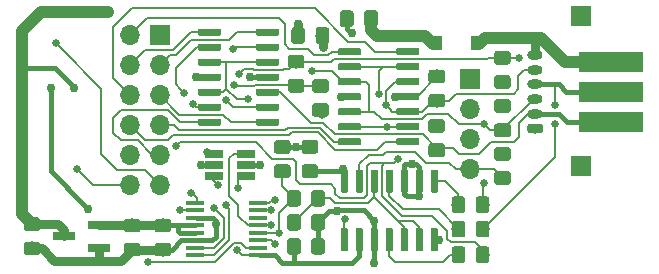
<source format=gtl>
G04 #@! TF.GenerationSoftware,KiCad,Pcbnew,(5.1.4)-1*
G04 #@! TF.CreationDate,2020-02-28T22:33:25+00:00*
G04 #@! TF.ProjectId,analog,616e616c-6f67-42e6-9b69-6361645f7063,rev?*
G04 #@! TF.SameCoordinates,Original*
G04 #@! TF.FileFunction,Copper,L1,Top*
G04 #@! TF.FilePolarity,Positive*
%FSLAX46Y46*%
G04 Gerber Fmt 4.6, Leading zero omitted, Abs format (unit mm)*
G04 Created by KiCad (PCBNEW (5.1.4)-1) date 2020-02-28 22:33:25*
%MOMM*%
%LPD*%
G04 APERTURE LIST*
%ADD10C,0.100000*%
%ADD11C,0.600000*%
%ADD12C,1.150000*%
%ADD13O,1.700000X1.700000*%
%ADD14R,1.700000X1.700000*%
%ADD15R,1.600000X0.410000*%
%ADD16R,1.900000X0.800000*%
%ADD17R,1.560000X0.650000*%
%ADD18R,0.900000X1.200000*%
%ADD19C,0.800000*%
%ADD20O,1.300000X0.800000*%
%ADD21R,5.500000X1.750000*%
%ADD22C,0.762000*%
%ADD23C,0.660400*%
%ADD24C,0.761000*%
%ADD25C,0.203200*%
%ADD26C,0.762000*%
%ADD27C,0.381000*%
%ADD28C,1.016000*%
G04 APERTURE END LIST*
D10*
G36*
X45398703Y-33823082D02*
G01*
X45413264Y-33825242D01*
X45427543Y-33828819D01*
X45441403Y-33833778D01*
X45454710Y-33840072D01*
X45467336Y-33847640D01*
X45479159Y-33856408D01*
X45490066Y-33866294D01*
X45499952Y-33877201D01*
X45508720Y-33889024D01*
X45516288Y-33901650D01*
X45522582Y-33914957D01*
X45527541Y-33928817D01*
X45531118Y-33943096D01*
X45533278Y-33957657D01*
X45534000Y-33972360D01*
X45534000Y-34272360D01*
X45533278Y-34287063D01*
X45531118Y-34301624D01*
X45527541Y-34315903D01*
X45522582Y-34329763D01*
X45516288Y-34343070D01*
X45508720Y-34355696D01*
X45499952Y-34367519D01*
X45490066Y-34378426D01*
X45479159Y-34388312D01*
X45467336Y-34397080D01*
X45454710Y-34404648D01*
X45441403Y-34410942D01*
X45427543Y-34415901D01*
X45413264Y-34419478D01*
X45398703Y-34421638D01*
X45384000Y-34422360D01*
X43734000Y-34422360D01*
X43719297Y-34421638D01*
X43704736Y-34419478D01*
X43690457Y-34415901D01*
X43676597Y-34410942D01*
X43663290Y-34404648D01*
X43650664Y-34397080D01*
X43638841Y-34388312D01*
X43627934Y-34378426D01*
X43618048Y-34367519D01*
X43609280Y-34355696D01*
X43601712Y-34343070D01*
X43595418Y-34329763D01*
X43590459Y-34315903D01*
X43586882Y-34301624D01*
X43584722Y-34287063D01*
X43584000Y-34272360D01*
X43584000Y-33972360D01*
X43584722Y-33957657D01*
X43586882Y-33943096D01*
X43590459Y-33928817D01*
X43595418Y-33914957D01*
X43601712Y-33901650D01*
X43609280Y-33889024D01*
X43618048Y-33877201D01*
X43627934Y-33866294D01*
X43638841Y-33856408D01*
X43650664Y-33847640D01*
X43663290Y-33840072D01*
X43676597Y-33833778D01*
X43690457Y-33828819D01*
X43704736Y-33825242D01*
X43719297Y-33823082D01*
X43734000Y-33822360D01*
X45384000Y-33822360D01*
X45398703Y-33823082D01*
X45398703Y-33823082D01*
G37*
D11*
X44559000Y-34122360D03*
D10*
G36*
X45398703Y-35093082D02*
G01*
X45413264Y-35095242D01*
X45427543Y-35098819D01*
X45441403Y-35103778D01*
X45454710Y-35110072D01*
X45467336Y-35117640D01*
X45479159Y-35126408D01*
X45490066Y-35136294D01*
X45499952Y-35147201D01*
X45508720Y-35159024D01*
X45516288Y-35171650D01*
X45522582Y-35184957D01*
X45527541Y-35198817D01*
X45531118Y-35213096D01*
X45533278Y-35227657D01*
X45534000Y-35242360D01*
X45534000Y-35542360D01*
X45533278Y-35557063D01*
X45531118Y-35571624D01*
X45527541Y-35585903D01*
X45522582Y-35599763D01*
X45516288Y-35613070D01*
X45508720Y-35625696D01*
X45499952Y-35637519D01*
X45490066Y-35648426D01*
X45479159Y-35658312D01*
X45467336Y-35667080D01*
X45454710Y-35674648D01*
X45441403Y-35680942D01*
X45427543Y-35685901D01*
X45413264Y-35689478D01*
X45398703Y-35691638D01*
X45384000Y-35692360D01*
X43734000Y-35692360D01*
X43719297Y-35691638D01*
X43704736Y-35689478D01*
X43690457Y-35685901D01*
X43676597Y-35680942D01*
X43663290Y-35674648D01*
X43650664Y-35667080D01*
X43638841Y-35658312D01*
X43627934Y-35648426D01*
X43618048Y-35637519D01*
X43609280Y-35625696D01*
X43601712Y-35613070D01*
X43595418Y-35599763D01*
X43590459Y-35585903D01*
X43586882Y-35571624D01*
X43584722Y-35557063D01*
X43584000Y-35542360D01*
X43584000Y-35242360D01*
X43584722Y-35227657D01*
X43586882Y-35213096D01*
X43590459Y-35198817D01*
X43595418Y-35184957D01*
X43601712Y-35171650D01*
X43609280Y-35159024D01*
X43618048Y-35147201D01*
X43627934Y-35136294D01*
X43638841Y-35126408D01*
X43650664Y-35117640D01*
X43663290Y-35110072D01*
X43676597Y-35103778D01*
X43690457Y-35098819D01*
X43704736Y-35095242D01*
X43719297Y-35093082D01*
X43734000Y-35092360D01*
X45384000Y-35092360D01*
X45398703Y-35093082D01*
X45398703Y-35093082D01*
G37*
D11*
X44559000Y-35392360D03*
D10*
G36*
X45398703Y-36363082D02*
G01*
X45413264Y-36365242D01*
X45427543Y-36368819D01*
X45441403Y-36373778D01*
X45454710Y-36380072D01*
X45467336Y-36387640D01*
X45479159Y-36396408D01*
X45490066Y-36406294D01*
X45499952Y-36417201D01*
X45508720Y-36429024D01*
X45516288Y-36441650D01*
X45522582Y-36454957D01*
X45527541Y-36468817D01*
X45531118Y-36483096D01*
X45533278Y-36497657D01*
X45534000Y-36512360D01*
X45534000Y-36812360D01*
X45533278Y-36827063D01*
X45531118Y-36841624D01*
X45527541Y-36855903D01*
X45522582Y-36869763D01*
X45516288Y-36883070D01*
X45508720Y-36895696D01*
X45499952Y-36907519D01*
X45490066Y-36918426D01*
X45479159Y-36928312D01*
X45467336Y-36937080D01*
X45454710Y-36944648D01*
X45441403Y-36950942D01*
X45427543Y-36955901D01*
X45413264Y-36959478D01*
X45398703Y-36961638D01*
X45384000Y-36962360D01*
X43734000Y-36962360D01*
X43719297Y-36961638D01*
X43704736Y-36959478D01*
X43690457Y-36955901D01*
X43676597Y-36950942D01*
X43663290Y-36944648D01*
X43650664Y-36937080D01*
X43638841Y-36928312D01*
X43627934Y-36918426D01*
X43618048Y-36907519D01*
X43609280Y-36895696D01*
X43601712Y-36883070D01*
X43595418Y-36869763D01*
X43590459Y-36855903D01*
X43586882Y-36841624D01*
X43584722Y-36827063D01*
X43584000Y-36812360D01*
X43584000Y-36512360D01*
X43584722Y-36497657D01*
X43586882Y-36483096D01*
X43590459Y-36468817D01*
X43595418Y-36454957D01*
X43601712Y-36441650D01*
X43609280Y-36429024D01*
X43618048Y-36417201D01*
X43627934Y-36406294D01*
X43638841Y-36396408D01*
X43650664Y-36387640D01*
X43663290Y-36380072D01*
X43676597Y-36373778D01*
X43690457Y-36368819D01*
X43704736Y-36365242D01*
X43719297Y-36363082D01*
X43734000Y-36362360D01*
X45384000Y-36362360D01*
X45398703Y-36363082D01*
X45398703Y-36363082D01*
G37*
D11*
X44559000Y-36662360D03*
D10*
G36*
X45398703Y-37633082D02*
G01*
X45413264Y-37635242D01*
X45427543Y-37638819D01*
X45441403Y-37643778D01*
X45454710Y-37650072D01*
X45467336Y-37657640D01*
X45479159Y-37666408D01*
X45490066Y-37676294D01*
X45499952Y-37687201D01*
X45508720Y-37699024D01*
X45516288Y-37711650D01*
X45522582Y-37724957D01*
X45527541Y-37738817D01*
X45531118Y-37753096D01*
X45533278Y-37767657D01*
X45534000Y-37782360D01*
X45534000Y-38082360D01*
X45533278Y-38097063D01*
X45531118Y-38111624D01*
X45527541Y-38125903D01*
X45522582Y-38139763D01*
X45516288Y-38153070D01*
X45508720Y-38165696D01*
X45499952Y-38177519D01*
X45490066Y-38188426D01*
X45479159Y-38198312D01*
X45467336Y-38207080D01*
X45454710Y-38214648D01*
X45441403Y-38220942D01*
X45427543Y-38225901D01*
X45413264Y-38229478D01*
X45398703Y-38231638D01*
X45384000Y-38232360D01*
X43734000Y-38232360D01*
X43719297Y-38231638D01*
X43704736Y-38229478D01*
X43690457Y-38225901D01*
X43676597Y-38220942D01*
X43663290Y-38214648D01*
X43650664Y-38207080D01*
X43638841Y-38198312D01*
X43627934Y-38188426D01*
X43618048Y-38177519D01*
X43609280Y-38165696D01*
X43601712Y-38153070D01*
X43595418Y-38139763D01*
X43590459Y-38125903D01*
X43586882Y-38111624D01*
X43584722Y-38097063D01*
X43584000Y-38082360D01*
X43584000Y-37782360D01*
X43584722Y-37767657D01*
X43586882Y-37753096D01*
X43590459Y-37738817D01*
X43595418Y-37724957D01*
X43601712Y-37711650D01*
X43609280Y-37699024D01*
X43618048Y-37687201D01*
X43627934Y-37676294D01*
X43638841Y-37666408D01*
X43650664Y-37657640D01*
X43663290Y-37650072D01*
X43676597Y-37643778D01*
X43690457Y-37638819D01*
X43704736Y-37635242D01*
X43719297Y-37633082D01*
X43734000Y-37632360D01*
X45384000Y-37632360D01*
X45398703Y-37633082D01*
X45398703Y-37633082D01*
G37*
D11*
X44559000Y-37932360D03*
D10*
G36*
X45398703Y-38903082D02*
G01*
X45413264Y-38905242D01*
X45427543Y-38908819D01*
X45441403Y-38913778D01*
X45454710Y-38920072D01*
X45467336Y-38927640D01*
X45479159Y-38936408D01*
X45490066Y-38946294D01*
X45499952Y-38957201D01*
X45508720Y-38969024D01*
X45516288Y-38981650D01*
X45522582Y-38994957D01*
X45527541Y-39008817D01*
X45531118Y-39023096D01*
X45533278Y-39037657D01*
X45534000Y-39052360D01*
X45534000Y-39352360D01*
X45533278Y-39367063D01*
X45531118Y-39381624D01*
X45527541Y-39395903D01*
X45522582Y-39409763D01*
X45516288Y-39423070D01*
X45508720Y-39435696D01*
X45499952Y-39447519D01*
X45490066Y-39458426D01*
X45479159Y-39468312D01*
X45467336Y-39477080D01*
X45454710Y-39484648D01*
X45441403Y-39490942D01*
X45427543Y-39495901D01*
X45413264Y-39499478D01*
X45398703Y-39501638D01*
X45384000Y-39502360D01*
X43734000Y-39502360D01*
X43719297Y-39501638D01*
X43704736Y-39499478D01*
X43690457Y-39495901D01*
X43676597Y-39490942D01*
X43663290Y-39484648D01*
X43650664Y-39477080D01*
X43638841Y-39468312D01*
X43627934Y-39458426D01*
X43618048Y-39447519D01*
X43609280Y-39435696D01*
X43601712Y-39423070D01*
X43595418Y-39409763D01*
X43590459Y-39395903D01*
X43586882Y-39381624D01*
X43584722Y-39367063D01*
X43584000Y-39352360D01*
X43584000Y-39052360D01*
X43584722Y-39037657D01*
X43586882Y-39023096D01*
X43590459Y-39008817D01*
X43595418Y-38994957D01*
X43601712Y-38981650D01*
X43609280Y-38969024D01*
X43618048Y-38957201D01*
X43627934Y-38946294D01*
X43638841Y-38936408D01*
X43650664Y-38927640D01*
X43663290Y-38920072D01*
X43676597Y-38913778D01*
X43690457Y-38908819D01*
X43704736Y-38905242D01*
X43719297Y-38903082D01*
X43734000Y-38902360D01*
X45384000Y-38902360D01*
X45398703Y-38903082D01*
X45398703Y-38903082D01*
G37*
D11*
X44559000Y-39202360D03*
D10*
G36*
X45398703Y-40173082D02*
G01*
X45413264Y-40175242D01*
X45427543Y-40178819D01*
X45441403Y-40183778D01*
X45454710Y-40190072D01*
X45467336Y-40197640D01*
X45479159Y-40206408D01*
X45490066Y-40216294D01*
X45499952Y-40227201D01*
X45508720Y-40239024D01*
X45516288Y-40251650D01*
X45522582Y-40264957D01*
X45527541Y-40278817D01*
X45531118Y-40293096D01*
X45533278Y-40307657D01*
X45534000Y-40322360D01*
X45534000Y-40622360D01*
X45533278Y-40637063D01*
X45531118Y-40651624D01*
X45527541Y-40665903D01*
X45522582Y-40679763D01*
X45516288Y-40693070D01*
X45508720Y-40705696D01*
X45499952Y-40717519D01*
X45490066Y-40728426D01*
X45479159Y-40738312D01*
X45467336Y-40747080D01*
X45454710Y-40754648D01*
X45441403Y-40760942D01*
X45427543Y-40765901D01*
X45413264Y-40769478D01*
X45398703Y-40771638D01*
X45384000Y-40772360D01*
X43734000Y-40772360D01*
X43719297Y-40771638D01*
X43704736Y-40769478D01*
X43690457Y-40765901D01*
X43676597Y-40760942D01*
X43663290Y-40754648D01*
X43650664Y-40747080D01*
X43638841Y-40738312D01*
X43627934Y-40728426D01*
X43618048Y-40717519D01*
X43609280Y-40705696D01*
X43601712Y-40693070D01*
X43595418Y-40679763D01*
X43590459Y-40665903D01*
X43586882Y-40651624D01*
X43584722Y-40637063D01*
X43584000Y-40622360D01*
X43584000Y-40322360D01*
X43584722Y-40307657D01*
X43586882Y-40293096D01*
X43590459Y-40278817D01*
X43595418Y-40264957D01*
X43601712Y-40251650D01*
X43609280Y-40239024D01*
X43618048Y-40227201D01*
X43627934Y-40216294D01*
X43638841Y-40206408D01*
X43650664Y-40197640D01*
X43663290Y-40190072D01*
X43676597Y-40183778D01*
X43690457Y-40178819D01*
X43704736Y-40175242D01*
X43719297Y-40173082D01*
X43734000Y-40172360D01*
X45384000Y-40172360D01*
X45398703Y-40173082D01*
X45398703Y-40173082D01*
G37*
D11*
X44559000Y-40472360D03*
D10*
G36*
X45398703Y-41443082D02*
G01*
X45413264Y-41445242D01*
X45427543Y-41448819D01*
X45441403Y-41453778D01*
X45454710Y-41460072D01*
X45467336Y-41467640D01*
X45479159Y-41476408D01*
X45490066Y-41486294D01*
X45499952Y-41497201D01*
X45508720Y-41509024D01*
X45516288Y-41521650D01*
X45522582Y-41534957D01*
X45527541Y-41548817D01*
X45531118Y-41563096D01*
X45533278Y-41577657D01*
X45534000Y-41592360D01*
X45534000Y-41892360D01*
X45533278Y-41907063D01*
X45531118Y-41921624D01*
X45527541Y-41935903D01*
X45522582Y-41949763D01*
X45516288Y-41963070D01*
X45508720Y-41975696D01*
X45499952Y-41987519D01*
X45490066Y-41998426D01*
X45479159Y-42008312D01*
X45467336Y-42017080D01*
X45454710Y-42024648D01*
X45441403Y-42030942D01*
X45427543Y-42035901D01*
X45413264Y-42039478D01*
X45398703Y-42041638D01*
X45384000Y-42042360D01*
X43734000Y-42042360D01*
X43719297Y-42041638D01*
X43704736Y-42039478D01*
X43690457Y-42035901D01*
X43676597Y-42030942D01*
X43663290Y-42024648D01*
X43650664Y-42017080D01*
X43638841Y-42008312D01*
X43627934Y-41998426D01*
X43618048Y-41987519D01*
X43609280Y-41975696D01*
X43601712Y-41963070D01*
X43595418Y-41949763D01*
X43590459Y-41935903D01*
X43586882Y-41921624D01*
X43584722Y-41907063D01*
X43584000Y-41892360D01*
X43584000Y-41592360D01*
X43584722Y-41577657D01*
X43586882Y-41563096D01*
X43590459Y-41548817D01*
X43595418Y-41534957D01*
X43601712Y-41521650D01*
X43609280Y-41509024D01*
X43618048Y-41497201D01*
X43627934Y-41486294D01*
X43638841Y-41476408D01*
X43650664Y-41467640D01*
X43663290Y-41460072D01*
X43676597Y-41453778D01*
X43690457Y-41448819D01*
X43704736Y-41445242D01*
X43719297Y-41443082D01*
X43734000Y-41442360D01*
X45384000Y-41442360D01*
X45398703Y-41443082D01*
X45398703Y-41443082D01*
G37*
D11*
X44559000Y-41742360D03*
D10*
G36*
X50348703Y-41443082D02*
G01*
X50363264Y-41445242D01*
X50377543Y-41448819D01*
X50391403Y-41453778D01*
X50404710Y-41460072D01*
X50417336Y-41467640D01*
X50429159Y-41476408D01*
X50440066Y-41486294D01*
X50449952Y-41497201D01*
X50458720Y-41509024D01*
X50466288Y-41521650D01*
X50472582Y-41534957D01*
X50477541Y-41548817D01*
X50481118Y-41563096D01*
X50483278Y-41577657D01*
X50484000Y-41592360D01*
X50484000Y-41892360D01*
X50483278Y-41907063D01*
X50481118Y-41921624D01*
X50477541Y-41935903D01*
X50472582Y-41949763D01*
X50466288Y-41963070D01*
X50458720Y-41975696D01*
X50449952Y-41987519D01*
X50440066Y-41998426D01*
X50429159Y-42008312D01*
X50417336Y-42017080D01*
X50404710Y-42024648D01*
X50391403Y-42030942D01*
X50377543Y-42035901D01*
X50363264Y-42039478D01*
X50348703Y-42041638D01*
X50334000Y-42042360D01*
X48684000Y-42042360D01*
X48669297Y-42041638D01*
X48654736Y-42039478D01*
X48640457Y-42035901D01*
X48626597Y-42030942D01*
X48613290Y-42024648D01*
X48600664Y-42017080D01*
X48588841Y-42008312D01*
X48577934Y-41998426D01*
X48568048Y-41987519D01*
X48559280Y-41975696D01*
X48551712Y-41963070D01*
X48545418Y-41949763D01*
X48540459Y-41935903D01*
X48536882Y-41921624D01*
X48534722Y-41907063D01*
X48534000Y-41892360D01*
X48534000Y-41592360D01*
X48534722Y-41577657D01*
X48536882Y-41563096D01*
X48540459Y-41548817D01*
X48545418Y-41534957D01*
X48551712Y-41521650D01*
X48559280Y-41509024D01*
X48568048Y-41497201D01*
X48577934Y-41486294D01*
X48588841Y-41476408D01*
X48600664Y-41467640D01*
X48613290Y-41460072D01*
X48626597Y-41453778D01*
X48640457Y-41448819D01*
X48654736Y-41445242D01*
X48669297Y-41443082D01*
X48684000Y-41442360D01*
X50334000Y-41442360D01*
X50348703Y-41443082D01*
X50348703Y-41443082D01*
G37*
D11*
X49509000Y-41742360D03*
D10*
G36*
X50348703Y-40173082D02*
G01*
X50363264Y-40175242D01*
X50377543Y-40178819D01*
X50391403Y-40183778D01*
X50404710Y-40190072D01*
X50417336Y-40197640D01*
X50429159Y-40206408D01*
X50440066Y-40216294D01*
X50449952Y-40227201D01*
X50458720Y-40239024D01*
X50466288Y-40251650D01*
X50472582Y-40264957D01*
X50477541Y-40278817D01*
X50481118Y-40293096D01*
X50483278Y-40307657D01*
X50484000Y-40322360D01*
X50484000Y-40622360D01*
X50483278Y-40637063D01*
X50481118Y-40651624D01*
X50477541Y-40665903D01*
X50472582Y-40679763D01*
X50466288Y-40693070D01*
X50458720Y-40705696D01*
X50449952Y-40717519D01*
X50440066Y-40728426D01*
X50429159Y-40738312D01*
X50417336Y-40747080D01*
X50404710Y-40754648D01*
X50391403Y-40760942D01*
X50377543Y-40765901D01*
X50363264Y-40769478D01*
X50348703Y-40771638D01*
X50334000Y-40772360D01*
X48684000Y-40772360D01*
X48669297Y-40771638D01*
X48654736Y-40769478D01*
X48640457Y-40765901D01*
X48626597Y-40760942D01*
X48613290Y-40754648D01*
X48600664Y-40747080D01*
X48588841Y-40738312D01*
X48577934Y-40728426D01*
X48568048Y-40717519D01*
X48559280Y-40705696D01*
X48551712Y-40693070D01*
X48545418Y-40679763D01*
X48540459Y-40665903D01*
X48536882Y-40651624D01*
X48534722Y-40637063D01*
X48534000Y-40622360D01*
X48534000Y-40322360D01*
X48534722Y-40307657D01*
X48536882Y-40293096D01*
X48540459Y-40278817D01*
X48545418Y-40264957D01*
X48551712Y-40251650D01*
X48559280Y-40239024D01*
X48568048Y-40227201D01*
X48577934Y-40216294D01*
X48588841Y-40206408D01*
X48600664Y-40197640D01*
X48613290Y-40190072D01*
X48626597Y-40183778D01*
X48640457Y-40178819D01*
X48654736Y-40175242D01*
X48669297Y-40173082D01*
X48684000Y-40172360D01*
X50334000Y-40172360D01*
X50348703Y-40173082D01*
X50348703Y-40173082D01*
G37*
D11*
X49509000Y-40472360D03*
D10*
G36*
X50348703Y-38903082D02*
G01*
X50363264Y-38905242D01*
X50377543Y-38908819D01*
X50391403Y-38913778D01*
X50404710Y-38920072D01*
X50417336Y-38927640D01*
X50429159Y-38936408D01*
X50440066Y-38946294D01*
X50449952Y-38957201D01*
X50458720Y-38969024D01*
X50466288Y-38981650D01*
X50472582Y-38994957D01*
X50477541Y-39008817D01*
X50481118Y-39023096D01*
X50483278Y-39037657D01*
X50484000Y-39052360D01*
X50484000Y-39352360D01*
X50483278Y-39367063D01*
X50481118Y-39381624D01*
X50477541Y-39395903D01*
X50472582Y-39409763D01*
X50466288Y-39423070D01*
X50458720Y-39435696D01*
X50449952Y-39447519D01*
X50440066Y-39458426D01*
X50429159Y-39468312D01*
X50417336Y-39477080D01*
X50404710Y-39484648D01*
X50391403Y-39490942D01*
X50377543Y-39495901D01*
X50363264Y-39499478D01*
X50348703Y-39501638D01*
X50334000Y-39502360D01*
X48684000Y-39502360D01*
X48669297Y-39501638D01*
X48654736Y-39499478D01*
X48640457Y-39495901D01*
X48626597Y-39490942D01*
X48613290Y-39484648D01*
X48600664Y-39477080D01*
X48588841Y-39468312D01*
X48577934Y-39458426D01*
X48568048Y-39447519D01*
X48559280Y-39435696D01*
X48551712Y-39423070D01*
X48545418Y-39409763D01*
X48540459Y-39395903D01*
X48536882Y-39381624D01*
X48534722Y-39367063D01*
X48534000Y-39352360D01*
X48534000Y-39052360D01*
X48534722Y-39037657D01*
X48536882Y-39023096D01*
X48540459Y-39008817D01*
X48545418Y-38994957D01*
X48551712Y-38981650D01*
X48559280Y-38969024D01*
X48568048Y-38957201D01*
X48577934Y-38946294D01*
X48588841Y-38936408D01*
X48600664Y-38927640D01*
X48613290Y-38920072D01*
X48626597Y-38913778D01*
X48640457Y-38908819D01*
X48654736Y-38905242D01*
X48669297Y-38903082D01*
X48684000Y-38902360D01*
X50334000Y-38902360D01*
X50348703Y-38903082D01*
X50348703Y-38903082D01*
G37*
D11*
X49509000Y-39202360D03*
D10*
G36*
X50348703Y-37633082D02*
G01*
X50363264Y-37635242D01*
X50377543Y-37638819D01*
X50391403Y-37643778D01*
X50404710Y-37650072D01*
X50417336Y-37657640D01*
X50429159Y-37666408D01*
X50440066Y-37676294D01*
X50449952Y-37687201D01*
X50458720Y-37699024D01*
X50466288Y-37711650D01*
X50472582Y-37724957D01*
X50477541Y-37738817D01*
X50481118Y-37753096D01*
X50483278Y-37767657D01*
X50484000Y-37782360D01*
X50484000Y-38082360D01*
X50483278Y-38097063D01*
X50481118Y-38111624D01*
X50477541Y-38125903D01*
X50472582Y-38139763D01*
X50466288Y-38153070D01*
X50458720Y-38165696D01*
X50449952Y-38177519D01*
X50440066Y-38188426D01*
X50429159Y-38198312D01*
X50417336Y-38207080D01*
X50404710Y-38214648D01*
X50391403Y-38220942D01*
X50377543Y-38225901D01*
X50363264Y-38229478D01*
X50348703Y-38231638D01*
X50334000Y-38232360D01*
X48684000Y-38232360D01*
X48669297Y-38231638D01*
X48654736Y-38229478D01*
X48640457Y-38225901D01*
X48626597Y-38220942D01*
X48613290Y-38214648D01*
X48600664Y-38207080D01*
X48588841Y-38198312D01*
X48577934Y-38188426D01*
X48568048Y-38177519D01*
X48559280Y-38165696D01*
X48551712Y-38153070D01*
X48545418Y-38139763D01*
X48540459Y-38125903D01*
X48536882Y-38111624D01*
X48534722Y-38097063D01*
X48534000Y-38082360D01*
X48534000Y-37782360D01*
X48534722Y-37767657D01*
X48536882Y-37753096D01*
X48540459Y-37738817D01*
X48545418Y-37724957D01*
X48551712Y-37711650D01*
X48559280Y-37699024D01*
X48568048Y-37687201D01*
X48577934Y-37676294D01*
X48588841Y-37666408D01*
X48600664Y-37657640D01*
X48613290Y-37650072D01*
X48626597Y-37643778D01*
X48640457Y-37638819D01*
X48654736Y-37635242D01*
X48669297Y-37633082D01*
X48684000Y-37632360D01*
X50334000Y-37632360D01*
X50348703Y-37633082D01*
X50348703Y-37633082D01*
G37*
D11*
X49509000Y-37932360D03*
D10*
G36*
X50348703Y-36363082D02*
G01*
X50363264Y-36365242D01*
X50377543Y-36368819D01*
X50391403Y-36373778D01*
X50404710Y-36380072D01*
X50417336Y-36387640D01*
X50429159Y-36396408D01*
X50440066Y-36406294D01*
X50449952Y-36417201D01*
X50458720Y-36429024D01*
X50466288Y-36441650D01*
X50472582Y-36454957D01*
X50477541Y-36468817D01*
X50481118Y-36483096D01*
X50483278Y-36497657D01*
X50484000Y-36512360D01*
X50484000Y-36812360D01*
X50483278Y-36827063D01*
X50481118Y-36841624D01*
X50477541Y-36855903D01*
X50472582Y-36869763D01*
X50466288Y-36883070D01*
X50458720Y-36895696D01*
X50449952Y-36907519D01*
X50440066Y-36918426D01*
X50429159Y-36928312D01*
X50417336Y-36937080D01*
X50404710Y-36944648D01*
X50391403Y-36950942D01*
X50377543Y-36955901D01*
X50363264Y-36959478D01*
X50348703Y-36961638D01*
X50334000Y-36962360D01*
X48684000Y-36962360D01*
X48669297Y-36961638D01*
X48654736Y-36959478D01*
X48640457Y-36955901D01*
X48626597Y-36950942D01*
X48613290Y-36944648D01*
X48600664Y-36937080D01*
X48588841Y-36928312D01*
X48577934Y-36918426D01*
X48568048Y-36907519D01*
X48559280Y-36895696D01*
X48551712Y-36883070D01*
X48545418Y-36869763D01*
X48540459Y-36855903D01*
X48536882Y-36841624D01*
X48534722Y-36827063D01*
X48534000Y-36812360D01*
X48534000Y-36512360D01*
X48534722Y-36497657D01*
X48536882Y-36483096D01*
X48540459Y-36468817D01*
X48545418Y-36454957D01*
X48551712Y-36441650D01*
X48559280Y-36429024D01*
X48568048Y-36417201D01*
X48577934Y-36406294D01*
X48588841Y-36396408D01*
X48600664Y-36387640D01*
X48613290Y-36380072D01*
X48626597Y-36373778D01*
X48640457Y-36368819D01*
X48654736Y-36365242D01*
X48669297Y-36363082D01*
X48684000Y-36362360D01*
X50334000Y-36362360D01*
X50348703Y-36363082D01*
X50348703Y-36363082D01*
G37*
D11*
X49509000Y-36662360D03*
D10*
G36*
X50348703Y-35093082D02*
G01*
X50363264Y-35095242D01*
X50377543Y-35098819D01*
X50391403Y-35103778D01*
X50404710Y-35110072D01*
X50417336Y-35117640D01*
X50429159Y-35126408D01*
X50440066Y-35136294D01*
X50449952Y-35147201D01*
X50458720Y-35159024D01*
X50466288Y-35171650D01*
X50472582Y-35184957D01*
X50477541Y-35198817D01*
X50481118Y-35213096D01*
X50483278Y-35227657D01*
X50484000Y-35242360D01*
X50484000Y-35542360D01*
X50483278Y-35557063D01*
X50481118Y-35571624D01*
X50477541Y-35585903D01*
X50472582Y-35599763D01*
X50466288Y-35613070D01*
X50458720Y-35625696D01*
X50449952Y-35637519D01*
X50440066Y-35648426D01*
X50429159Y-35658312D01*
X50417336Y-35667080D01*
X50404710Y-35674648D01*
X50391403Y-35680942D01*
X50377543Y-35685901D01*
X50363264Y-35689478D01*
X50348703Y-35691638D01*
X50334000Y-35692360D01*
X48684000Y-35692360D01*
X48669297Y-35691638D01*
X48654736Y-35689478D01*
X48640457Y-35685901D01*
X48626597Y-35680942D01*
X48613290Y-35674648D01*
X48600664Y-35667080D01*
X48588841Y-35658312D01*
X48577934Y-35648426D01*
X48568048Y-35637519D01*
X48559280Y-35625696D01*
X48551712Y-35613070D01*
X48545418Y-35599763D01*
X48540459Y-35585903D01*
X48536882Y-35571624D01*
X48534722Y-35557063D01*
X48534000Y-35542360D01*
X48534000Y-35242360D01*
X48534722Y-35227657D01*
X48536882Y-35213096D01*
X48540459Y-35198817D01*
X48545418Y-35184957D01*
X48551712Y-35171650D01*
X48559280Y-35159024D01*
X48568048Y-35147201D01*
X48577934Y-35136294D01*
X48588841Y-35126408D01*
X48600664Y-35117640D01*
X48613290Y-35110072D01*
X48626597Y-35103778D01*
X48640457Y-35098819D01*
X48654736Y-35095242D01*
X48669297Y-35093082D01*
X48684000Y-35092360D01*
X50334000Y-35092360D01*
X50348703Y-35093082D01*
X50348703Y-35093082D01*
G37*
D11*
X49509000Y-35392360D03*
D10*
G36*
X50348703Y-33823082D02*
G01*
X50363264Y-33825242D01*
X50377543Y-33828819D01*
X50391403Y-33833778D01*
X50404710Y-33840072D01*
X50417336Y-33847640D01*
X50429159Y-33856408D01*
X50440066Y-33866294D01*
X50449952Y-33877201D01*
X50458720Y-33889024D01*
X50466288Y-33901650D01*
X50472582Y-33914957D01*
X50477541Y-33928817D01*
X50481118Y-33943096D01*
X50483278Y-33957657D01*
X50484000Y-33972360D01*
X50484000Y-34272360D01*
X50483278Y-34287063D01*
X50481118Y-34301624D01*
X50477541Y-34315903D01*
X50472582Y-34329763D01*
X50466288Y-34343070D01*
X50458720Y-34355696D01*
X50449952Y-34367519D01*
X50440066Y-34378426D01*
X50429159Y-34388312D01*
X50417336Y-34397080D01*
X50404710Y-34404648D01*
X50391403Y-34410942D01*
X50377543Y-34415901D01*
X50363264Y-34419478D01*
X50348703Y-34421638D01*
X50334000Y-34422360D01*
X48684000Y-34422360D01*
X48669297Y-34421638D01*
X48654736Y-34419478D01*
X48640457Y-34415901D01*
X48626597Y-34410942D01*
X48613290Y-34404648D01*
X48600664Y-34397080D01*
X48588841Y-34388312D01*
X48577934Y-34378426D01*
X48568048Y-34367519D01*
X48559280Y-34355696D01*
X48551712Y-34343070D01*
X48545418Y-34329763D01*
X48540459Y-34315903D01*
X48536882Y-34301624D01*
X48534722Y-34287063D01*
X48534000Y-34272360D01*
X48534000Y-33972360D01*
X48534722Y-33957657D01*
X48536882Y-33943096D01*
X48540459Y-33928817D01*
X48545418Y-33914957D01*
X48551712Y-33901650D01*
X48559280Y-33889024D01*
X48568048Y-33877201D01*
X48577934Y-33866294D01*
X48588841Y-33856408D01*
X48600664Y-33847640D01*
X48613290Y-33840072D01*
X48626597Y-33833778D01*
X48640457Y-33828819D01*
X48654736Y-33825242D01*
X48669297Y-33823082D01*
X48684000Y-33822360D01*
X50334000Y-33822360D01*
X50348703Y-33823082D01*
X50348703Y-33823082D01*
G37*
D11*
X49509000Y-34122360D03*
D10*
G36*
X53553705Y-43267764D02*
G01*
X53577973Y-43271364D01*
X53601772Y-43277325D01*
X53624871Y-43285590D01*
X53647050Y-43296080D01*
X53668093Y-43308692D01*
X53687799Y-43323307D01*
X53705977Y-43339783D01*
X53722453Y-43357961D01*
X53737068Y-43377667D01*
X53749680Y-43398710D01*
X53760170Y-43420889D01*
X53768435Y-43443988D01*
X53774396Y-43467787D01*
X53777996Y-43492055D01*
X53779200Y-43516559D01*
X53779200Y-44166561D01*
X53777996Y-44191065D01*
X53774396Y-44215333D01*
X53768435Y-44239132D01*
X53760170Y-44262231D01*
X53749680Y-44284410D01*
X53737068Y-44305453D01*
X53722453Y-44325159D01*
X53705977Y-44343337D01*
X53687799Y-44359813D01*
X53668093Y-44374428D01*
X53647050Y-44387040D01*
X53624871Y-44397530D01*
X53601772Y-44405795D01*
X53577973Y-44411756D01*
X53553705Y-44415356D01*
X53529201Y-44416560D01*
X52629199Y-44416560D01*
X52604695Y-44415356D01*
X52580427Y-44411756D01*
X52556628Y-44405795D01*
X52533529Y-44397530D01*
X52511350Y-44387040D01*
X52490307Y-44374428D01*
X52470601Y-44359813D01*
X52452423Y-44343337D01*
X52435947Y-44325159D01*
X52421332Y-44305453D01*
X52408720Y-44284410D01*
X52398230Y-44262231D01*
X52389965Y-44239132D01*
X52384004Y-44215333D01*
X52380404Y-44191065D01*
X52379200Y-44166561D01*
X52379200Y-43516559D01*
X52380404Y-43492055D01*
X52384004Y-43467787D01*
X52389965Y-43443988D01*
X52398230Y-43420889D01*
X52408720Y-43398710D01*
X52421332Y-43377667D01*
X52435947Y-43357961D01*
X52452423Y-43339783D01*
X52470601Y-43323307D01*
X52490307Y-43308692D01*
X52511350Y-43296080D01*
X52533529Y-43285590D01*
X52556628Y-43277325D01*
X52580427Y-43271364D01*
X52604695Y-43267764D01*
X52629199Y-43266560D01*
X53529201Y-43266560D01*
X53553705Y-43267764D01*
X53553705Y-43267764D01*
G37*
D12*
X53079200Y-43841560D03*
D10*
G36*
X53553705Y-45317764D02*
G01*
X53577973Y-45321364D01*
X53601772Y-45327325D01*
X53624871Y-45335590D01*
X53647050Y-45346080D01*
X53668093Y-45358692D01*
X53687799Y-45373307D01*
X53705977Y-45389783D01*
X53722453Y-45407961D01*
X53737068Y-45427667D01*
X53749680Y-45448710D01*
X53760170Y-45470889D01*
X53768435Y-45493988D01*
X53774396Y-45517787D01*
X53777996Y-45542055D01*
X53779200Y-45566559D01*
X53779200Y-46216561D01*
X53777996Y-46241065D01*
X53774396Y-46265333D01*
X53768435Y-46289132D01*
X53760170Y-46312231D01*
X53749680Y-46334410D01*
X53737068Y-46355453D01*
X53722453Y-46375159D01*
X53705977Y-46393337D01*
X53687799Y-46409813D01*
X53668093Y-46424428D01*
X53647050Y-46437040D01*
X53624871Y-46447530D01*
X53601772Y-46455795D01*
X53577973Y-46461756D01*
X53553705Y-46465356D01*
X53529201Y-46466560D01*
X52629199Y-46466560D01*
X52604695Y-46465356D01*
X52580427Y-46461756D01*
X52556628Y-46455795D01*
X52533529Y-46447530D01*
X52511350Y-46437040D01*
X52490307Y-46424428D01*
X52470601Y-46409813D01*
X52452423Y-46393337D01*
X52435947Y-46375159D01*
X52421332Y-46355453D01*
X52408720Y-46334410D01*
X52398230Y-46312231D01*
X52389965Y-46289132D01*
X52384004Y-46265333D01*
X52380404Y-46241065D01*
X52379200Y-46216561D01*
X52379200Y-45566559D01*
X52380404Y-45542055D01*
X52384004Y-45517787D01*
X52389965Y-45493988D01*
X52398230Y-45470889D01*
X52408720Y-45448710D01*
X52421332Y-45427667D01*
X52435947Y-45407961D01*
X52452423Y-45389783D01*
X52470601Y-45373307D01*
X52490307Y-45358692D01*
X52511350Y-45346080D01*
X52533529Y-45335590D01*
X52556628Y-45327325D01*
X52580427Y-45321364D01*
X52604695Y-45317764D01*
X52629199Y-45316560D01*
X53529201Y-45316560D01*
X53553705Y-45317764D01*
X53553705Y-45317764D01*
G37*
D12*
X53079200Y-45891560D03*
D13*
X66617400Y-45730160D03*
X66617400Y-43190160D03*
X66617400Y-40650160D03*
D14*
X66617400Y-38110160D03*
D10*
G36*
X56164903Y-50710682D02*
G01*
X56179464Y-50712842D01*
X56193743Y-50716419D01*
X56207603Y-50721378D01*
X56220910Y-50727672D01*
X56233536Y-50735240D01*
X56245359Y-50744008D01*
X56256266Y-50753894D01*
X56266152Y-50764801D01*
X56274920Y-50776624D01*
X56282488Y-50789250D01*
X56288782Y-50802557D01*
X56293741Y-50816417D01*
X56297318Y-50830696D01*
X56299478Y-50845257D01*
X56300200Y-50859960D01*
X56300200Y-52509960D01*
X56299478Y-52524663D01*
X56297318Y-52539224D01*
X56293741Y-52553503D01*
X56288782Y-52567363D01*
X56282488Y-52580670D01*
X56274920Y-52593296D01*
X56266152Y-52605119D01*
X56256266Y-52616026D01*
X56245359Y-52625912D01*
X56233536Y-52634680D01*
X56220910Y-52642248D01*
X56207603Y-52648542D01*
X56193743Y-52653501D01*
X56179464Y-52657078D01*
X56164903Y-52659238D01*
X56150200Y-52659960D01*
X55850200Y-52659960D01*
X55835497Y-52659238D01*
X55820936Y-52657078D01*
X55806657Y-52653501D01*
X55792797Y-52648542D01*
X55779490Y-52642248D01*
X55766864Y-52634680D01*
X55755041Y-52625912D01*
X55744134Y-52616026D01*
X55734248Y-52605119D01*
X55725480Y-52593296D01*
X55717912Y-52580670D01*
X55711618Y-52567363D01*
X55706659Y-52553503D01*
X55703082Y-52539224D01*
X55700922Y-52524663D01*
X55700200Y-52509960D01*
X55700200Y-50859960D01*
X55700922Y-50845257D01*
X55703082Y-50830696D01*
X55706659Y-50816417D01*
X55711618Y-50802557D01*
X55717912Y-50789250D01*
X55725480Y-50776624D01*
X55734248Y-50764801D01*
X55744134Y-50753894D01*
X55755041Y-50744008D01*
X55766864Y-50735240D01*
X55779490Y-50727672D01*
X55792797Y-50721378D01*
X55806657Y-50716419D01*
X55820936Y-50712842D01*
X55835497Y-50710682D01*
X55850200Y-50709960D01*
X56150200Y-50709960D01*
X56164903Y-50710682D01*
X56164903Y-50710682D01*
G37*
D11*
X56000200Y-51684960D03*
D10*
G36*
X57434903Y-50710682D02*
G01*
X57449464Y-50712842D01*
X57463743Y-50716419D01*
X57477603Y-50721378D01*
X57490910Y-50727672D01*
X57503536Y-50735240D01*
X57515359Y-50744008D01*
X57526266Y-50753894D01*
X57536152Y-50764801D01*
X57544920Y-50776624D01*
X57552488Y-50789250D01*
X57558782Y-50802557D01*
X57563741Y-50816417D01*
X57567318Y-50830696D01*
X57569478Y-50845257D01*
X57570200Y-50859960D01*
X57570200Y-52509960D01*
X57569478Y-52524663D01*
X57567318Y-52539224D01*
X57563741Y-52553503D01*
X57558782Y-52567363D01*
X57552488Y-52580670D01*
X57544920Y-52593296D01*
X57536152Y-52605119D01*
X57526266Y-52616026D01*
X57515359Y-52625912D01*
X57503536Y-52634680D01*
X57490910Y-52642248D01*
X57477603Y-52648542D01*
X57463743Y-52653501D01*
X57449464Y-52657078D01*
X57434903Y-52659238D01*
X57420200Y-52659960D01*
X57120200Y-52659960D01*
X57105497Y-52659238D01*
X57090936Y-52657078D01*
X57076657Y-52653501D01*
X57062797Y-52648542D01*
X57049490Y-52642248D01*
X57036864Y-52634680D01*
X57025041Y-52625912D01*
X57014134Y-52616026D01*
X57004248Y-52605119D01*
X56995480Y-52593296D01*
X56987912Y-52580670D01*
X56981618Y-52567363D01*
X56976659Y-52553503D01*
X56973082Y-52539224D01*
X56970922Y-52524663D01*
X56970200Y-52509960D01*
X56970200Y-50859960D01*
X56970922Y-50845257D01*
X56973082Y-50830696D01*
X56976659Y-50816417D01*
X56981618Y-50802557D01*
X56987912Y-50789250D01*
X56995480Y-50776624D01*
X57004248Y-50764801D01*
X57014134Y-50753894D01*
X57025041Y-50744008D01*
X57036864Y-50735240D01*
X57049490Y-50727672D01*
X57062797Y-50721378D01*
X57076657Y-50716419D01*
X57090936Y-50712842D01*
X57105497Y-50710682D01*
X57120200Y-50709960D01*
X57420200Y-50709960D01*
X57434903Y-50710682D01*
X57434903Y-50710682D01*
G37*
D11*
X57270200Y-51684960D03*
D10*
G36*
X58704903Y-50710682D02*
G01*
X58719464Y-50712842D01*
X58733743Y-50716419D01*
X58747603Y-50721378D01*
X58760910Y-50727672D01*
X58773536Y-50735240D01*
X58785359Y-50744008D01*
X58796266Y-50753894D01*
X58806152Y-50764801D01*
X58814920Y-50776624D01*
X58822488Y-50789250D01*
X58828782Y-50802557D01*
X58833741Y-50816417D01*
X58837318Y-50830696D01*
X58839478Y-50845257D01*
X58840200Y-50859960D01*
X58840200Y-52509960D01*
X58839478Y-52524663D01*
X58837318Y-52539224D01*
X58833741Y-52553503D01*
X58828782Y-52567363D01*
X58822488Y-52580670D01*
X58814920Y-52593296D01*
X58806152Y-52605119D01*
X58796266Y-52616026D01*
X58785359Y-52625912D01*
X58773536Y-52634680D01*
X58760910Y-52642248D01*
X58747603Y-52648542D01*
X58733743Y-52653501D01*
X58719464Y-52657078D01*
X58704903Y-52659238D01*
X58690200Y-52659960D01*
X58390200Y-52659960D01*
X58375497Y-52659238D01*
X58360936Y-52657078D01*
X58346657Y-52653501D01*
X58332797Y-52648542D01*
X58319490Y-52642248D01*
X58306864Y-52634680D01*
X58295041Y-52625912D01*
X58284134Y-52616026D01*
X58274248Y-52605119D01*
X58265480Y-52593296D01*
X58257912Y-52580670D01*
X58251618Y-52567363D01*
X58246659Y-52553503D01*
X58243082Y-52539224D01*
X58240922Y-52524663D01*
X58240200Y-52509960D01*
X58240200Y-50859960D01*
X58240922Y-50845257D01*
X58243082Y-50830696D01*
X58246659Y-50816417D01*
X58251618Y-50802557D01*
X58257912Y-50789250D01*
X58265480Y-50776624D01*
X58274248Y-50764801D01*
X58284134Y-50753894D01*
X58295041Y-50744008D01*
X58306864Y-50735240D01*
X58319490Y-50727672D01*
X58332797Y-50721378D01*
X58346657Y-50716419D01*
X58360936Y-50712842D01*
X58375497Y-50710682D01*
X58390200Y-50709960D01*
X58690200Y-50709960D01*
X58704903Y-50710682D01*
X58704903Y-50710682D01*
G37*
D11*
X58540200Y-51684960D03*
D10*
G36*
X59974903Y-50710682D02*
G01*
X59989464Y-50712842D01*
X60003743Y-50716419D01*
X60017603Y-50721378D01*
X60030910Y-50727672D01*
X60043536Y-50735240D01*
X60055359Y-50744008D01*
X60066266Y-50753894D01*
X60076152Y-50764801D01*
X60084920Y-50776624D01*
X60092488Y-50789250D01*
X60098782Y-50802557D01*
X60103741Y-50816417D01*
X60107318Y-50830696D01*
X60109478Y-50845257D01*
X60110200Y-50859960D01*
X60110200Y-52509960D01*
X60109478Y-52524663D01*
X60107318Y-52539224D01*
X60103741Y-52553503D01*
X60098782Y-52567363D01*
X60092488Y-52580670D01*
X60084920Y-52593296D01*
X60076152Y-52605119D01*
X60066266Y-52616026D01*
X60055359Y-52625912D01*
X60043536Y-52634680D01*
X60030910Y-52642248D01*
X60017603Y-52648542D01*
X60003743Y-52653501D01*
X59989464Y-52657078D01*
X59974903Y-52659238D01*
X59960200Y-52659960D01*
X59660200Y-52659960D01*
X59645497Y-52659238D01*
X59630936Y-52657078D01*
X59616657Y-52653501D01*
X59602797Y-52648542D01*
X59589490Y-52642248D01*
X59576864Y-52634680D01*
X59565041Y-52625912D01*
X59554134Y-52616026D01*
X59544248Y-52605119D01*
X59535480Y-52593296D01*
X59527912Y-52580670D01*
X59521618Y-52567363D01*
X59516659Y-52553503D01*
X59513082Y-52539224D01*
X59510922Y-52524663D01*
X59510200Y-52509960D01*
X59510200Y-50859960D01*
X59510922Y-50845257D01*
X59513082Y-50830696D01*
X59516659Y-50816417D01*
X59521618Y-50802557D01*
X59527912Y-50789250D01*
X59535480Y-50776624D01*
X59544248Y-50764801D01*
X59554134Y-50753894D01*
X59565041Y-50744008D01*
X59576864Y-50735240D01*
X59589490Y-50727672D01*
X59602797Y-50721378D01*
X59616657Y-50716419D01*
X59630936Y-50712842D01*
X59645497Y-50710682D01*
X59660200Y-50709960D01*
X59960200Y-50709960D01*
X59974903Y-50710682D01*
X59974903Y-50710682D01*
G37*
D11*
X59810200Y-51684960D03*
D10*
G36*
X61244903Y-50710682D02*
G01*
X61259464Y-50712842D01*
X61273743Y-50716419D01*
X61287603Y-50721378D01*
X61300910Y-50727672D01*
X61313536Y-50735240D01*
X61325359Y-50744008D01*
X61336266Y-50753894D01*
X61346152Y-50764801D01*
X61354920Y-50776624D01*
X61362488Y-50789250D01*
X61368782Y-50802557D01*
X61373741Y-50816417D01*
X61377318Y-50830696D01*
X61379478Y-50845257D01*
X61380200Y-50859960D01*
X61380200Y-52509960D01*
X61379478Y-52524663D01*
X61377318Y-52539224D01*
X61373741Y-52553503D01*
X61368782Y-52567363D01*
X61362488Y-52580670D01*
X61354920Y-52593296D01*
X61346152Y-52605119D01*
X61336266Y-52616026D01*
X61325359Y-52625912D01*
X61313536Y-52634680D01*
X61300910Y-52642248D01*
X61287603Y-52648542D01*
X61273743Y-52653501D01*
X61259464Y-52657078D01*
X61244903Y-52659238D01*
X61230200Y-52659960D01*
X60930200Y-52659960D01*
X60915497Y-52659238D01*
X60900936Y-52657078D01*
X60886657Y-52653501D01*
X60872797Y-52648542D01*
X60859490Y-52642248D01*
X60846864Y-52634680D01*
X60835041Y-52625912D01*
X60824134Y-52616026D01*
X60814248Y-52605119D01*
X60805480Y-52593296D01*
X60797912Y-52580670D01*
X60791618Y-52567363D01*
X60786659Y-52553503D01*
X60783082Y-52539224D01*
X60780922Y-52524663D01*
X60780200Y-52509960D01*
X60780200Y-50859960D01*
X60780922Y-50845257D01*
X60783082Y-50830696D01*
X60786659Y-50816417D01*
X60791618Y-50802557D01*
X60797912Y-50789250D01*
X60805480Y-50776624D01*
X60814248Y-50764801D01*
X60824134Y-50753894D01*
X60835041Y-50744008D01*
X60846864Y-50735240D01*
X60859490Y-50727672D01*
X60872797Y-50721378D01*
X60886657Y-50716419D01*
X60900936Y-50712842D01*
X60915497Y-50710682D01*
X60930200Y-50709960D01*
X61230200Y-50709960D01*
X61244903Y-50710682D01*
X61244903Y-50710682D01*
G37*
D11*
X61080200Y-51684960D03*
D10*
G36*
X62514903Y-50710682D02*
G01*
X62529464Y-50712842D01*
X62543743Y-50716419D01*
X62557603Y-50721378D01*
X62570910Y-50727672D01*
X62583536Y-50735240D01*
X62595359Y-50744008D01*
X62606266Y-50753894D01*
X62616152Y-50764801D01*
X62624920Y-50776624D01*
X62632488Y-50789250D01*
X62638782Y-50802557D01*
X62643741Y-50816417D01*
X62647318Y-50830696D01*
X62649478Y-50845257D01*
X62650200Y-50859960D01*
X62650200Y-52509960D01*
X62649478Y-52524663D01*
X62647318Y-52539224D01*
X62643741Y-52553503D01*
X62638782Y-52567363D01*
X62632488Y-52580670D01*
X62624920Y-52593296D01*
X62616152Y-52605119D01*
X62606266Y-52616026D01*
X62595359Y-52625912D01*
X62583536Y-52634680D01*
X62570910Y-52642248D01*
X62557603Y-52648542D01*
X62543743Y-52653501D01*
X62529464Y-52657078D01*
X62514903Y-52659238D01*
X62500200Y-52659960D01*
X62200200Y-52659960D01*
X62185497Y-52659238D01*
X62170936Y-52657078D01*
X62156657Y-52653501D01*
X62142797Y-52648542D01*
X62129490Y-52642248D01*
X62116864Y-52634680D01*
X62105041Y-52625912D01*
X62094134Y-52616026D01*
X62084248Y-52605119D01*
X62075480Y-52593296D01*
X62067912Y-52580670D01*
X62061618Y-52567363D01*
X62056659Y-52553503D01*
X62053082Y-52539224D01*
X62050922Y-52524663D01*
X62050200Y-52509960D01*
X62050200Y-50859960D01*
X62050922Y-50845257D01*
X62053082Y-50830696D01*
X62056659Y-50816417D01*
X62061618Y-50802557D01*
X62067912Y-50789250D01*
X62075480Y-50776624D01*
X62084248Y-50764801D01*
X62094134Y-50753894D01*
X62105041Y-50744008D01*
X62116864Y-50735240D01*
X62129490Y-50727672D01*
X62142797Y-50721378D01*
X62156657Y-50716419D01*
X62170936Y-50712842D01*
X62185497Y-50710682D01*
X62200200Y-50709960D01*
X62500200Y-50709960D01*
X62514903Y-50710682D01*
X62514903Y-50710682D01*
G37*
D11*
X62350200Y-51684960D03*
D10*
G36*
X63784903Y-50710682D02*
G01*
X63799464Y-50712842D01*
X63813743Y-50716419D01*
X63827603Y-50721378D01*
X63840910Y-50727672D01*
X63853536Y-50735240D01*
X63865359Y-50744008D01*
X63876266Y-50753894D01*
X63886152Y-50764801D01*
X63894920Y-50776624D01*
X63902488Y-50789250D01*
X63908782Y-50802557D01*
X63913741Y-50816417D01*
X63917318Y-50830696D01*
X63919478Y-50845257D01*
X63920200Y-50859960D01*
X63920200Y-52509960D01*
X63919478Y-52524663D01*
X63917318Y-52539224D01*
X63913741Y-52553503D01*
X63908782Y-52567363D01*
X63902488Y-52580670D01*
X63894920Y-52593296D01*
X63886152Y-52605119D01*
X63876266Y-52616026D01*
X63865359Y-52625912D01*
X63853536Y-52634680D01*
X63840910Y-52642248D01*
X63827603Y-52648542D01*
X63813743Y-52653501D01*
X63799464Y-52657078D01*
X63784903Y-52659238D01*
X63770200Y-52659960D01*
X63470200Y-52659960D01*
X63455497Y-52659238D01*
X63440936Y-52657078D01*
X63426657Y-52653501D01*
X63412797Y-52648542D01*
X63399490Y-52642248D01*
X63386864Y-52634680D01*
X63375041Y-52625912D01*
X63364134Y-52616026D01*
X63354248Y-52605119D01*
X63345480Y-52593296D01*
X63337912Y-52580670D01*
X63331618Y-52567363D01*
X63326659Y-52553503D01*
X63323082Y-52539224D01*
X63320922Y-52524663D01*
X63320200Y-52509960D01*
X63320200Y-50859960D01*
X63320922Y-50845257D01*
X63323082Y-50830696D01*
X63326659Y-50816417D01*
X63331618Y-50802557D01*
X63337912Y-50789250D01*
X63345480Y-50776624D01*
X63354248Y-50764801D01*
X63364134Y-50753894D01*
X63375041Y-50744008D01*
X63386864Y-50735240D01*
X63399490Y-50727672D01*
X63412797Y-50721378D01*
X63426657Y-50716419D01*
X63440936Y-50712842D01*
X63455497Y-50710682D01*
X63470200Y-50709960D01*
X63770200Y-50709960D01*
X63784903Y-50710682D01*
X63784903Y-50710682D01*
G37*
D11*
X63620200Y-51684960D03*
D10*
G36*
X63784903Y-45760682D02*
G01*
X63799464Y-45762842D01*
X63813743Y-45766419D01*
X63827603Y-45771378D01*
X63840910Y-45777672D01*
X63853536Y-45785240D01*
X63865359Y-45794008D01*
X63876266Y-45803894D01*
X63886152Y-45814801D01*
X63894920Y-45826624D01*
X63902488Y-45839250D01*
X63908782Y-45852557D01*
X63913741Y-45866417D01*
X63917318Y-45880696D01*
X63919478Y-45895257D01*
X63920200Y-45909960D01*
X63920200Y-47559960D01*
X63919478Y-47574663D01*
X63917318Y-47589224D01*
X63913741Y-47603503D01*
X63908782Y-47617363D01*
X63902488Y-47630670D01*
X63894920Y-47643296D01*
X63886152Y-47655119D01*
X63876266Y-47666026D01*
X63865359Y-47675912D01*
X63853536Y-47684680D01*
X63840910Y-47692248D01*
X63827603Y-47698542D01*
X63813743Y-47703501D01*
X63799464Y-47707078D01*
X63784903Y-47709238D01*
X63770200Y-47709960D01*
X63470200Y-47709960D01*
X63455497Y-47709238D01*
X63440936Y-47707078D01*
X63426657Y-47703501D01*
X63412797Y-47698542D01*
X63399490Y-47692248D01*
X63386864Y-47684680D01*
X63375041Y-47675912D01*
X63364134Y-47666026D01*
X63354248Y-47655119D01*
X63345480Y-47643296D01*
X63337912Y-47630670D01*
X63331618Y-47617363D01*
X63326659Y-47603503D01*
X63323082Y-47589224D01*
X63320922Y-47574663D01*
X63320200Y-47559960D01*
X63320200Y-45909960D01*
X63320922Y-45895257D01*
X63323082Y-45880696D01*
X63326659Y-45866417D01*
X63331618Y-45852557D01*
X63337912Y-45839250D01*
X63345480Y-45826624D01*
X63354248Y-45814801D01*
X63364134Y-45803894D01*
X63375041Y-45794008D01*
X63386864Y-45785240D01*
X63399490Y-45777672D01*
X63412797Y-45771378D01*
X63426657Y-45766419D01*
X63440936Y-45762842D01*
X63455497Y-45760682D01*
X63470200Y-45759960D01*
X63770200Y-45759960D01*
X63784903Y-45760682D01*
X63784903Y-45760682D01*
G37*
D11*
X63620200Y-46734960D03*
D10*
G36*
X62514903Y-45760682D02*
G01*
X62529464Y-45762842D01*
X62543743Y-45766419D01*
X62557603Y-45771378D01*
X62570910Y-45777672D01*
X62583536Y-45785240D01*
X62595359Y-45794008D01*
X62606266Y-45803894D01*
X62616152Y-45814801D01*
X62624920Y-45826624D01*
X62632488Y-45839250D01*
X62638782Y-45852557D01*
X62643741Y-45866417D01*
X62647318Y-45880696D01*
X62649478Y-45895257D01*
X62650200Y-45909960D01*
X62650200Y-47559960D01*
X62649478Y-47574663D01*
X62647318Y-47589224D01*
X62643741Y-47603503D01*
X62638782Y-47617363D01*
X62632488Y-47630670D01*
X62624920Y-47643296D01*
X62616152Y-47655119D01*
X62606266Y-47666026D01*
X62595359Y-47675912D01*
X62583536Y-47684680D01*
X62570910Y-47692248D01*
X62557603Y-47698542D01*
X62543743Y-47703501D01*
X62529464Y-47707078D01*
X62514903Y-47709238D01*
X62500200Y-47709960D01*
X62200200Y-47709960D01*
X62185497Y-47709238D01*
X62170936Y-47707078D01*
X62156657Y-47703501D01*
X62142797Y-47698542D01*
X62129490Y-47692248D01*
X62116864Y-47684680D01*
X62105041Y-47675912D01*
X62094134Y-47666026D01*
X62084248Y-47655119D01*
X62075480Y-47643296D01*
X62067912Y-47630670D01*
X62061618Y-47617363D01*
X62056659Y-47603503D01*
X62053082Y-47589224D01*
X62050922Y-47574663D01*
X62050200Y-47559960D01*
X62050200Y-45909960D01*
X62050922Y-45895257D01*
X62053082Y-45880696D01*
X62056659Y-45866417D01*
X62061618Y-45852557D01*
X62067912Y-45839250D01*
X62075480Y-45826624D01*
X62084248Y-45814801D01*
X62094134Y-45803894D01*
X62105041Y-45794008D01*
X62116864Y-45785240D01*
X62129490Y-45777672D01*
X62142797Y-45771378D01*
X62156657Y-45766419D01*
X62170936Y-45762842D01*
X62185497Y-45760682D01*
X62200200Y-45759960D01*
X62500200Y-45759960D01*
X62514903Y-45760682D01*
X62514903Y-45760682D01*
G37*
D11*
X62350200Y-46734960D03*
D10*
G36*
X61244903Y-45760682D02*
G01*
X61259464Y-45762842D01*
X61273743Y-45766419D01*
X61287603Y-45771378D01*
X61300910Y-45777672D01*
X61313536Y-45785240D01*
X61325359Y-45794008D01*
X61336266Y-45803894D01*
X61346152Y-45814801D01*
X61354920Y-45826624D01*
X61362488Y-45839250D01*
X61368782Y-45852557D01*
X61373741Y-45866417D01*
X61377318Y-45880696D01*
X61379478Y-45895257D01*
X61380200Y-45909960D01*
X61380200Y-47559960D01*
X61379478Y-47574663D01*
X61377318Y-47589224D01*
X61373741Y-47603503D01*
X61368782Y-47617363D01*
X61362488Y-47630670D01*
X61354920Y-47643296D01*
X61346152Y-47655119D01*
X61336266Y-47666026D01*
X61325359Y-47675912D01*
X61313536Y-47684680D01*
X61300910Y-47692248D01*
X61287603Y-47698542D01*
X61273743Y-47703501D01*
X61259464Y-47707078D01*
X61244903Y-47709238D01*
X61230200Y-47709960D01*
X60930200Y-47709960D01*
X60915497Y-47709238D01*
X60900936Y-47707078D01*
X60886657Y-47703501D01*
X60872797Y-47698542D01*
X60859490Y-47692248D01*
X60846864Y-47684680D01*
X60835041Y-47675912D01*
X60824134Y-47666026D01*
X60814248Y-47655119D01*
X60805480Y-47643296D01*
X60797912Y-47630670D01*
X60791618Y-47617363D01*
X60786659Y-47603503D01*
X60783082Y-47589224D01*
X60780922Y-47574663D01*
X60780200Y-47559960D01*
X60780200Y-45909960D01*
X60780922Y-45895257D01*
X60783082Y-45880696D01*
X60786659Y-45866417D01*
X60791618Y-45852557D01*
X60797912Y-45839250D01*
X60805480Y-45826624D01*
X60814248Y-45814801D01*
X60824134Y-45803894D01*
X60835041Y-45794008D01*
X60846864Y-45785240D01*
X60859490Y-45777672D01*
X60872797Y-45771378D01*
X60886657Y-45766419D01*
X60900936Y-45762842D01*
X60915497Y-45760682D01*
X60930200Y-45759960D01*
X61230200Y-45759960D01*
X61244903Y-45760682D01*
X61244903Y-45760682D01*
G37*
D11*
X61080200Y-46734960D03*
D10*
G36*
X59974903Y-45760682D02*
G01*
X59989464Y-45762842D01*
X60003743Y-45766419D01*
X60017603Y-45771378D01*
X60030910Y-45777672D01*
X60043536Y-45785240D01*
X60055359Y-45794008D01*
X60066266Y-45803894D01*
X60076152Y-45814801D01*
X60084920Y-45826624D01*
X60092488Y-45839250D01*
X60098782Y-45852557D01*
X60103741Y-45866417D01*
X60107318Y-45880696D01*
X60109478Y-45895257D01*
X60110200Y-45909960D01*
X60110200Y-47559960D01*
X60109478Y-47574663D01*
X60107318Y-47589224D01*
X60103741Y-47603503D01*
X60098782Y-47617363D01*
X60092488Y-47630670D01*
X60084920Y-47643296D01*
X60076152Y-47655119D01*
X60066266Y-47666026D01*
X60055359Y-47675912D01*
X60043536Y-47684680D01*
X60030910Y-47692248D01*
X60017603Y-47698542D01*
X60003743Y-47703501D01*
X59989464Y-47707078D01*
X59974903Y-47709238D01*
X59960200Y-47709960D01*
X59660200Y-47709960D01*
X59645497Y-47709238D01*
X59630936Y-47707078D01*
X59616657Y-47703501D01*
X59602797Y-47698542D01*
X59589490Y-47692248D01*
X59576864Y-47684680D01*
X59565041Y-47675912D01*
X59554134Y-47666026D01*
X59544248Y-47655119D01*
X59535480Y-47643296D01*
X59527912Y-47630670D01*
X59521618Y-47617363D01*
X59516659Y-47603503D01*
X59513082Y-47589224D01*
X59510922Y-47574663D01*
X59510200Y-47559960D01*
X59510200Y-45909960D01*
X59510922Y-45895257D01*
X59513082Y-45880696D01*
X59516659Y-45866417D01*
X59521618Y-45852557D01*
X59527912Y-45839250D01*
X59535480Y-45826624D01*
X59544248Y-45814801D01*
X59554134Y-45803894D01*
X59565041Y-45794008D01*
X59576864Y-45785240D01*
X59589490Y-45777672D01*
X59602797Y-45771378D01*
X59616657Y-45766419D01*
X59630936Y-45762842D01*
X59645497Y-45760682D01*
X59660200Y-45759960D01*
X59960200Y-45759960D01*
X59974903Y-45760682D01*
X59974903Y-45760682D01*
G37*
D11*
X59810200Y-46734960D03*
D10*
G36*
X58704903Y-45760682D02*
G01*
X58719464Y-45762842D01*
X58733743Y-45766419D01*
X58747603Y-45771378D01*
X58760910Y-45777672D01*
X58773536Y-45785240D01*
X58785359Y-45794008D01*
X58796266Y-45803894D01*
X58806152Y-45814801D01*
X58814920Y-45826624D01*
X58822488Y-45839250D01*
X58828782Y-45852557D01*
X58833741Y-45866417D01*
X58837318Y-45880696D01*
X58839478Y-45895257D01*
X58840200Y-45909960D01*
X58840200Y-47559960D01*
X58839478Y-47574663D01*
X58837318Y-47589224D01*
X58833741Y-47603503D01*
X58828782Y-47617363D01*
X58822488Y-47630670D01*
X58814920Y-47643296D01*
X58806152Y-47655119D01*
X58796266Y-47666026D01*
X58785359Y-47675912D01*
X58773536Y-47684680D01*
X58760910Y-47692248D01*
X58747603Y-47698542D01*
X58733743Y-47703501D01*
X58719464Y-47707078D01*
X58704903Y-47709238D01*
X58690200Y-47709960D01*
X58390200Y-47709960D01*
X58375497Y-47709238D01*
X58360936Y-47707078D01*
X58346657Y-47703501D01*
X58332797Y-47698542D01*
X58319490Y-47692248D01*
X58306864Y-47684680D01*
X58295041Y-47675912D01*
X58284134Y-47666026D01*
X58274248Y-47655119D01*
X58265480Y-47643296D01*
X58257912Y-47630670D01*
X58251618Y-47617363D01*
X58246659Y-47603503D01*
X58243082Y-47589224D01*
X58240922Y-47574663D01*
X58240200Y-47559960D01*
X58240200Y-45909960D01*
X58240922Y-45895257D01*
X58243082Y-45880696D01*
X58246659Y-45866417D01*
X58251618Y-45852557D01*
X58257912Y-45839250D01*
X58265480Y-45826624D01*
X58274248Y-45814801D01*
X58284134Y-45803894D01*
X58295041Y-45794008D01*
X58306864Y-45785240D01*
X58319490Y-45777672D01*
X58332797Y-45771378D01*
X58346657Y-45766419D01*
X58360936Y-45762842D01*
X58375497Y-45760682D01*
X58390200Y-45759960D01*
X58690200Y-45759960D01*
X58704903Y-45760682D01*
X58704903Y-45760682D01*
G37*
D11*
X58540200Y-46734960D03*
D10*
G36*
X57434903Y-45760682D02*
G01*
X57449464Y-45762842D01*
X57463743Y-45766419D01*
X57477603Y-45771378D01*
X57490910Y-45777672D01*
X57503536Y-45785240D01*
X57515359Y-45794008D01*
X57526266Y-45803894D01*
X57536152Y-45814801D01*
X57544920Y-45826624D01*
X57552488Y-45839250D01*
X57558782Y-45852557D01*
X57563741Y-45866417D01*
X57567318Y-45880696D01*
X57569478Y-45895257D01*
X57570200Y-45909960D01*
X57570200Y-47559960D01*
X57569478Y-47574663D01*
X57567318Y-47589224D01*
X57563741Y-47603503D01*
X57558782Y-47617363D01*
X57552488Y-47630670D01*
X57544920Y-47643296D01*
X57536152Y-47655119D01*
X57526266Y-47666026D01*
X57515359Y-47675912D01*
X57503536Y-47684680D01*
X57490910Y-47692248D01*
X57477603Y-47698542D01*
X57463743Y-47703501D01*
X57449464Y-47707078D01*
X57434903Y-47709238D01*
X57420200Y-47709960D01*
X57120200Y-47709960D01*
X57105497Y-47709238D01*
X57090936Y-47707078D01*
X57076657Y-47703501D01*
X57062797Y-47698542D01*
X57049490Y-47692248D01*
X57036864Y-47684680D01*
X57025041Y-47675912D01*
X57014134Y-47666026D01*
X57004248Y-47655119D01*
X56995480Y-47643296D01*
X56987912Y-47630670D01*
X56981618Y-47617363D01*
X56976659Y-47603503D01*
X56973082Y-47589224D01*
X56970922Y-47574663D01*
X56970200Y-47559960D01*
X56970200Y-45909960D01*
X56970922Y-45895257D01*
X56973082Y-45880696D01*
X56976659Y-45866417D01*
X56981618Y-45852557D01*
X56987912Y-45839250D01*
X56995480Y-45826624D01*
X57004248Y-45814801D01*
X57014134Y-45803894D01*
X57025041Y-45794008D01*
X57036864Y-45785240D01*
X57049490Y-45777672D01*
X57062797Y-45771378D01*
X57076657Y-45766419D01*
X57090936Y-45762842D01*
X57105497Y-45760682D01*
X57120200Y-45759960D01*
X57420200Y-45759960D01*
X57434903Y-45760682D01*
X57434903Y-45760682D01*
G37*
D11*
X57270200Y-46734960D03*
D10*
G36*
X56164903Y-45760682D02*
G01*
X56179464Y-45762842D01*
X56193743Y-45766419D01*
X56207603Y-45771378D01*
X56220910Y-45777672D01*
X56233536Y-45785240D01*
X56245359Y-45794008D01*
X56256266Y-45803894D01*
X56266152Y-45814801D01*
X56274920Y-45826624D01*
X56282488Y-45839250D01*
X56288782Y-45852557D01*
X56293741Y-45866417D01*
X56297318Y-45880696D01*
X56299478Y-45895257D01*
X56300200Y-45909960D01*
X56300200Y-47559960D01*
X56299478Y-47574663D01*
X56297318Y-47589224D01*
X56293741Y-47603503D01*
X56288782Y-47617363D01*
X56282488Y-47630670D01*
X56274920Y-47643296D01*
X56266152Y-47655119D01*
X56256266Y-47666026D01*
X56245359Y-47675912D01*
X56233536Y-47684680D01*
X56220910Y-47692248D01*
X56207603Y-47698542D01*
X56193743Y-47703501D01*
X56179464Y-47707078D01*
X56164903Y-47709238D01*
X56150200Y-47709960D01*
X55850200Y-47709960D01*
X55835497Y-47709238D01*
X55820936Y-47707078D01*
X55806657Y-47703501D01*
X55792797Y-47698542D01*
X55779490Y-47692248D01*
X55766864Y-47684680D01*
X55755041Y-47675912D01*
X55744134Y-47666026D01*
X55734248Y-47655119D01*
X55725480Y-47643296D01*
X55717912Y-47630670D01*
X55711618Y-47617363D01*
X55706659Y-47603503D01*
X55703082Y-47589224D01*
X55700922Y-47574663D01*
X55700200Y-47559960D01*
X55700200Y-45909960D01*
X55700922Y-45895257D01*
X55703082Y-45880696D01*
X55706659Y-45866417D01*
X55711618Y-45852557D01*
X55717912Y-45839250D01*
X55725480Y-45826624D01*
X55734248Y-45814801D01*
X55744134Y-45803894D01*
X55755041Y-45794008D01*
X55766864Y-45785240D01*
X55779490Y-45777672D01*
X55792797Y-45771378D01*
X55806657Y-45766419D01*
X55820936Y-45762842D01*
X55835497Y-45760682D01*
X55850200Y-45759960D01*
X56150200Y-45759960D01*
X56164903Y-45760682D01*
X56164903Y-45760682D01*
G37*
D11*
X56000200Y-46734960D03*
D15*
X43363700Y-48587660D03*
X43363700Y-49222660D03*
X43363700Y-49857660D03*
X43363700Y-50492660D03*
X43363700Y-51127660D03*
X43363700Y-51762660D03*
X43363700Y-52397660D03*
X43363700Y-53032660D03*
X48672300Y-53032660D03*
X48672300Y-52397660D03*
X48672300Y-51762660D03*
X48672300Y-51127660D03*
X48672300Y-50492660D03*
X48672300Y-49857660D03*
X48672300Y-49222660D03*
X48672300Y-48587660D03*
D10*
G36*
X69860505Y-45901964D02*
G01*
X69884773Y-45905564D01*
X69908572Y-45911525D01*
X69931671Y-45919790D01*
X69953850Y-45930280D01*
X69974893Y-45942892D01*
X69994599Y-45957507D01*
X70012777Y-45973983D01*
X70029253Y-45992161D01*
X70043868Y-46011867D01*
X70056480Y-46032910D01*
X70066970Y-46055089D01*
X70075235Y-46078188D01*
X70081196Y-46101987D01*
X70084796Y-46126255D01*
X70086000Y-46150759D01*
X70086000Y-46800761D01*
X70084796Y-46825265D01*
X70081196Y-46849533D01*
X70075235Y-46873332D01*
X70066970Y-46896431D01*
X70056480Y-46918610D01*
X70043868Y-46939653D01*
X70029253Y-46959359D01*
X70012777Y-46977537D01*
X69994599Y-46994013D01*
X69974893Y-47008628D01*
X69953850Y-47021240D01*
X69931671Y-47031730D01*
X69908572Y-47039995D01*
X69884773Y-47045956D01*
X69860505Y-47049556D01*
X69836001Y-47050760D01*
X68935999Y-47050760D01*
X68911495Y-47049556D01*
X68887227Y-47045956D01*
X68863428Y-47039995D01*
X68840329Y-47031730D01*
X68818150Y-47021240D01*
X68797107Y-47008628D01*
X68777401Y-46994013D01*
X68759223Y-46977537D01*
X68742747Y-46959359D01*
X68728132Y-46939653D01*
X68715520Y-46918610D01*
X68705030Y-46896431D01*
X68696765Y-46873332D01*
X68690804Y-46849533D01*
X68687204Y-46825265D01*
X68686000Y-46800761D01*
X68686000Y-46150759D01*
X68687204Y-46126255D01*
X68690804Y-46101987D01*
X68696765Y-46078188D01*
X68705030Y-46055089D01*
X68715520Y-46032910D01*
X68728132Y-46011867D01*
X68742747Y-45992161D01*
X68759223Y-45973983D01*
X68777401Y-45957507D01*
X68797107Y-45942892D01*
X68818150Y-45930280D01*
X68840329Y-45919790D01*
X68863428Y-45911525D01*
X68887227Y-45905564D01*
X68911495Y-45901964D01*
X68935999Y-45900760D01*
X69836001Y-45900760D01*
X69860505Y-45901964D01*
X69860505Y-45901964D01*
G37*
D12*
X69386000Y-46475760D03*
D10*
G36*
X69860505Y-43851964D02*
G01*
X69884773Y-43855564D01*
X69908572Y-43861525D01*
X69931671Y-43869790D01*
X69953850Y-43880280D01*
X69974893Y-43892892D01*
X69994599Y-43907507D01*
X70012777Y-43923983D01*
X70029253Y-43942161D01*
X70043868Y-43961867D01*
X70056480Y-43982910D01*
X70066970Y-44005089D01*
X70075235Y-44028188D01*
X70081196Y-44051987D01*
X70084796Y-44076255D01*
X70086000Y-44100759D01*
X70086000Y-44750761D01*
X70084796Y-44775265D01*
X70081196Y-44799533D01*
X70075235Y-44823332D01*
X70066970Y-44846431D01*
X70056480Y-44868610D01*
X70043868Y-44889653D01*
X70029253Y-44909359D01*
X70012777Y-44927537D01*
X69994599Y-44944013D01*
X69974893Y-44958628D01*
X69953850Y-44971240D01*
X69931671Y-44981730D01*
X69908572Y-44989995D01*
X69884773Y-44995956D01*
X69860505Y-44999556D01*
X69836001Y-45000760D01*
X68935999Y-45000760D01*
X68911495Y-44999556D01*
X68887227Y-44995956D01*
X68863428Y-44989995D01*
X68840329Y-44981730D01*
X68818150Y-44971240D01*
X68797107Y-44958628D01*
X68777401Y-44944013D01*
X68759223Y-44927537D01*
X68742747Y-44909359D01*
X68728132Y-44889653D01*
X68715520Y-44868610D01*
X68705030Y-44846431D01*
X68696765Y-44823332D01*
X68690804Y-44799533D01*
X68687204Y-44775265D01*
X68686000Y-44750761D01*
X68686000Y-44100759D01*
X68687204Y-44076255D01*
X68690804Y-44051987D01*
X68696765Y-44028188D01*
X68705030Y-44005089D01*
X68715520Y-43982910D01*
X68728132Y-43961867D01*
X68742747Y-43942161D01*
X68759223Y-43923983D01*
X68777401Y-43907507D01*
X68797107Y-43892892D01*
X68818150Y-43880280D01*
X68840329Y-43869790D01*
X68863428Y-43861525D01*
X68887227Y-43855564D01*
X68911495Y-43851964D01*
X68935999Y-43850760D01*
X69836001Y-43850760D01*
X69860505Y-43851964D01*
X69860505Y-43851964D01*
G37*
D12*
X69386000Y-44425760D03*
D10*
G36*
X69860505Y-41863364D02*
G01*
X69884773Y-41866964D01*
X69908572Y-41872925D01*
X69931671Y-41881190D01*
X69953850Y-41891680D01*
X69974893Y-41904292D01*
X69994599Y-41918907D01*
X70012777Y-41935383D01*
X70029253Y-41953561D01*
X70043868Y-41973267D01*
X70056480Y-41994310D01*
X70066970Y-42016489D01*
X70075235Y-42039588D01*
X70081196Y-42063387D01*
X70084796Y-42087655D01*
X70086000Y-42112159D01*
X70086000Y-42762161D01*
X70084796Y-42786665D01*
X70081196Y-42810933D01*
X70075235Y-42834732D01*
X70066970Y-42857831D01*
X70056480Y-42880010D01*
X70043868Y-42901053D01*
X70029253Y-42920759D01*
X70012777Y-42938937D01*
X69994599Y-42955413D01*
X69974893Y-42970028D01*
X69953850Y-42982640D01*
X69931671Y-42993130D01*
X69908572Y-43001395D01*
X69884773Y-43007356D01*
X69860505Y-43010956D01*
X69836001Y-43012160D01*
X68935999Y-43012160D01*
X68911495Y-43010956D01*
X68887227Y-43007356D01*
X68863428Y-43001395D01*
X68840329Y-42993130D01*
X68818150Y-42982640D01*
X68797107Y-42970028D01*
X68777401Y-42955413D01*
X68759223Y-42938937D01*
X68742747Y-42920759D01*
X68728132Y-42901053D01*
X68715520Y-42880010D01*
X68705030Y-42857831D01*
X68696765Y-42834732D01*
X68690804Y-42810933D01*
X68687204Y-42786665D01*
X68686000Y-42762161D01*
X68686000Y-42112159D01*
X68687204Y-42087655D01*
X68690804Y-42063387D01*
X68696765Y-42039588D01*
X68705030Y-42016489D01*
X68715520Y-41994310D01*
X68728132Y-41973267D01*
X68742747Y-41953561D01*
X68759223Y-41935383D01*
X68777401Y-41918907D01*
X68797107Y-41904292D01*
X68818150Y-41891680D01*
X68840329Y-41881190D01*
X68863428Y-41872925D01*
X68887227Y-41866964D01*
X68911495Y-41863364D01*
X68935999Y-41862160D01*
X69836001Y-41862160D01*
X69860505Y-41863364D01*
X69860505Y-41863364D01*
G37*
D12*
X69386000Y-42437160D03*
D10*
G36*
X69860505Y-39813364D02*
G01*
X69884773Y-39816964D01*
X69908572Y-39822925D01*
X69931671Y-39831190D01*
X69953850Y-39841680D01*
X69974893Y-39854292D01*
X69994599Y-39868907D01*
X70012777Y-39885383D01*
X70029253Y-39903561D01*
X70043868Y-39923267D01*
X70056480Y-39944310D01*
X70066970Y-39966489D01*
X70075235Y-39989588D01*
X70081196Y-40013387D01*
X70084796Y-40037655D01*
X70086000Y-40062159D01*
X70086000Y-40712161D01*
X70084796Y-40736665D01*
X70081196Y-40760933D01*
X70075235Y-40784732D01*
X70066970Y-40807831D01*
X70056480Y-40830010D01*
X70043868Y-40851053D01*
X70029253Y-40870759D01*
X70012777Y-40888937D01*
X69994599Y-40905413D01*
X69974893Y-40920028D01*
X69953850Y-40932640D01*
X69931671Y-40943130D01*
X69908572Y-40951395D01*
X69884773Y-40957356D01*
X69860505Y-40960956D01*
X69836001Y-40962160D01*
X68935999Y-40962160D01*
X68911495Y-40960956D01*
X68887227Y-40957356D01*
X68863428Y-40951395D01*
X68840329Y-40943130D01*
X68818150Y-40932640D01*
X68797107Y-40920028D01*
X68777401Y-40905413D01*
X68759223Y-40888937D01*
X68742747Y-40870759D01*
X68728132Y-40851053D01*
X68715520Y-40830010D01*
X68705030Y-40807831D01*
X68696765Y-40784732D01*
X68690804Y-40760933D01*
X68687204Y-40736665D01*
X68686000Y-40712161D01*
X68686000Y-40062159D01*
X68687204Y-40037655D01*
X68690804Y-40013387D01*
X68696765Y-39989588D01*
X68705030Y-39966489D01*
X68715520Y-39944310D01*
X68728132Y-39923267D01*
X68742747Y-39903561D01*
X68759223Y-39885383D01*
X68777401Y-39868907D01*
X68797107Y-39854292D01*
X68818150Y-39841680D01*
X68840329Y-39831190D01*
X68863428Y-39822925D01*
X68887227Y-39816964D01*
X68911495Y-39813364D01*
X68935999Y-39812160D01*
X69836001Y-39812160D01*
X69860505Y-39813364D01*
X69860505Y-39813364D01*
G37*
D12*
X69386000Y-40387160D03*
D10*
G36*
X69847805Y-37773964D02*
G01*
X69872073Y-37777564D01*
X69895872Y-37783525D01*
X69918971Y-37791790D01*
X69941150Y-37802280D01*
X69962193Y-37814892D01*
X69981899Y-37829507D01*
X70000077Y-37845983D01*
X70016553Y-37864161D01*
X70031168Y-37883867D01*
X70043780Y-37904910D01*
X70054270Y-37927089D01*
X70062535Y-37950188D01*
X70068496Y-37973987D01*
X70072096Y-37998255D01*
X70073300Y-38022759D01*
X70073300Y-38672761D01*
X70072096Y-38697265D01*
X70068496Y-38721533D01*
X70062535Y-38745332D01*
X70054270Y-38768431D01*
X70043780Y-38790610D01*
X70031168Y-38811653D01*
X70016553Y-38831359D01*
X70000077Y-38849537D01*
X69981899Y-38866013D01*
X69962193Y-38880628D01*
X69941150Y-38893240D01*
X69918971Y-38903730D01*
X69895872Y-38911995D01*
X69872073Y-38917956D01*
X69847805Y-38921556D01*
X69823301Y-38922760D01*
X68923299Y-38922760D01*
X68898795Y-38921556D01*
X68874527Y-38917956D01*
X68850728Y-38911995D01*
X68827629Y-38903730D01*
X68805450Y-38893240D01*
X68784407Y-38880628D01*
X68764701Y-38866013D01*
X68746523Y-38849537D01*
X68730047Y-38831359D01*
X68715432Y-38811653D01*
X68702820Y-38790610D01*
X68692330Y-38768431D01*
X68684065Y-38745332D01*
X68678104Y-38721533D01*
X68674504Y-38697265D01*
X68673300Y-38672761D01*
X68673300Y-38022759D01*
X68674504Y-37998255D01*
X68678104Y-37973987D01*
X68684065Y-37950188D01*
X68692330Y-37927089D01*
X68702820Y-37904910D01*
X68715432Y-37883867D01*
X68730047Y-37864161D01*
X68746523Y-37845983D01*
X68764701Y-37829507D01*
X68784407Y-37814892D01*
X68805450Y-37802280D01*
X68827629Y-37791790D01*
X68850728Y-37783525D01*
X68874527Y-37777564D01*
X68898795Y-37773964D01*
X68923299Y-37772760D01*
X69823301Y-37772760D01*
X69847805Y-37773964D01*
X69847805Y-37773964D01*
G37*
D12*
X69373300Y-38347760D03*
D10*
G36*
X69847805Y-35723964D02*
G01*
X69872073Y-35727564D01*
X69895872Y-35733525D01*
X69918971Y-35741790D01*
X69941150Y-35752280D01*
X69962193Y-35764892D01*
X69981899Y-35779507D01*
X70000077Y-35795983D01*
X70016553Y-35814161D01*
X70031168Y-35833867D01*
X70043780Y-35854910D01*
X70054270Y-35877089D01*
X70062535Y-35900188D01*
X70068496Y-35923987D01*
X70072096Y-35948255D01*
X70073300Y-35972759D01*
X70073300Y-36622761D01*
X70072096Y-36647265D01*
X70068496Y-36671533D01*
X70062535Y-36695332D01*
X70054270Y-36718431D01*
X70043780Y-36740610D01*
X70031168Y-36761653D01*
X70016553Y-36781359D01*
X70000077Y-36799537D01*
X69981899Y-36816013D01*
X69962193Y-36830628D01*
X69941150Y-36843240D01*
X69918971Y-36853730D01*
X69895872Y-36861995D01*
X69872073Y-36867956D01*
X69847805Y-36871556D01*
X69823301Y-36872760D01*
X68923299Y-36872760D01*
X68898795Y-36871556D01*
X68874527Y-36867956D01*
X68850728Y-36861995D01*
X68827629Y-36853730D01*
X68805450Y-36843240D01*
X68784407Y-36830628D01*
X68764701Y-36816013D01*
X68746523Y-36799537D01*
X68730047Y-36781359D01*
X68715432Y-36761653D01*
X68702820Y-36740610D01*
X68692330Y-36718431D01*
X68684065Y-36695332D01*
X68678104Y-36671533D01*
X68674504Y-36647265D01*
X68673300Y-36622761D01*
X68673300Y-35972759D01*
X68674504Y-35948255D01*
X68678104Y-35923987D01*
X68684065Y-35900188D01*
X68692330Y-35877089D01*
X68702820Y-35854910D01*
X68715432Y-35833867D01*
X68730047Y-35814161D01*
X68746523Y-35795983D01*
X68764701Y-35779507D01*
X68784407Y-35764892D01*
X68805450Y-35752280D01*
X68827629Y-35741790D01*
X68850728Y-35733525D01*
X68874527Y-35727564D01*
X68898795Y-35723964D01*
X68923299Y-35722760D01*
X69823301Y-35722760D01*
X69847805Y-35723964D01*
X69847805Y-35723964D01*
G37*
D12*
X69373300Y-36297760D03*
D10*
G36*
X64297905Y-39352464D02*
G01*
X64322173Y-39356064D01*
X64345972Y-39362025D01*
X64369071Y-39370290D01*
X64391250Y-39380780D01*
X64412293Y-39393392D01*
X64431999Y-39408007D01*
X64450177Y-39424483D01*
X64466653Y-39442661D01*
X64481268Y-39462367D01*
X64493880Y-39483410D01*
X64504370Y-39505589D01*
X64512635Y-39528688D01*
X64518596Y-39552487D01*
X64522196Y-39576755D01*
X64523400Y-39601259D01*
X64523400Y-40251261D01*
X64522196Y-40275765D01*
X64518596Y-40300033D01*
X64512635Y-40323832D01*
X64504370Y-40346931D01*
X64493880Y-40369110D01*
X64481268Y-40390153D01*
X64466653Y-40409859D01*
X64450177Y-40428037D01*
X64431999Y-40444513D01*
X64412293Y-40459128D01*
X64391250Y-40471740D01*
X64369071Y-40482230D01*
X64345972Y-40490495D01*
X64322173Y-40496456D01*
X64297905Y-40500056D01*
X64273401Y-40501260D01*
X63373399Y-40501260D01*
X63348895Y-40500056D01*
X63324627Y-40496456D01*
X63300828Y-40490495D01*
X63277729Y-40482230D01*
X63255550Y-40471740D01*
X63234507Y-40459128D01*
X63214801Y-40444513D01*
X63196623Y-40428037D01*
X63180147Y-40409859D01*
X63165532Y-40390153D01*
X63152920Y-40369110D01*
X63142430Y-40346931D01*
X63134165Y-40323832D01*
X63128204Y-40300033D01*
X63124604Y-40275765D01*
X63123400Y-40251261D01*
X63123400Y-39601259D01*
X63124604Y-39576755D01*
X63128204Y-39552487D01*
X63134165Y-39528688D01*
X63142430Y-39505589D01*
X63152920Y-39483410D01*
X63165532Y-39462367D01*
X63180147Y-39442661D01*
X63196623Y-39424483D01*
X63214801Y-39408007D01*
X63234507Y-39393392D01*
X63255550Y-39380780D01*
X63277729Y-39370290D01*
X63300828Y-39362025D01*
X63324627Y-39356064D01*
X63348895Y-39352464D01*
X63373399Y-39351260D01*
X64273401Y-39351260D01*
X64297905Y-39352464D01*
X64297905Y-39352464D01*
G37*
D12*
X63823400Y-39926260D03*
D10*
G36*
X64297905Y-37302464D02*
G01*
X64322173Y-37306064D01*
X64345972Y-37312025D01*
X64369071Y-37320290D01*
X64391250Y-37330780D01*
X64412293Y-37343392D01*
X64431999Y-37358007D01*
X64450177Y-37374483D01*
X64466653Y-37392661D01*
X64481268Y-37412367D01*
X64493880Y-37433410D01*
X64504370Y-37455589D01*
X64512635Y-37478688D01*
X64518596Y-37502487D01*
X64522196Y-37526755D01*
X64523400Y-37551259D01*
X64523400Y-38201261D01*
X64522196Y-38225765D01*
X64518596Y-38250033D01*
X64512635Y-38273832D01*
X64504370Y-38296931D01*
X64493880Y-38319110D01*
X64481268Y-38340153D01*
X64466653Y-38359859D01*
X64450177Y-38378037D01*
X64431999Y-38394513D01*
X64412293Y-38409128D01*
X64391250Y-38421740D01*
X64369071Y-38432230D01*
X64345972Y-38440495D01*
X64322173Y-38446456D01*
X64297905Y-38450056D01*
X64273401Y-38451260D01*
X63373399Y-38451260D01*
X63348895Y-38450056D01*
X63324627Y-38446456D01*
X63300828Y-38440495D01*
X63277729Y-38432230D01*
X63255550Y-38421740D01*
X63234507Y-38409128D01*
X63214801Y-38394513D01*
X63196623Y-38378037D01*
X63180147Y-38359859D01*
X63165532Y-38340153D01*
X63152920Y-38319110D01*
X63142430Y-38296931D01*
X63134165Y-38273832D01*
X63128204Y-38250033D01*
X63124604Y-38225765D01*
X63123400Y-38201261D01*
X63123400Y-37551259D01*
X63124604Y-37526755D01*
X63128204Y-37502487D01*
X63134165Y-37478688D01*
X63142430Y-37455589D01*
X63152920Y-37433410D01*
X63165532Y-37412367D01*
X63180147Y-37392661D01*
X63196623Y-37374483D01*
X63214801Y-37358007D01*
X63234507Y-37343392D01*
X63255550Y-37330780D01*
X63277729Y-37320290D01*
X63300828Y-37312025D01*
X63324627Y-37306064D01*
X63348895Y-37302464D01*
X63373399Y-37301260D01*
X64273401Y-37301260D01*
X64297905Y-37302464D01*
X64297905Y-37302464D01*
G37*
D12*
X63823400Y-37876260D03*
D10*
G36*
X56554065Y-32285644D02*
G01*
X56578333Y-32289244D01*
X56602132Y-32295205D01*
X56625231Y-32303470D01*
X56647410Y-32313960D01*
X56668453Y-32326572D01*
X56688159Y-32341187D01*
X56706337Y-32357663D01*
X56722813Y-32375841D01*
X56737428Y-32395547D01*
X56750040Y-32416590D01*
X56760530Y-32438769D01*
X56768795Y-32461868D01*
X56774756Y-32485667D01*
X56778356Y-32509935D01*
X56779560Y-32534439D01*
X56779560Y-33434441D01*
X56778356Y-33458945D01*
X56774756Y-33483213D01*
X56768795Y-33507012D01*
X56760530Y-33530111D01*
X56750040Y-33552290D01*
X56737428Y-33573333D01*
X56722813Y-33593039D01*
X56706337Y-33611217D01*
X56688159Y-33627693D01*
X56668453Y-33642308D01*
X56647410Y-33654920D01*
X56625231Y-33665410D01*
X56602132Y-33673675D01*
X56578333Y-33679636D01*
X56554065Y-33683236D01*
X56529561Y-33684440D01*
X55879559Y-33684440D01*
X55855055Y-33683236D01*
X55830787Y-33679636D01*
X55806988Y-33673675D01*
X55783889Y-33665410D01*
X55761710Y-33654920D01*
X55740667Y-33642308D01*
X55720961Y-33627693D01*
X55702783Y-33611217D01*
X55686307Y-33593039D01*
X55671692Y-33573333D01*
X55659080Y-33552290D01*
X55648590Y-33530111D01*
X55640325Y-33507012D01*
X55634364Y-33483213D01*
X55630764Y-33458945D01*
X55629560Y-33434441D01*
X55629560Y-32534439D01*
X55630764Y-32509935D01*
X55634364Y-32485667D01*
X55640325Y-32461868D01*
X55648590Y-32438769D01*
X55659080Y-32416590D01*
X55671692Y-32395547D01*
X55686307Y-32375841D01*
X55702783Y-32357663D01*
X55720961Y-32341187D01*
X55740667Y-32326572D01*
X55761710Y-32313960D01*
X55783889Y-32303470D01*
X55806988Y-32295205D01*
X55830787Y-32289244D01*
X55855055Y-32285644D01*
X55879559Y-32284440D01*
X56529561Y-32284440D01*
X56554065Y-32285644D01*
X56554065Y-32285644D01*
G37*
D12*
X56204560Y-32984440D03*
D10*
G36*
X58604065Y-32285644D02*
G01*
X58628333Y-32289244D01*
X58652132Y-32295205D01*
X58675231Y-32303470D01*
X58697410Y-32313960D01*
X58718453Y-32326572D01*
X58738159Y-32341187D01*
X58756337Y-32357663D01*
X58772813Y-32375841D01*
X58787428Y-32395547D01*
X58800040Y-32416590D01*
X58810530Y-32438769D01*
X58818795Y-32461868D01*
X58824756Y-32485667D01*
X58828356Y-32509935D01*
X58829560Y-32534439D01*
X58829560Y-33434441D01*
X58828356Y-33458945D01*
X58824756Y-33483213D01*
X58818795Y-33507012D01*
X58810530Y-33530111D01*
X58800040Y-33552290D01*
X58787428Y-33573333D01*
X58772813Y-33593039D01*
X58756337Y-33611217D01*
X58738159Y-33627693D01*
X58718453Y-33642308D01*
X58697410Y-33654920D01*
X58675231Y-33665410D01*
X58652132Y-33673675D01*
X58628333Y-33679636D01*
X58604065Y-33683236D01*
X58579561Y-33684440D01*
X57929559Y-33684440D01*
X57905055Y-33683236D01*
X57880787Y-33679636D01*
X57856988Y-33673675D01*
X57833889Y-33665410D01*
X57811710Y-33654920D01*
X57790667Y-33642308D01*
X57770961Y-33627693D01*
X57752783Y-33611217D01*
X57736307Y-33593039D01*
X57721692Y-33573333D01*
X57709080Y-33552290D01*
X57698590Y-33530111D01*
X57690325Y-33507012D01*
X57684364Y-33483213D01*
X57680764Y-33458945D01*
X57679560Y-33434441D01*
X57679560Y-32534439D01*
X57680764Y-32509935D01*
X57684364Y-32485667D01*
X57690325Y-32461868D01*
X57698590Y-32438769D01*
X57709080Y-32416590D01*
X57721692Y-32395547D01*
X57736307Y-32375841D01*
X57752783Y-32357663D01*
X57770961Y-32341187D01*
X57790667Y-32326572D01*
X57811710Y-32313960D01*
X57833889Y-32303470D01*
X57856988Y-32295205D01*
X57880787Y-32289244D01*
X57905055Y-32285644D01*
X57929559Y-32284440D01*
X58579561Y-32284440D01*
X58604065Y-32285644D01*
X58604065Y-32285644D01*
G37*
D12*
X58254560Y-32984440D03*
D10*
G36*
X38516905Y-49922564D02*
G01*
X38541173Y-49926164D01*
X38564972Y-49932125D01*
X38588071Y-49940390D01*
X38610250Y-49950880D01*
X38631293Y-49963492D01*
X38650999Y-49978107D01*
X38669177Y-49994583D01*
X38685653Y-50012761D01*
X38700268Y-50032467D01*
X38712880Y-50053510D01*
X38723370Y-50075689D01*
X38731635Y-50098788D01*
X38737596Y-50122587D01*
X38741196Y-50146855D01*
X38742400Y-50171359D01*
X38742400Y-50821361D01*
X38741196Y-50845865D01*
X38737596Y-50870133D01*
X38731635Y-50893932D01*
X38723370Y-50917031D01*
X38712880Y-50939210D01*
X38700268Y-50960253D01*
X38685653Y-50979959D01*
X38669177Y-50998137D01*
X38650999Y-51014613D01*
X38631293Y-51029228D01*
X38610250Y-51041840D01*
X38588071Y-51052330D01*
X38564972Y-51060595D01*
X38541173Y-51066556D01*
X38516905Y-51070156D01*
X38492401Y-51071360D01*
X37592399Y-51071360D01*
X37567895Y-51070156D01*
X37543627Y-51066556D01*
X37519828Y-51060595D01*
X37496729Y-51052330D01*
X37474550Y-51041840D01*
X37453507Y-51029228D01*
X37433801Y-51014613D01*
X37415623Y-50998137D01*
X37399147Y-50979959D01*
X37384532Y-50960253D01*
X37371920Y-50939210D01*
X37361430Y-50917031D01*
X37353165Y-50893932D01*
X37347204Y-50870133D01*
X37343604Y-50845865D01*
X37342400Y-50821361D01*
X37342400Y-50171359D01*
X37343604Y-50146855D01*
X37347204Y-50122587D01*
X37353165Y-50098788D01*
X37361430Y-50075689D01*
X37371920Y-50053510D01*
X37384532Y-50032467D01*
X37399147Y-50012761D01*
X37415623Y-49994583D01*
X37433801Y-49978107D01*
X37453507Y-49963492D01*
X37474550Y-49950880D01*
X37496729Y-49940390D01*
X37519828Y-49932125D01*
X37543627Y-49926164D01*
X37567895Y-49922564D01*
X37592399Y-49921360D01*
X38492401Y-49921360D01*
X38516905Y-49922564D01*
X38516905Y-49922564D01*
G37*
D12*
X38042400Y-50496360D03*
D10*
G36*
X38516905Y-51972564D02*
G01*
X38541173Y-51976164D01*
X38564972Y-51982125D01*
X38588071Y-51990390D01*
X38610250Y-52000880D01*
X38631293Y-52013492D01*
X38650999Y-52028107D01*
X38669177Y-52044583D01*
X38685653Y-52062761D01*
X38700268Y-52082467D01*
X38712880Y-52103510D01*
X38723370Y-52125689D01*
X38731635Y-52148788D01*
X38737596Y-52172587D01*
X38741196Y-52196855D01*
X38742400Y-52221359D01*
X38742400Y-52871361D01*
X38741196Y-52895865D01*
X38737596Y-52920133D01*
X38731635Y-52943932D01*
X38723370Y-52967031D01*
X38712880Y-52989210D01*
X38700268Y-53010253D01*
X38685653Y-53029959D01*
X38669177Y-53048137D01*
X38650999Y-53064613D01*
X38631293Y-53079228D01*
X38610250Y-53091840D01*
X38588071Y-53102330D01*
X38564972Y-53110595D01*
X38541173Y-53116556D01*
X38516905Y-53120156D01*
X38492401Y-53121360D01*
X37592399Y-53121360D01*
X37567895Y-53120156D01*
X37543627Y-53116556D01*
X37519828Y-53110595D01*
X37496729Y-53102330D01*
X37474550Y-53091840D01*
X37453507Y-53079228D01*
X37433801Y-53064613D01*
X37415623Y-53048137D01*
X37399147Y-53029959D01*
X37384532Y-53010253D01*
X37371920Y-52989210D01*
X37361430Y-52967031D01*
X37353165Y-52943932D01*
X37347204Y-52920133D01*
X37343604Y-52895865D01*
X37342400Y-52871361D01*
X37342400Y-52221359D01*
X37343604Y-52196855D01*
X37347204Y-52172587D01*
X37353165Y-52148788D01*
X37361430Y-52125689D01*
X37371920Y-52103510D01*
X37384532Y-52082467D01*
X37399147Y-52062761D01*
X37415623Y-52044583D01*
X37433801Y-52028107D01*
X37453507Y-52013492D01*
X37474550Y-52000880D01*
X37496729Y-51990390D01*
X37519828Y-51982125D01*
X37543627Y-51976164D01*
X37567895Y-51972564D01*
X37592399Y-51971360D01*
X38492401Y-51971360D01*
X38516905Y-51972564D01*
X38516905Y-51972564D01*
G37*
D12*
X38042400Y-52546360D03*
D14*
X76040800Y-45500960D03*
D10*
G36*
X30033305Y-51870964D02*
G01*
X30057573Y-51874564D01*
X30081372Y-51880525D01*
X30104471Y-51888790D01*
X30126650Y-51899280D01*
X30147693Y-51911892D01*
X30167399Y-51926507D01*
X30185577Y-51942983D01*
X30202053Y-51961161D01*
X30216668Y-51980867D01*
X30229280Y-52001910D01*
X30239770Y-52024089D01*
X30248035Y-52047188D01*
X30253996Y-52070987D01*
X30257596Y-52095255D01*
X30258800Y-52119759D01*
X30258800Y-52769761D01*
X30257596Y-52794265D01*
X30253996Y-52818533D01*
X30248035Y-52842332D01*
X30239770Y-52865431D01*
X30229280Y-52887610D01*
X30216668Y-52908653D01*
X30202053Y-52928359D01*
X30185577Y-52946537D01*
X30167399Y-52963013D01*
X30147693Y-52977628D01*
X30126650Y-52990240D01*
X30104471Y-53000730D01*
X30081372Y-53008995D01*
X30057573Y-53014956D01*
X30033305Y-53018556D01*
X30008801Y-53019760D01*
X29108799Y-53019760D01*
X29084295Y-53018556D01*
X29060027Y-53014956D01*
X29036228Y-53008995D01*
X29013129Y-53000730D01*
X28990950Y-52990240D01*
X28969907Y-52977628D01*
X28950201Y-52963013D01*
X28932023Y-52946537D01*
X28915547Y-52928359D01*
X28900932Y-52908653D01*
X28888320Y-52887610D01*
X28877830Y-52865431D01*
X28869565Y-52842332D01*
X28863604Y-52818533D01*
X28860004Y-52794265D01*
X28858800Y-52769761D01*
X28858800Y-52119759D01*
X28860004Y-52095255D01*
X28863604Y-52070987D01*
X28869565Y-52047188D01*
X28877830Y-52024089D01*
X28888320Y-52001910D01*
X28900932Y-51980867D01*
X28915547Y-51961161D01*
X28932023Y-51942983D01*
X28950201Y-51926507D01*
X28969907Y-51911892D01*
X28990950Y-51899280D01*
X29013129Y-51888790D01*
X29036228Y-51880525D01*
X29060027Y-51874564D01*
X29084295Y-51870964D01*
X29108799Y-51869760D01*
X30008801Y-51869760D01*
X30033305Y-51870964D01*
X30033305Y-51870964D01*
G37*
D12*
X29558800Y-52444760D03*
D10*
G36*
X30033305Y-49820964D02*
G01*
X30057573Y-49824564D01*
X30081372Y-49830525D01*
X30104471Y-49838790D01*
X30126650Y-49849280D01*
X30147693Y-49861892D01*
X30167399Y-49876507D01*
X30185577Y-49892983D01*
X30202053Y-49911161D01*
X30216668Y-49930867D01*
X30229280Y-49951910D01*
X30239770Y-49974089D01*
X30248035Y-49997188D01*
X30253996Y-50020987D01*
X30257596Y-50045255D01*
X30258800Y-50069759D01*
X30258800Y-50719761D01*
X30257596Y-50744265D01*
X30253996Y-50768533D01*
X30248035Y-50792332D01*
X30239770Y-50815431D01*
X30229280Y-50837610D01*
X30216668Y-50858653D01*
X30202053Y-50878359D01*
X30185577Y-50896537D01*
X30167399Y-50913013D01*
X30147693Y-50927628D01*
X30126650Y-50940240D01*
X30104471Y-50950730D01*
X30081372Y-50958995D01*
X30057573Y-50964956D01*
X30033305Y-50968556D01*
X30008801Y-50969760D01*
X29108799Y-50969760D01*
X29084295Y-50968556D01*
X29060027Y-50964956D01*
X29036228Y-50958995D01*
X29013129Y-50950730D01*
X28990950Y-50940240D01*
X28969907Y-50927628D01*
X28950201Y-50913013D01*
X28932023Y-50896537D01*
X28915547Y-50878359D01*
X28900932Y-50858653D01*
X28888320Y-50837610D01*
X28877830Y-50815431D01*
X28869565Y-50792332D01*
X28863604Y-50768533D01*
X28860004Y-50744265D01*
X28858800Y-50719761D01*
X28858800Y-50069759D01*
X28860004Y-50045255D01*
X28863604Y-50020987D01*
X28869565Y-49997188D01*
X28877830Y-49974089D01*
X28888320Y-49951910D01*
X28900932Y-49930867D01*
X28915547Y-49911161D01*
X28932023Y-49892983D01*
X28950201Y-49876507D01*
X28969907Y-49861892D01*
X28990950Y-49849280D01*
X29013129Y-49838790D01*
X29036228Y-49830525D01*
X29060027Y-49824564D01*
X29084295Y-49820964D01*
X29108799Y-49819760D01*
X30008801Y-49819760D01*
X30033305Y-49820964D01*
X30033305Y-49820964D01*
G37*
D12*
X29558800Y-50394760D03*
D16*
X35224400Y-52369760D03*
X35224400Y-50469760D03*
X32224400Y-51419760D03*
D10*
G36*
X54123505Y-51559164D02*
G01*
X54147773Y-51562764D01*
X54171572Y-51568725D01*
X54194671Y-51576990D01*
X54216850Y-51587480D01*
X54237893Y-51600092D01*
X54257599Y-51614707D01*
X54275777Y-51631183D01*
X54292253Y-51649361D01*
X54306868Y-51669067D01*
X54319480Y-51690110D01*
X54329970Y-51712289D01*
X54338235Y-51735388D01*
X54344196Y-51759187D01*
X54347796Y-51783455D01*
X54349000Y-51807959D01*
X54349000Y-52707961D01*
X54347796Y-52732465D01*
X54344196Y-52756733D01*
X54338235Y-52780532D01*
X54329970Y-52803631D01*
X54319480Y-52825810D01*
X54306868Y-52846853D01*
X54292253Y-52866559D01*
X54275777Y-52884737D01*
X54257599Y-52901213D01*
X54237893Y-52915828D01*
X54216850Y-52928440D01*
X54194671Y-52938930D01*
X54171572Y-52947195D01*
X54147773Y-52953156D01*
X54123505Y-52956756D01*
X54099001Y-52957960D01*
X53448999Y-52957960D01*
X53424495Y-52956756D01*
X53400227Y-52953156D01*
X53376428Y-52947195D01*
X53353329Y-52938930D01*
X53331150Y-52928440D01*
X53310107Y-52915828D01*
X53290401Y-52901213D01*
X53272223Y-52884737D01*
X53255747Y-52866559D01*
X53241132Y-52846853D01*
X53228520Y-52825810D01*
X53218030Y-52803631D01*
X53209765Y-52780532D01*
X53203804Y-52756733D01*
X53200204Y-52732465D01*
X53199000Y-52707961D01*
X53199000Y-51807959D01*
X53200204Y-51783455D01*
X53203804Y-51759187D01*
X53209765Y-51735388D01*
X53218030Y-51712289D01*
X53228520Y-51690110D01*
X53241132Y-51669067D01*
X53255747Y-51649361D01*
X53272223Y-51631183D01*
X53290401Y-51614707D01*
X53310107Y-51600092D01*
X53331150Y-51587480D01*
X53353329Y-51576990D01*
X53376428Y-51568725D01*
X53400227Y-51562764D01*
X53424495Y-51559164D01*
X53448999Y-51557960D01*
X54099001Y-51557960D01*
X54123505Y-51559164D01*
X54123505Y-51559164D01*
G37*
D12*
X53774000Y-52257960D03*
D10*
G36*
X52073505Y-51559164D02*
G01*
X52097773Y-51562764D01*
X52121572Y-51568725D01*
X52144671Y-51576990D01*
X52166850Y-51587480D01*
X52187893Y-51600092D01*
X52207599Y-51614707D01*
X52225777Y-51631183D01*
X52242253Y-51649361D01*
X52256868Y-51669067D01*
X52269480Y-51690110D01*
X52279970Y-51712289D01*
X52288235Y-51735388D01*
X52294196Y-51759187D01*
X52297796Y-51783455D01*
X52299000Y-51807959D01*
X52299000Y-52707961D01*
X52297796Y-52732465D01*
X52294196Y-52756733D01*
X52288235Y-52780532D01*
X52279970Y-52803631D01*
X52269480Y-52825810D01*
X52256868Y-52846853D01*
X52242253Y-52866559D01*
X52225777Y-52884737D01*
X52207599Y-52901213D01*
X52187893Y-52915828D01*
X52166850Y-52928440D01*
X52144671Y-52938930D01*
X52121572Y-52947195D01*
X52097773Y-52953156D01*
X52073505Y-52956756D01*
X52049001Y-52957960D01*
X51398999Y-52957960D01*
X51374495Y-52956756D01*
X51350227Y-52953156D01*
X51326428Y-52947195D01*
X51303329Y-52938930D01*
X51281150Y-52928440D01*
X51260107Y-52915828D01*
X51240401Y-52901213D01*
X51222223Y-52884737D01*
X51205747Y-52866559D01*
X51191132Y-52846853D01*
X51178520Y-52825810D01*
X51168030Y-52803631D01*
X51159765Y-52780532D01*
X51153804Y-52756733D01*
X51150204Y-52732465D01*
X51149000Y-52707961D01*
X51149000Y-51807959D01*
X51150204Y-51783455D01*
X51153804Y-51759187D01*
X51159765Y-51735388D01*
X51168030Y-51712289D01*
X51178520Y-51690110D01*
X51191132Y-51669067D01*
X51205747Y-51649361D01*
X51222223Y-51631183D01*
X51240401Y-51614707D01*
X51260107Y-51600092D01*
X51281150Y-51587480D01*
X51303329Y-51576990D01*
X51326428Y-51568725D01*
X51350227Y-51562764D01*
X51374495Y-51559164D01*
X51398999Y-51557960D01*
X52049001Y-51557960D01*
X52073505Y-51559164D01*
X52073505Y-51559164D01*
G37*
D12*
X51724000Y-52257960D03*
D10*
G36*
X52398005Y-36041464D02*
G01*
X52422273Y-36045064D01*
X52446072Y-36051025D01*
X52469171Y-36059290D01*
X52491350Y-36069780D01*
X52512393Y-36082392D01*
X52532099Y-36097007D01*
X52550277Y-36113483D01*
X52566753Y-36131661D01*
X52581368Y-36151367D01*
X52593980Y-36172410D01*
X52604470Y-36194589D01*
X52612735Y-36217688D01*
X52618696Y-36241487D01*
X52622296Y-36265755D01*
X52623500Y-36290259D01*
X52623500Y-36940261D01*
X52622296Y-36964765D01*
X52618696Y-36989033D01*
X52612735Y-37012832D01*
X52604470Y-37035931D01*
X52593980Y-37058110D01*
X52581368Y-37079153D01*
X52566753Y-37098859D01*
X52550277Y-37117037D01*
X52532099Y-37133513D01*
X52512393Y-37148128D01*
X52491350Y-37160740D01*
X52469171Y-37171230D01*
X52446072Y-37179495D01*
X52422273Y-37185456D01*
X52398005Y-37189056D01*
X52373501Y-37190260D01*
X51473499Y-37190260D01*
X51448995Y-37189056D01*
X51424727Y-37185456D01*
X51400928Y-37179495D01*
X51377829Y-37171230D01*
X51355650Y-37160740D01*
X51334607Y-37148128D01*
X51314901Y-37133513D01*
X51296723Y-37117037D01*
X51280247Y-37098859D01*
X51265632Y-37079153D01*
X51253020Y-37058110D01*
X51242530Y-37035931D01*
X51234265Y-37012832D01*
X51228304Y-36989033D01*
X51224704Y-36964765D01*
X51223500Y-36940261D01*
X51223500Y-36290259D01*
X51224704Y-36265755D01*
X51228304Y-36241487D01*
X51234265Y-36217688D01*
X51242530Y-36194589D01*
X51253020Y-36172410D01*
X51265632Y-36151367D01*
X51280247Y-36131661D01*
X51296723Y-36113483D01*
X51314901Y-36097007D01*
X51334607Y-36082392D01*
X51355650Y-36069780D01*
X51377829Y-36059290D01*
X51400928Y-36051025D01*
X51424727Y-36045064D01*
X51448995Y-36041464D01*
X51473499Y-36040260D01*
X52373501Y-36040260D01*
X52398005Y-36041464D01*
X52398005Y-36041464D01*
G37*
D12*
X51923500Y-36615260D03*
D10*
G36*
X52398005Y-38091464D02*
G01*
X52422273Y-38095064D01*
X52446072Y-38101025D01*
X52469171Y-38109290D01*
X52491350Y-38119780D01*
X52512393Y-38132392D01*
X52532099Y-38147007D01*
X52550277Y-38163483D01*
X52566753Y-38181661D01*
X52581368Y-38201367D01*
X52593980Y-38222410D01*
X52604470Y-38244589D01*
X52612735Y-38267688D01*
X52618696Y-38291487D01*
X52622296Y-38315755D01*
X52623500Y-38340259D01*
X52623500Y-38990261D01*
X52622296Y-39014765D01*
X52618696Y-39039033D01*
X52612735Y-39062832D01*
X52604470Y-39085931D01*
X52593980Y-39108110D01*
X52581368Y-39129153D01*
X52566753Y-39148859D01*
X52550277Y-39167037D01*
X52532099Y-39183513D01*
X52512393Y-39198128D01*
X52491350Y-39210740D01*
X52469171Y-39221230D01*
X52446072Y-39229495D01*
X52422273Y-39235456D01*
X52398005Y-39239056D01*
X52373501Y-39240260D01*
X51473499Y-39240260D01*
X51448995Y-39239056D01*
X51424727Y-39235456D01*
X51400928Y-39229495D01*
X51377829Y-39221230D01*
X51355650Y-39210740D01*
X51334607Y-39198128D01*
X51314901Y-39183513D01*
X51296723Y-39167037D01*
X51280247Y-39148859D01*
X51265632Y-39129153D01*
X51253020Y-39108110D01*
X51242530Y-39085931D01*
X51234265Y-39062832D01*
X51228304Y-39039033D01*
X51224704Y-39014765D01*
X51223500Y-38990261D01*
X51223500Y-38340259D01*
X51224704Y-38315755D01*
X51228304Y-38291487D01*
X51234265Y-38267688D01*
X51242530Y-38244589D01*
X51253020Y-38222410D01*
X51265632Y-38201367D01*
X51280247Y-38181661D01*
X51296723Y-38163483D01*
X51314901Y-38147007D01*
X51334607Y-38132392D01*
X51355650Y-38119780D01*
X51377829Y-38109290D01*
X51400928Y-38101025D01*
X51424727Y-38095064D01*
X51448995Y-38091464D01*
X51473499Y-38090260D01*
X52373501Y-38090260D01*
X52398005Y-38091464D01*
X52398005Y-38091464D01*
G37*
D12*
X51923500Y-38665260D03*
D10*
G36*
X41107705Y-49922564D02*
G01*
X41131973Y-49926164D01*
X41155772Y-49932125D01*
X41178871Y-49940390D01*
X41201050Y-49950880D01*
X41222093Y-49963492D01*
X41241799Y-49978107D01*
X41259977Y-49994583D01*
X41276453Y-50012761D01*
X41291068Y-50032467D01*
X41303680Y-50053510D01*
X41314170Y-50075689D01*
X41322435Y-50098788D01*
X41328396Y-50122587D01*
X41331996Y-50146855D01*
X41333200Y-50171359D01*
X41333200Y-50821361D01*
X41331996Y-50845865D01*
X41328396Y-50870133D01*
X41322435Y-50893932D01*
X41314170Y-50917031D01*
X41303680Y-50939210D01*
X41291068Y-50960253D01*
X41276453Y-50979959D01*
X41259977Y-50998137D01*
X41241799Y-51014613D01*
X41222093Y-51029228D01*
X41201050Y-51041840D01*
X41178871Y-51052330D01*
X41155772Y-51060595D01*
X41131973Y-51066556D01*
X41107705Y-51070156D01*
X41083201Y-51071360D01*
X40183199Y-51071360D01*
X40158695Y-51070156D01*
X40134427Y-51066556D01*
X40110628Y-51060595D01*
X40087529Y-51052330D01*
X40065350Y-51041840D01*
X40044307Y-51029228D01*
X40024601Y-51014613D01*
X40006423Y-50998137D01*
X39989947Y-50979959D01*
X39975332Y-50960253D01*
X39962720Y-50939210D01*
X39952230Y-50917031D01*
X39943965Y-50893932D01*
X39938004Y-50870133D01*
X39934404Y-50845865D01*
X39933200Y-50821361D01*
X39933200Y-50171359D01*
X39934404Y-50146855D01*
X39938004Y-50122587D01*
X39943965Y-50098788D01*
X39952230Y-50075689D01*
X39962720Y-50053510D01*
X39975332Y-50032467D01*
X39989947Y-50012761D01*
X40006423Y-49994583D01*
X40024601Y-49978107D01*
X40044307Y-49963492D01*
X40065350Y-49950880D01*
X40087529Y-49940390D01*
X40110628Y-49932125D01*
X40134427Y-49926164D01*
X40158695Y-49922564D01*
X40183199Y-49921360D01*
X41083201Y-49921360D01*
X41107705Y-49922564D01*
X41107705Y-49922564D01*
G37*
D12*
X40633200Y-50496360D03*
D10*
G36*
X41107705Y-51972564D02*
G01*
X41131973Y-51976164D01*
X41155772Y-51982125D01*
X41178871Y-51990390D01*
X41201050Y-52000880D01*
X41222093Y-52013492D01*
X41241799Y-52028107D01*
X41259977Y-52044583D01*
X41276453Y-52062761D01*
X41291068Y-52082467D01*
X41303680Y-52103510D01*
X41314170Y-52125689D01*
X41322435Y-52148788D01*
X41328396Y-52172587D01*
X41331996Y-52196855D01*
X41333200Y-52221359D01*
X41333200Y-52871361D01*
X41331996Y-52895865D01*
X41328396Y-52920133D01*
X41322435Y-52943932D01*
X41314170Y-52967031D01*
X41303680Y-52989210D01*
X41291068Y-53010253D01*
X41276453Y-53029959D01*
X41259977Y-53048137D01*
X41241799Y-53064613D01*
X41222093Y-53079228D01*
X41201050Y-53091840D01*
X41178871Y-53102330D01*
X41155772Y-53110595D01*
X41131973Y-53116556D01*
X41107705Y-53120156D01*
X41083201Y-53121360D01*
X40183199Y-53121360D01*
X40158695Y-53120156D01*
X40134427Y-53116556D01*
X40110628Y-53110595D01*
X40087529Y-53102330D01*
X40065350Y-53091840D01*
X40044307Y-53079228D01*
X40024601Y-53064613D01*
X40006423Y-53048137D01*
X39989947Y-53029959D01*
X39975332Y-53010253D01*
X39962720Y-52989210D01*
X39952230Y-52967031D01*
X39943965Y-52943932D01*
X39938004Y-52920133D01*
X39934404Y-52895865D01*
X39933200Y-52871361D01*
X39933200Y-52221359D01*
X39934404Y-52196855D01*
X39938004Y-52172587D01*
X39943965Y-52148788D01*
X39952230Y-52125689D01*
X39962720Y-52103510D01*
X39975332Y-52082467D01*
X39989947Y-52062761D01*
X40006423Y-52044583D01*
X40024601Y-52028107D01*
X40044307Y-52013492D01*
X40065350Y-52000880D01*
X40087529Y-51990390D01*
X40110628Y-51982125D01*
X40134427Y-51976164D01*
X40158695Y-51972564D01*
X40183199Y-51971360D01*
X41083201Y-51971360D01*
X41107705Y-51972564D01*
X41107705Y-51972564D01*
G37*
D12*
X40633200Y-52546360D03*
D10*
G36*
X64285205Y-43552464D02*
G01*
X64309473Y-43556064D01*
X64333272Y-43562025D01*
X64356371Y-43570290D01*
X64378550Y-43580780D01*
X64399593Y-43593392D01*
X64419299Y-43608007D01*
X64437477Y-43624483D01*
X64453953Y-43642661D01*
X64468568Y-43662367D01*
X64481180Y-43683410D01*
X64491670Y-43705589D01*
X64499935Y-43728688D01*
X64505896Y-43752487D01*
X64509496Y-43776755D01*
X64510700Y-43801259D01*
X64510700Y-44451261D01*
X64509496Y-44475765D01*
X64505896Y-44500033D01*
X64499935Y-44523832D01*
X64491670Y-44546931D01*
X64481180Y-44569110D01*
X64468568Y-44590153D01*
X64453953Y-44609859D01*
X64437477Y-44628037D01*
X64419299Y-44644513D01*
X64399593Y-44659128D01*
X64378550Y-44671740D01*
X64356371Y-44682230D01*
X64333272Y-44690495D01*
X64309473Y-44696456D01*
X64285205Y-44700056D01*
X64260701Y-44701260D01*
X63360699Y-44701260D01*
X63336195Y-44700056D01*
X63311927Y-44696456D01*
X63288128Y-44690495D01*
X63265029Y-44682230D01*
X63242850Y-44671740D01*
X63221807Y-44659128D01*
X63202101Y-44644513D01*
X63183923Y-44628037D01*
X63167447Y-44609859D01*
X63152832Y-44590153D01*
X63140220Y-44569110D01*
X63129730Y-44546931D01*
X63121465Y-44523832D01*
X63115504Y-44500033D01*
X63111904Y-44475765D01*
X63110700Y-44451261D01*
X63110700Y-43801259D01*
X63111904Y-43776755D01*
X63115504Y-43752487D01*
X63121465Y-43728688D01*
X63129730Y-43705589D01*
X63140220Y-43683410D01*
X63152832Y-43662367D01*
X63167447Y-43642661D01*
X63183923Y-43624483D01*
X63202101Y-43608007D01*
X63221807Y-43593392D01*
X63242850Y-43580780D01*
X63265029Y-43570290D01*
X63288128Y-43562025D01*
X63311927Y-43556064D01*
X63336195Y-43552464D01*
X63360699Y-43551260D01*
X64260701Y-43551260D01*
X64285205Y-43552464D01*
X64285205Y-43552464D01*
G37*
D12*
X63810700Y-44126260D03*
D10*
G36*
X64285205Y-41502464D02*
G01*
X64309473Y-41506064D01*
X64333272Y-41512025D01*
X64356371Y-41520290D01*
X64378550Y-41530780D01*
X64399593Y-41543392D01*
X64419299Y-41558007D01*
X64437477Y-41574483D01*
X64453953Y-41592661D01*
X64468568Y-41612367D01*
X64481180Y-41633410D01*
X64491670Y-41655589D01*
X64499935Y-41678688D01*
X64505896Y-41702487D01*
X64509496Y-41726755D01*
X64510700Y-41751259D01*
X64510700Y-42401261D01*
X64509496Y-42425765D01*
X64505896Y-42450033D01*
X64499935Y-42473832D01*
X64491670Y-42496931D01*
X64481180Y-42519110D01*
X64468568Y-42540153D01*
X64453953Y-42559859D01*
X64437477Y-42578037D01*
X64419299Y-42594513D01*
X64399593Y-42609128D01*
X64378550Y-42621740D01*
X64356371Y-42632230D01*
X64333272Y-42640495D01*
X64309473Y-42646456D01*
X64285205Y-42650056D01*
X64260701Y-42651260D01*
X63360699Y-42651260D01*
X63336195Y-42650056D01*
X63311927Y-42646456D01*
X63288128Y-42640495D01*
X63265029Y-42632230D01*
X63242850Y-42621740D01*
X63221807Y-42609128D01*
X63202101Y-42594513D01*
X63183923Y-42578037D01*
X63167447Y-42559859D01*
X63152832Y-42540153D01*
X63140220Y-42519110D01*
X63129730Y-42496931D01*
X63121465Y-42473832D01*
X63115504Y-42450033D01*
X63111904Y-42425765D01*
X63110700Y-42401261D01*
X63110700Y-41751259D01*
X63111904Y-41726755D01*
X63115504Y-41702487D01*
X63121465Y-41678688D01*
X63129730Y-41655589D01*
X63140220Y-41633410D01*
X63152832Y-41612367D01*
X63167447Y-41592661D01*
X63183923Y-41574483D01*
X63202101Y-41558007D01*
X63221807Y-41543392D01*
X63242850Y-41530780D01*
X63265029Y-41520290D01*
X63288128Y-41512025D01*
X63311927Y-41506064D01*
X63336195Y-41502464D01*
X63360699Y-41501260D01*
X64260701Y-41501260D01*
X64285205Y-41502464D01*
X64285205Y-41502464D01*
G37*
D12*
X63810700Y-42076260D03*
D10*
G36*
X52441805Y-33715664D02*
G01*
X52466073Y-33719264D01*
X52489872Y-33725225D01*
X52512971Y-33733490D01*
X52535150Y-33743980D01*
X52556193Y-33756592D01*
X52575899Y-33771207D01*
X52594077Y-33787683D01*
X52610553Y-33805861D01*
X52625168Y-33825567D01*
X52637780Y-33846610D01*
X52648270Y-33868789D01*
X52656535Y-33891888D01*
X52662496Y-33915687D01*
X52666096Y-33939955D01*
X52667300Y-33964459D01*
X52667300Y-34864461D01*
X52666096Y-34888965D01*
X52662496Y-34913233D01*
X52656535Y-34937032D01*
X52648270Y-34960131D01*
X52637780Y-34982310D01*
X52625168Y-35003353D01*
X52610553Y-35023059D01*
X52594077Y-35041237D01*
X52575899Y-35057713D01*
X52556193Y-35072328D01*
X52535150Y-35084940D01*
X52512971Y-35095430D01*
X52489872Y-35103695D01*
X52466073Y-35109656D01*
X52441805Y-35113256D01*
X52417301Y-35114460D01*
X51767299Y-35114460D01*
X51742795Y-35113256D01*
X51718527Y-35109656D01*
X51694728Y-35103695D01*
X51671629Y-35095430D01*
X51649450Y-35084940D01*
X51628407Y-35072328D01*
X51608701Y-35057713D01*
X51590523Y-35041237D01*
X51574047Y-35023059D01*
X51559432Y-35003353D01*
X51546820Y-34982310D01*
X51536330Y-34960131D01*
X51528065Y-34937032D01*
X51522104Y-34913233D01*
X51518504Y-34888965D01*
X51517300Y-34864461D01*
X51517300Y-33964459D01*
X51518504Y-33939955D01*
X51522104Y-33915687D01*
X51528065Y-33891888D01*
X51536330Y-33868789D01*
X51546820Y-33846610D01*
X51559432Y-33825567D01*
X51574047Y-33805861D01*
X51590523Y-33787683D01*
X51608701Y-33771207D01*
X51628407Y-33756592D01*
X51649450Y-33743980D01*
X51671629Y-33733490D01*
X51694728Y-33725225D01*
X51718527Y-33719264D01*
X51742795Y-33715664D01*
X51767299Y-33714460D01*
X52417301Y-33714460D01*
X52441805Y-33715664D01*
X52441805Y-33715664D01*
G37*
D12*
X52092300Y-34414460D03*
D10*
G36*
X54491805Y-33715664D02*
G01*
X54516073Y-33719264D01*
X54539872Y-33725225D01*
X54562971Y-33733490D01*
X54585150Y-33743980D01*
X54606193Y-33756592D01*
X54625899Y-33771207D01*
X54644077Y-33787683D01*
X54660553Y-33805861D01*
X54675168Y-33825567D01*
X54687780Y-33846610D01*
X54698270Y-33868789D01*
X54706535Y-33891888D01*
X54712496Y-33915687D01*
X54716096Y-33939955D01*
X54717300Y-33964459D01*
X54717300Y-34864461D01*
X54716096Y-34888965D01*
X54712496Y-34913233D01*
X54706535Y-34937032D01*
X54698270Y-34960131D01*
X54687780Y-34982310D01*
X54675168Y-35003353D01*
X54660553Y-35023059D01*
X54644077Y-35041237D01*
X54625899Y-35057713D01*
X54606193Y-35072328D01*
X54585150Y-35084940D01*
X54562971Y-35095430D01*
X54539872Y-35103695D01*
X54516073Y-35109656D01*
X54491805Y-35113256D01*
X54467301Y-35114460D01*
X53817299Y-35114460D01*
X53792795Y-35113256D01*
X53768527Y-35109656D01*
X53744728Y-35103695D01*
X53721629Y-35095430D01*
X53699450Y-35084940D01*
X53678407Y-35072328D01*
X53658701Y-35057713D01*
X53640523Y-35041237D01*
X53624047Y-35023059D01*
X53609432Y-35003353D01*
X53596820Y-34982310D01*
X53586330Y-34960131D01*
X53578065Y-34937032D01*
X53572104Y-34913233D01*
X53568504Y-34888965D01*
X53567300Y-34864461D01*
X53567300Y-33964459D01*
X53568504Y-33939955D01*
X53572104Y-33915687D01*
X53578065Y-33891888D01*
X53586330Y-33868789D01*
X53596820Y-33846610D01*
X53609432Y-33825567D01*
X53624047Y-33805861D01*
X53640523Y-33787683D01*
X53658701Y-33771207D01*
X53678407Y-33756592D01*
X53699450Y-33743980D01*
X53721629Y-33733490D01*
X53744728Y-33725225D01*
X53768527Y-33719264D01*
X53792795Y-33715664D01*
X53817299Y-33714460D01*
X54467301Y-33714460D01*
X54491805Y-33715664D01*
X54491805Y-33715664D01*
G37*
D12*
X54142300Y-34414460D03*
D10*
G36*
X54442705Y-38098864D02*
G01*
X54466973Y-38102464D01*
X54490772Y-38108425D01*
X54513871Y-38116690D01*
X54536050Y-38127180D01*
X54557093Y-38139792D01*
X54576799Y-38154407D01*
X54594977Y-38170883D01*
X54611453Y-38189061D01*
X54626068Y-38208767D01*
X54638680Y-38229810D01*
X54649170Y-38251989D01*
X54657435Y-38275088D01*
X54663396Y-38298887D01*
X54666996Y-38323155D01*
X54668200Y-38347659D01*
X54668200Y-38997661D01*
X54666996Y-39022165D01*
X54663396Y-39046433D01*
X54657435Y-39070232D01*
X54649170Y-39093331D01*
X54638680Y-39115510D01*
X54626068Y-39136553D01*
X54611453Y-39156259D01*
X54594977Y-39174437D01*
X54576799Y-39190913D01*
X54557093Y-39205528D01*
X54536050Y-39218140D01*
X54513871Y-39228630D01*
X54490772Y-39236895D01*
X54466973Y-39242856D01*
X54442705Y-39246456D01*
X54418201Y-39247660D01*
X53518199Y-39247660D01*
X53493695Y-39246456D01*
X53469427Y-39242856D01*
X53445628Y-39236895D01*
X53422529Y-39228630D01*
X53400350Y-39218140D01*
X53379307Y-39205528D01*
X53359601Y-39190913D01*
X53341423Y-39174437D01*
X53324947Y-39156259D01*
X53310332Y-39136553D01*
X53297720Y-39115510D01*
X53287230Y-39093331D01*
X53278965Y-39070232D01*
X53273004Y-39046433D01*
X53269404Y-39022165D01*
X53268200Y-38997661D01*
X53268200Y-38347659D01*
X53269404Y-38323155D01*
X53273004Y-38298887D01*
X53278965Y-38275088D01*
X53287230Y-38251989D01*
X53297720Y-38229810D01*
X53310332Y-38208767D01*
X53324947Y-38189061D01*
X53341423Y-38170883D01*
X53359601Y-38154407D01*
X53379307Y-38139792D01*
X53400350Y-38127180D01*
X53422529Y-38116690D01*
X53445628Y-38108425D01*
X53469427Y-38102464D01*
X53493695Y-38098864D01*
X53518199Y-38097660D01*
X54418201Y-38097660D01*
X54442705Y-38098864D01*
X54442705Y-38098864D01*
G37*
D12*
X53968200Y-38672660D03*
D10*
G36*
X54442705Y-40148864D02*
G01*
X54466973Y-40152464D01*
X54490772Y-40158425D01*
X54513871Y-40166690D01*
X54536050Y-40177180D01*
X54557093Y-40189792D01*
X54576799Y-40204407D01*
X54594977Y-40220883D01*
X54611453Y-40239061D01*
X54626068Y-40258767D01*
X54638680Y-40279810D01*
X54649170Y-40301989D01*
X54657435Y-40325088D01*
X54663396Y-40348887D01*
X54666996Y-40373155D01*
X54668200Y-40397659D01*
X54668200Y-41047661D01*
X54666996Y-41072165D01*
X54663396Y-41096433D01*
X54657435Y-41120232D01*
X54649170Y-41143331D01*
X54638680Y-41165510D01*
X54626068Y-41186553D01*
X54611453Y-41206259D01*
X54594977Y-41224437D01*
X54576799Y-41240913D01*
X54557093Y-41255528D01*
X54536050Y-41268140D01*
X54513871Y-41278630D01*
X54490772Y-41286895D01*
X54466973Y-41292856D01*
X54442705Y-41296456D01*
X54418201Y-41297660D01*
X53518199Y-41297660D01*
X53493695Y-41296456D01*
X53469427Y-41292856D01*
X53445628Y-41286895D01*
X53422529Y-41278630D01*
X53400350Y-41268140D01*
X53379307Y-41255528D01*
X53359601Y-41240913D01*
X53341423Y-41224437D01*
X53324947Y-41206259D01*
X53310332Y-41186553D01*
X53297720Y-41165510D01*
X53287230Y-41143331D01*
X53278965Y-41120232D01*
X53273004Y-41096433D01*
X53269404Y-41072165D01*
X53268200Y-41047661D01*
X53268200Y-40397659D01*
X53269404Y-40373155D01*
X53273004Y-40348887D01*
X53278965Y-40325088D01*
X53287230Y-40301989D01*
X53297720Y-40279810D01*
X53310332Y-40258767D01*
X53324947Y-40239061D01*
X53341423Y-40220883D01*
X53359601Y-40204407D01*
X53379307Y-40189792D01*
X53400350Y-40177180D01*
X53422529Y-40166690D01*
X53445628Y-40158425D01*
X53469427Y-40152464D01*
X53493695Y-40148864D01*
X53518199Y-40147660D01*
X54418201Y-40147660D01*
X54442705Y-40148864D01*
X54442705Y-40148864D01*
G37*
D12*
X53968200Y-40722660D03*
D10*
G36*
X57273203Y-35474082D02*
G01*
X57287764Y-35476242D01*
X57302043Y-35479819D01*
X57315903Y-35484778D01*
X57329210Y-35491072D01*
X57341836Y-35498640D01*
X57353659Y-35507408D01*
X57364566Y-35517294D01*
X57374452Y-35528201D01*
X57383220Y-35540024D01*
X57390788Y-35552650D01*
X57397082Y-35565957D01*
X57402041Y-35579817D01*
X57405618Y-35594096D01*
X57407778Y-35608657D01*
X57408500Y-35623360D01*
X57408500Y-35923360D01*
X57407778Y-35938063D01*
X57405618Y-35952624D01*
X57402041Y-35966903D01*
X57397082Y-35980763D01*
X57390788Y-35994070D01*
X57383220Y-36006696D01*
X57374452Y-36018519D01*
X57364566Y-36029426D01*
X57353659Y-36039312D01*
X57341836Y-36048080D01*
X57329210Y-36055648D01*
X57315903Y-36061942D01*
X57302043Y-36066901D01*
X57287764Y-36070478D01*
X57273203Y-36072638D01*
X57258500Y-36073360D01*
X55608500Y-36073360D01*
X55593797Y-36072638D01*
X55579236Y-36070478D01*
X55564957Y-36066901D01*
X55551097Y-36061942D01*
X55537790Y-36055648D01*
X55525164Y-36048080D01*
X55513341Y-36039312D01*
X55502434Y-36029426D01*
X55492548Y-36018519D01*
X55483780Y-36006696D01*
X55476212Y-35994070D01*
X55469918Y-35980763D01*
X55464959Y-35966903D01*
X55461382Y-35952624D01*
X55459222Y-35938063D01*
X55458500Y-35923360D01*
X55458500Y-35623360D01*
X55459222Y-35608657D01*
X55461382Y-35594096D01*
X55464959Y-35579817D01*
X55469918Y-35565957D01*
X55476212Y-35552650D01*
X55483780Y-35540024D01*
X55492548Y-35528201D01*
X55502434Y-35517294D01*
X55513341Y-35507408D01*
X55525164Y-35498640D01*
X55537790Y-35491072D01*
X55551097Y-35484778D01*
X55564957Y-35479819D01*
X55579236Y-35476242D01*
X55593797Y-35474082D01*
X55608500Y-35473360D01*
X57258500Y-35473360D01*
X57273203Y-35474082D01*
X57273203Y-35474082D01*
G37*
D11*
X56433500Y-35773360D03*
D10*
G36*
X57273203Y-36744082D02*
G01*
X57287764Y-36746242D01*
X57302043Y-36749819D01*
X57315903Y-36754778D01*
X57329210Y-36761072D01*
X57341836Y-36768640D01*
X57353659Y-36777408D01*
X57364566Y-36787294D01*
X57374452Y-36798201D01*
X57383220Y-36810024D01*
X57390788Y-36822650D01*
X57397082Y-36835957D01*
X57402041Y-36849817D01*
X57405618Y-36864096D01*
X57407778Y-36878657D01*
X57408500Y-36893360D01*
X57408500Y-37193360D01*
X57407778Y-37208063D01*
X57405618Y-37222624D01*
X57402041Y-37236903D01*
X57397082Y-37250763D01*
X57390788Y-37264070D01*
X57383220Y-37276696D01*
X57374452Y-37288519D01*
X57364566Y-37299426D01*
X57353659Y-37309312D01*
X57341836Y-37318080D01*
X57329210Y-37325648D01*
X57315903Y-37331942D01*
X57302043Y-37336901D01*
X57287764Y-37340478D01*
X57273203Y-37342638D01*
X57258500Y-37343360D01*
X55608500Y-37343360D01*
X55593797Y-37342638D01*
X55579236Y-37340478D01*
X55564957Y-37336901D01*
X55551097Y-37331942D01*
X55537790Y-37325648D01*
X55525164Y-37318080D01*
X55513341Y-37309312D01*
X55502434Y-37299426D01*
X55492548Y-37288519D01*
X55483780Y-37276696D01*
X55476212Y-37264070D01*
X55469918Y-37250763D01*
X55464959Y-37236903D01*
X55461382Y-37222624D01*
X55459222Y-37208063D01*
X55458500Y-37193360D01*
X55458500Y-36893360D01*
X55459222Y-36878657D01*
X55461382Y-36864096D01*
X55464959Y-36849817D01*
X55469918Y-36835957D01*
X55476212Y-36822650D01*
X55483780Y-36810024D01*
X55492548Y-36798201D01*
X55502434Y-36787294D01*
X55513341Y-36777408D01*
X55525164Y-36768640D01*
X55537790Y-36761072D01*
X55551097Y-36754778D01*
X55564957Y-36749819D01*
X55579236Y-36746242D01*
X55593797Y-36744082D01*
X55608500Y-36743360D01*
X57258500Y-36743360D01*
X57273203Y-36744082D01*
X57273203Y-36744082D01*
G37*
D11*
X56433500Y-37043360D03*
D10*
G36*
X57273203Y-38014082D02*
G01*
X57287764Y-38016242D01*
X57302043Y-38019819D01*
X57315903Y-38024778D01*
X57329210Y-38031072D01*
X57341836Y-38038640D01*
X57353659Y-38047408D01*
X57364566Y-38057294D01*
X57374452Y-38068201D01*
X57383220Y-38080024D01*
X57390788Y-38092650D01*
X57397082Y-38105957D01*
X57402041Y-38119817D01*
X57405618Y-38134096D01*
X57407778Y-38148657D01*
X57408500Y-38163360D01*
X57408500Y-38463360D01*
X57407778Y-38478063D01*
X57405618Y-38492624D01*
X57402041Y-38506903D01*
X57397082Y-38520763D01*
X57390788Y-38534070D01*
X57383220Y-38546696D01*
X57374452Y-38558519D01*
X57364566Y-38569426D01*
X57353659Y-38579312D01*
X57341836Y-38588080D01*
X57329210Y-38595648D01*
X57315903Y-38601942D01*
X57302043Y-38606901D01*
X57287764Y-38610478D01*
X57273203Y-38612638D01*
X57258500Y-38613360D01*
X55608500Y-38613360D01*
X55593797Y-38612638D01*
X55579236Y-38610478D01*
X55564957Y-38606901D01*
X55551097Y-38601942D01*
X55537790Y-38595648D01*
X55525164Y-38588080D01*
X55513341Y-38579312D01*
X55502434Y-38569426D01*
X55492548Y-38558519D01*
X55483780Y-38546696D01*
X55476212Y-38534070D01*
X55469918Y-38520763D01*
X55464959Y-38506903D01*
X55461382Y-38492624D01*
X55459222Y-38478063D01*
X55458500Y-38463360D01*
X55458500Y-38163360D01*
X55459222Y-38148657D01*
X55461382Y-38134096D01*
X55464959Y-38119817D01*
X55469918Y-38105957D01*
X55476212Y-38092650D01*
X55483780Y-38080024D01*
X55492548Y-38068201D01*
X55502434Y-38057294D01*
X55513341Y-38047408D01*
X55525164Y-38038640D01*
X55537790Y-38031072D01*
X55551097Y-38024778D01*
X55564957Y-38019819D01*
X55579236Y-38016242D01*
X55593797Y-38014082D01*
X55608500Y-38013360D01*
X57258500Y-38013360D01*
X57273203Y-38014082D01*
X57273203Y-38014082D01*
G37*
D11*
X56433500Y-38313360D03*
D10*
G36*
X57273203Y-39284082D02*
G01*
X57287764Y-39286242D01*
X57302043Y-39289819D01*
X57315903Y-39294778D01*
X57329210Y-39301072D01*
X57341836Y-39308640D01*
X57353659Y-39317408D01*
X57364566Y-39327294D01*
X57374452Y-39338201D01*
X57383220Y-39350024D01*
X57390788Y-39362650D01*
X57397082Y-39375957D01*
X57402041Y-39389817D01*
X57405618Y-39404096D01*
X57407778Y-39418657D01*
X57408500Y-39433360D01*
X57408500Y-39733360D01*
X57407778Y-39748063D01*
X57405618Y-39762624D01*
X57402041Y-39776903D01*
X57397082Y-39790763D01*
X57390788Y-39804070D01*
X57383220Y-39816696D01*
X57374452Y-39828519D01*
X57364566Y-39839426D01*
X57353659Y-39849312D01*
X57341836Y-39858080D01*
X57329210Y-39865648D01*
X57315903Y-39871942D01*
X57302043Y-39876901D01*
X57287764Y-39880478D01*
X57273203Y-39882638D01*
X57258500Y-39883360D01*
X55608500Y-39883360D01*
X55593797Y-39882638D01*
X55579236Y-39880478D01*
X55564957Y-39876901D01*
X55551097Y-39871942D01*
X55537790Y-39865648D01*
X55525164Y-39858080D01*
X55513341Y-39849312D01*
X55502434Y-39839426D01*
X55492548Y-39828519D01*
X55483780Y-39816696D01*
X55476212Y-39804070D01*
X55469918Y-39790763D01*
X55464959Y-39776903D01*
X55461382Y-39762624D01*
X55459222Y-39748063D01*
X55458500Y-39733360D01*
X55458500Y-39433360D01*
X55459222Y-39418657D01*
X55461382Y-39404096D01*
X55464959Y-39389817D01*
X55469918Y-39375957D01*
X55476212Y-39362650D01*
X55483780Y-39350024D01*
X55492548Y-39338201D01*
X55502434Y-39327294D01*
X55513341Y-39317408D01*
X55525164Y-39308640D01*
X55537790Y-39301072D01*
X55551097Y-39294778D01*
X55564957Y-39289819D01*
X55579236Y-39286242D01*
X55593797Y-39284082D01*
X55608500Y-39283360D01*
X57258500Y-39283360D01*
X57273203Y-39284082D01*
X57273203Y-39284082D01*
G37*
D11*
X56433500Y-39583360D03*
D10*
G36*
X57273203Y-40554082D02*
G01*
X57287764Y-40556242D01*
X57302043Y-40559819D01*
X57315903Y-40564778D01*
X57329210Y-40571072D01*
X57341836Y-40578640D01*
X57353659Y-40587408D01*
X57364566Y-40597294D01*
X57374452Y-40608201D01*
X57383220Y-40620024D01*
X57390788Y-40632650D01*
X57397082Y-40645957D01*
X57402041Y-40659817D01*
X57405618Y-40674096D01*
X57407778Y-40688657D01*
X57408500Y-40703360D01*
X57408500Y-41003360D01*
X57407778Y-41018063D01*
X57405618Y-41032624D01*
X57402041Y-41046903D01*
X57397082Y-41060763D01*
X57390788Y-41074070D01*
X57383220Y-41086696D01*
X57374452Y-41098519D01*
X57364566Y-41109426D01*
X57353659Y-41119312D01*
X57341836Y-41128080D01*
X57329210Y-41135648D01*
X57315903Y-41141942D01*
X57302043Y-41146901D01*
X57287764Y-41150478D01*
X57273203Y-41152638D01*
X57258500Y-41153360D01*
X55608500Y-41153360D01*
X55593797Y-41152638D01*
X55579236Y-41150478D01*
X55564957Y-41146901D01*
X55551097Y-41141942D01*
X55537790Y-41135648D01*
X55525164Y-41128080D01*
X55513341Y-41119312D01*
X55502434Y-41109426D01*
X55492548Y-41098519D01*
X55483780Y-41086696D01*
X55476212Y-41074070D01*
X55469918Y-41060763D01*
X55464959Y-41046903D01*
X55461382Y-41032624D01*
X55459222Y-41018063D01*
X55458500Y-41003360D01*
X55458500Y-40703360D01*
X55459222Y-40688657D01*
X55461382Y-40674096D01*
X55464959Y-40659817D01*
X55469918Y-40645957D01*
X55476212Y-40632650D01*
X55483780Y-40620024D01*
X55492548Y-40608201D01*
X55502434Y-40597294D01*
X55513341Y-40587408D01*
X55525164Y-40578640D01*
X55537790Y-40571072D01*
X55551097Y-40564778D01*
X55564957Y-40559819D01*
X55579236Y-40556242D01*
X55593797Y-40554082D01*
X55608500Y-40553360D01*
X57258500Y-40553360D01*
X57273203Y-40554082D01*
X57273203Y-40554082D01*
G37*
D11*
X56433500Y-40853360D03*
D10*
G36*
X57273203Y-41824082D02*
G01*
X57287764Y-41826242D01*
X57302043Y-41829819D01*
X57315903Y-41834778D01*
X57329210Y-41841072D01*
X57341836Y-41848640D01*
X57353659Y-41857408D01*
X57364566Y-41867294D01*
X57374452Y-41878201D01*
X57383220Y-41890024D01*
X57390788Y-41902650D01*
X57397082Y-41915957D01*
X57402041Y-41929817D01*
X57405618Y-41944096D01*
X57407778Y-41958657D01*
X57408500Y-41973360D01*
X57408500Y-42273360D01*
X57407778Y-42288063D01*
X57405618Y-42302624D01*
X57402041Y-42316903D01*
X57397082Y-42330763D01*
X57390788Y-42344070D01*
X57383220Y-42356696D01*
X57374452Y-42368519D01*
X57364566Y-42379426D01*
X57353659Y-42389312D01*
X57341836Y-42398080D01*
X57329210Y-42405648D01*
X57315903Y-42411942D01*
X57302043Y-42416901D01*
X57287764Y-42420478D01*
X57273203Y-42422638D01*
X57258500Y-42423360D01*
X55608500Y-42423360D01*
X55593797Y-42422638D01*
X55579236Y-42420478D01*
X55564957Y-42416901D01*
X55551097Y-42411942D01*
X55537790Y-42405648D01*
X55525164Y-42398080D01*
X55513341Y-42389312D01*
X55502434Y-42379426D01*
X55492548Y-42368519D01*
X55483780Y-42356696D01*
X55476212Y-42344070D01*
X55469918Y-42330763D01*
X55464959Y-42316903D01*
X55461382Y-42302624D01*
X55459222Y-42288063D01*
X55458500Y-42273360D01*
X55458500Y-41973360D01*
X55459222Y-41958657D01*
X55461382Y-41944096D01*
X55464959Y-41929817D01*
X55469918Y-41915957D01*
X55476212Y-41902650D01*
X55483780Y-41890024D01*
X55492548Y-41878201D01*
X55502434Y-41867294D01*
X55513341Y-41857408D01*
X55525164Y-41848640D01*
X55537790Y-41841072D01*
X55551097Y-41834778D01*
X55564957Y-41829819D01*
X55579236Y-41826242D01*
X55593797Y-41824082D01*
X55608500Y-41823360D01*
X57258500Y-41823360D01*
X57273203Y-41824082D01*
X57273203Y-41824082D01*
G37*
D11*
X56433500Y-42123360D03*
D10*
G36*
X57273203Y-43094082D02*
G01*
X57287764Y-43096242D01*
X57302043Y-43099819D01*
X57315903Y-43104778D01*
X57329210Y-43111072D01*
X57341836Y-43118640D01*
X57353659Y-43127408D01*
X57364566Y-43137294D01*
X57374452Y-43148201D01*
X57383220Y-43160024D01*
X57390788Y-43172650D01*
X57397082Y-43185957D01*
X57402041Y-43199817D01*
X57405618Y-43214096D01*
X57407778Y-43228657D01*
X57408500Y-43243360D01*
X57408500Y-43543360D01*
X57407778Y-43558063D01*
X57405618Y-43572624D01*
X57402041Y-43586903D01*
X57397082Y-43600763D01*
X57390788Y-43614070D01*
X57383220Y-43626696D01*
X57374452Y-43638519D01*
X57364566Y-43649426D01*
X57353659Y-43659312D01*
X57341836Y-43668080D01*
X57329210Y-43675648D01*
X57315903Y-43681942D01*
X57302043Y-43686901D01*
X57287764Y-43690478D01*
X57273203Y-43692638D01*
X57258500Y-43693360D01*
X55608500Y-43693360D01*
X55593797Y-43692638D01*
X55579236Y-43690478D01*
X55564957Y-43686901D01*
X55551097Y-43681942D01*
X55537790Y-43675648D01*
X55525164Y-43668080D01*
X55513341Y-43659312D01*
X55502434Y-43649426D01*
X55492548Y-43638519D01*
X55483780Y-43626696D01*
X55476212Y-43614070D01*
X55469918Y-43600763D01*
X55464959Y-43586903D01*
X55461382Y-43572624D01*
X55459222Y-43558063D01*
X55458500Y-43543360D01*
X55458500Y-43243360D01*
X55459222Y-43228657D01*
X55461382Y-43214096D01*
X55464959Y-43199817D01*
X55469918Y-43185957D01*
X55476212Y-43172650D01*
X55483780Y-43160024D01*
X55492548Y-43148201D01*
X55502434Y-43137294D01*
X55513341Y-43127408D01*
X55525164Y-43118640D01*
X55537790Y-43111072D01*
X55551097Y-43104778D01*
X55564957Y-43099819D01*
X55579236Y-43096242D01*
X55593797Y-43094082D01*
X55608500Y-43093360D01*
X57258500Y-43093360D01*
X57273203Y-43094082D01*
X57273203Y-43094082D01*
G37*
D11*
X56433500Y-43393360D03*
D10*
G36*
X62223203Y-43094082D02*
G01*
X62237764Y-43096242D01*
X62252043Y-43099819D01*
X62265903Y-43104778D01*
X62279210Y-43111072D01*
X62291836Y-43118640D01*
X62303659Y-43127408D01*
X62314566Y-43137294D01*
X62324452Y-43148201D01*
X62333220Y-43160024D01*
X62340788Y-43172650D01*
X62347082Y-43185957D01*
X62352041Y-43199817D01*
X62355618Y-43214096D01*
X62357778Y-43228657D01*
X62358500Y-43243360D01*
X62358500Y-43543360D01*
X62357778Y-43558063D01*
X62355618Y-43572624D01*
X62352041Y-43586903D01*
X62347082Y-43600763D01*
X62340788Y-43614070D01*
X62333220Y-43626696D01*
X62324452Y-43638519D01*
X62314566Y-43649426D01*
X62303659Y-43659312D01*
X62291836Y-43668080D01*
X62279210Y-43675648D01*
X62265903Y-43681942D01*
X62252043Y-43686901D01*
X62237764Y-43690478D01*
X62223203Y-43692638D01*
X62208500Y-43693360D01*
X60558500Y-43693360D01*
X60543797Y-43692638D01*
X60529236Y-43690478D01*
X60514957Y-43686901D01*
X60501097Y-43681942D01*
X60487790Y-43675648D01*
X60475164Y-43668080D01*
X60463341Y-43659312D01*
X60452434Y-43649426D01*
X60442548Y-43638519D01*
X60433780Y-43626696D01*
X60426212Y-43614070D01*
X60419918Y-43600763D01*
X60414959Y-43586903D01*
X60411382Y-43572624D01*
X60409222Y-43558063D01*
X60408500Y-43543360D01*
X60408500Y-43243360D01*
X60409222Y-43228657D01*
X60411382Y-43214096D01*
X60414959Y-43199817D01*
X60419918Y-43185957D01*
X60426212Y-43172650D01*
X60433780Y-43160024D01*
X60442548Y-43148201D01*
X60452434Y-43137294D01*
X60463341Y-43127408D01*
X60475164Y-43118640D01*
X60487790Y-43111072D01*
X60501097Y-43104778D01*
X60514957Y-43099819D01*
X60529236Y-43096242D01*
X60543797Y-43094082D01*
X60558500Y-43093360D01*
X62208500Y-43093360D01*
X62223203Y-43094082D01*
X62223203Y-43094082D01*
G37*
D11*
X61383500Y-43393360D03*
D10*
G36*
X62223203Y-41824082D02*
G01*
X62237764Y-41826242D01*
X62252043Y-41829819D01*
X62265903Y-41834778D01*
X62279210Y-41841072D01*
X62291836Y-41848640D01*
X62303659Y-41857408D01*
X62314566Y-41867294D01*
X62324452Y-41878201D01*
X62333220Y-41890024D01*
X62340788Y-41902650D01*
X62347082Y-41915957D01*
X62352041Y-41929817D01*
X62355618Y-41944096D01*
X62357778Y-41958657D01*
X62358500Y-41973360D01*
X62358500Y-42273360D01*
X62357778Y-42288063D01*
X62355618Y-42302624D01*
X62352041Y-42316903D01*
X62347082Y-42330763D01*
X62340788Y-42344070D01*
X62333220Y-42356696D01*
X62324452Y-42368519D01*
X62314566Y-42379426D01*
X62303659Y-42389312D01*
X62291836Y-42398080D01*
X62279210Y-42405648D01*
X62265903Y-42411942D01*
X62252043Y-42416901D01*
X62237764Y-42420478D01*
X62223203Y-42422638D01*
X62208500Y-42423360D01*
X60558500Y-42423360D01*
X60543797Y-42422638D01*
X60529236Y-42420478D01*
X60514957Y-42416901D01*
X60501097Y-42411942D01*
X60487790Y-42405648D01*
X60475164Y-42398080D01*
X60463341Y-42389312D01*
X60452434Y-42379426D01*
X60442548Y-42368519D01*
X60433780Y-42356696D01*
X60426212Y-42344070D01*
X60419918Y-42330763D01*
X60414959Y-42316903D01*
X60411382Y-42302624D01*
X60409222Y-42288063D01*
X60408500Y-42273360D01*
X60408500Y-41973360D01*
X60409222Y-41958657D01*
X60411382Y-41944096D01*
X60414959Y-41929817D01*
X60419918Y-41915957D01*
X60426212Y-41902650D01*
X60433780Y-41890024D01*
X60442548Y-41878201D01*
X60452434Y-41867294D01*
X60463341Y-41857408D01*
X60475164Y-41848640D01*
X60487790Y-41841072D01*
X60501097Y-41834778D01*
X60514957Y-41829819D01*
X60529236Y-41826242D01*
X60543797Y-41824082D01*
X60558500Y-41823360D01*
X62208500Y-41823360D01*
X62223203Y-41824082D01*
X62223203Y-41824082D01*
G37*
D11*
X61383500Y-42123360D03*
D10*
G36*
X62223203Y-40554082D02*
G01*
X62237764Y-40556242D01*
X62252043Y-40559819D01*
X62265903Y-40564778D01*
X62279210Y-40571072D01*
X62291836Y-40578640D01*
X62303659Y-40587408D01*
X62314566Y-40597294D01*
X62324452Y-40608201D01*
X62333220Y-40620024D01*
X62340788Y-40632650D01*
X62347082Y-40645957D01*
X62352041Y-40659817D01*
X62355618Y-40674096D01*
X62357778Y-40688657D01*
X62358500Y-40703360D01*
X62358500Y-41003360D01*
X62357778Y-41018063D01*
X62355618Y-41032624D01*
X62352041Y-41046903D01*
X62347082Y-41060763D01*
X62340788Y-41074070D01*
X62333220Y-41086696D01*
X62324452Y-41098519D01*
X62314566Y-41109426D01*
X62303659Y-41119312D01*
X62291836Y-41128080D01*
X62279210Y-41135648D01*
X62265903Y-41141942D01*
X62252043Y-41146901D01*
X62237764Y-41150478D01*
X62223203Y-41152638D01*
X62208500Y-41153360D01*
X60558500Y-41153360D01*
X60543797Y-41152638D01*
X60529236Y-41150478D01*
X60514957Y-41146901D01*
X60501097Y-41141942D01*
X60487790Y-41135648D01*
X60475164Y-41128080D01*
X60463341Y-41119312D01*
X60452434Y-41109426D01*
X60442548Y-41098519D01*
X60433780Y-41086696D01*
X60426212Y-41074070D01*
X60419918Y-41060763D01*
X60414959Y-41046903D01*
X60411382Y-41032624D01*
X60409222Y-41018063D01*
X60408500Y-41003360D01*
X60408500Y-40703360D01*
X60409222Y-40688657D01*
X60411382Y-40674096D01*
X60414959Y-40659817D01*
X60419918Y-40645957D01*
X60426212Y-40632650D01*
X60433780Y-40620024D01*
X60442548Y-40608201D01*
X60452434Y-40597294D01*
X60463341Y-40587408D01*
X60475164Y-40578640D01*
X60487790Y-40571072D01*
X60501097Y-40564778D01*
X60514957Y-40559819D01*
X60529236Y-40556242D01*
X60543797Y-40554082D01*
X60558500Y-40553360D01*
X62208500Y-40553360D01*
X62223203Y-40554082D01*
X62223203Y-40554082D01*
G37*
D11*
X61383500Y-40853360D03*
D10*
G36*
X62223203Y-39284082D02*
G01*
X62237764Y-39286242D01*
X62252043Y-39289819D01*
X62265903Y-39294778D01*
X62279210Y-39301072D01*
X62291836Y-39308640D01*
X62303659Y-39317408D01*
X62314566Y-39327294D01*
X62324452Y-39338201D01*
X62333220Y-39350024D01*
X62340788Y-39362650D01*
X62347082Y-39375957D01*
X62352041Y-39389817D01*
X62355618Y-39404096D01*
X62357778Y-39418657D01*
X62358500Y-39433360D01*
X62358500Y-39733360D01*
X62357778Y-39748063D01*
X62355618Y-39762624D01*
X62352041Y-39776903D01*
X62347082Y-39790763D01*
X62340788Y-39804070D01*
X62333220Y-39816696D01*
X62324452Y-39828519D01*
X62314566Y-39839426D01*
X62303659Y-39849312D01*
X62291836Y-39858080D01*
X62279210Y-39865648D01*
X62265903Y-39871942D01*
X62252043Y-39876901D01*
X62237764Y-39880478D01*
X62223203Y-39882638D01*
X62208500Y-39883360D01*
X60558500Y-39883360D01*
X60543797Y-39882638D01*
X60529236Y-39880478D01*
X60514957Y-39876901D01*
X60501097Y-39871942D01*
X60487790Y-39865648D01*
X60475164Y-39858080D01*
X60463341Y-39849312D01*
X60452434Y-39839426D01*
X60442548Y-39828519D01*
X60433780Y-39816696D01*
X60426212Y-39804070D01*
X60419918Y-39790763D01*
X60414959Y-39776903D01*
X60411382Y-39762624D01*
X60409222Y-39748063D01*
X60408500Y-39733360D01*
X60408500Y-39433360D01*
X60409222Y-39418657D01*
X60411382Y-39404096D01*
X60414959Y-39389817D01*
X60419918Y-39375957D01*
X60426212Y-39362650D01*
X60433780Y-39350024D01*
X60442548Y-39338201D01*
X60452434Y-39327294D01*
X60463341Y-39317408D01*
X60475164Y-39308640D01*
X60487790Y-39301072D01*
X60501097Y-39294778D01*
X60514957Y-39289819D01*
X60529236Y-39286242D01*
X60543797Y-39284082D01*
X60558500Y-39283360D01*
X62208500Y-39283360D01*
X62223203Y-39284082D01*
X62223203Y-39284082D01*
G37*
D11*
X61383500Y-39583360D03*
D10*
G36*
X62223203Y-38014082D02*
G01*
X62237764Y-38016242D01*
X62252043Y-38019819D01*
X62265903Y-38024778D01*
X62279210Y-38031072D01*
X62291836Y-38038640D01*
X62303659Y-38047408D01*
X62314566Y-38057294D01*
X62324452Y-38068201D01*
X62333220Y-38080024D01*
X62340788Y-38092650D01*
X62347082Y-38105957D01*
X62352041Y-38119817D01*
X62355618Y-38134096D01*
X62357778Y-38148657D01*
X62358500Y-38163360D01*
X62358500Y-38463360D01*
X62357778Y-38478063D01*
X62355618Y-38492624D01*
X62352041Y-38506903D01*
X62347082Y-38520763D01*
X62340788Y-38534070D01*
X62333220Y-38546696D01*
X62324452Y-38558519D01*
X62314566Y-38569426D01*
X62303659Y-38579312D01*
X62291836Y-38588080D01*
X62279210Y-38595648D01*
X62265903Y-38601942D01*
X62252043Y-38606901D01*
X62237764Y-38610478D01*
X62223203Y-38612638D01*
X62208500Y-38613360D01*
X60558500Y-38613360D01*
X60543797Y-38612638D01*
X60529236Y-38610478D01*
X60514957Y-38606901D01*
X60501097Y-38601942D01*
X60487790Y-38595648D01*
X60475164Y-38588080D01*
X60463341Y-38579312D01*
X60452434Y-38569426D01*
X60442548Y-38558519D01*
X60433780Y-38546696D01*
X60426212Y-38534070D01*
X60419918Y-38520763D01*
X60414959Y-38506903D01*
X60411382Y-38492624D01*
X60409222Y-38478063D01*
X60408500Y-38463360D01*
X60408500Y-38163360D01*
X60409222Y-38148657D01*
X60411382Y-38134096D01*
X60414959Y-38119817D01*
X60419918Y-38105957D01*
X60426212Y-38092650D01*
X60433780Y-38080024D01*
X60442548Y-38068201D01*
X60452434Y-38057294D01*
X60463341Y-38047408D01*
X60475164Y-38038640D01*
X60487790Y-38031072D01*
X60501097Y-38024778D01*
X60514957Y-38019819D01*
X60529236Y-38016242D01*
X60543797Y-38014082D01*
X60558500Y-38013360D01*
X62208500Y-38013360D01*
X62223203Y-38014082D01*
X62223203Y-38014082D01*
G37*
D11*
X61383500Y-38313360D03*
D10*
G36*
X62223203Y-36744082D02*
G01*
X62237764Y-36746242D01*
X62252043Y-36749819D01*
X62265903Y-36754778D01*
X62279210Y-36761072D01*
X62291836Y-36768640D01*
X62303659Y-36777408D01*
X62314566Y-36787294D01*
X62324452Y-36798201D01*
X62333220Y-36810024D01*
X62340788Y-36822650D01*
X62347082Y-36835957D01*
X62352041Y-36849817D01*
X62355618Y-36864096D01*
X62357778Y-36878657D01*
X62358500Y-36893360D01*
X62358500Y-37193360D01*
X62357778Y-37208063D01*
X62355618Y-37222624D01*
X62352041Y-37236903D01*
X62347082Y-37250763D01*
X62340788Y-37264070D01*
X62333220Y-37276696D01*
X62324452Y-37288519D01*
X62314566Y-37299426D01*
X62303659Y-37309312D01*
X62291836Y-37318080D01*
X62279210Y-37325648D01*
X62265903Y-37331942D01*
X62252043Y-37336901D01*
X62237764Y-37340478D01*
X62223203Y-37342638D01*
X62208500Y-37343360D01*
X60558500Y-37343360D01*
X60543797Y-37342638D01*
X60529236Y-37340478D01*
X60514957Y-37336901D01*
X60501097Y-37331942D01*
X60487790Y-37325648D01*
X60475164Y-37318080D01*
X60463341Y-37309312D01*
X60452434Y-37299426D01*
X60442548Y-37288519D01*
X60433780Y-37276696D01*
X60426212Y-37264070D01*
X60419918Y-37250763D01*
X60414959Y-37236903D01*
X60411382Y-37222624D01*
X60409222Y-37208063D01*
X60408500Y-37193360D01*
X60408500Y-36893360D01*
X60409222Y-36878657D01*
X60411382Y-36864096D01*
X60414959Y-36849817D01*
X60419918Y-36835957D01*
X60426212Y-36822650D01*
X60433780Y-36810024D01*
X60442548Y-36798201D01*
X60452434Y-36787294D01*
X60463341Y-36777408D01*
X60475164Y-36768640D01*
X60487790Y-36761072D01*
X60501097Y-36754778D01*
X60514957Y-36749819D01*
X60529236Y-36746242D01*
X60543797Y-36744082D01*
X60558500Y-36743360D01*
X62208500Y-36743360D01*
X62223203Y-36744082D01*
X62223203Y-36744082D01*
G37*
D11*
X61383500Y-37043360D03*
D10*
G36*
X62223203Y-35474082D02*
G01*
X62237764Y-35476242D01*
X62252043Y-35479819D01*
X62265903Y-35484778D01*
X62279210Y-35491072D01*
X62291836Y-35498640D01*
X62303659Y-35507408D01*
X62314566Y-35517294D01*
X62324452Y-35528201D01*
X62333220Y-35540024D01*
X62340788Y-35552650D01*
X62347082Y-35565957D01*
X62352041Y-35579817D01*
X62355618Y-35594096D01*
X62357778Y-35608657D01*
X62358500Y-35623360D01*
X62358500Y-35923360D01*
X62357778Y-35938063D01*
X62355618Y-35952624D01*
X62352041Y-35966903D01*
X62347082Y-35980763D01*
X62340788Y-35994070D01*
X62333220Y-36006696D01*
X62324452Y-36018519D01*
X62314566Y-36029426D01*
X62303659Y-36039312D01*
X62291836Y-36048080D01*
X62279210Y-36055648D01*
X62265903Y-36061942D01*
X62252043Y-36066901D01*
X62237764Y-36070478D01*
X62223203Y-36072638D01*
X62208500Y-36073360D01*
X60558500Y-36073360D01*
X60543797Y-36072638D01*
X60529236Y-36070478D01*
X60514957Y-36066901D01*
X60501097Y-36061942D01*
X60487790Y-36055648D01*
X60475164Y-36048080D01*
X60463341Y-36039312D01*
X60452434Y-36029426D01*
X60442548Y-36018519D01*
X60433780Y-36006696D01*
X60426212Y-35994070D01*
X60419918Y-35980763D01*
X60414959Y-35966903D01*
X60411382Y-35952624D01*
X60409222Y-35938063D01*
X60408500Y-35923360D01*
X60408500Y-35623360D01*
X60409222Y-35608657D01*
X60411382Y-35594096D01*
X60414959Y-35579817D01*
X60419918Y-35565957D01*
X60426212Y-35552650D01*
X60433780Y-35540024D01*
X60442548Y-35528201D01*
X60452434Y-35517294D01*
X60463341Y-35507408D01*
X60475164Y-35498640D01*
X60487790Y-35491072D01*
X60501097Y-35484778D01*
X60514957Y-35479819D01*
X60529236Y-35476242D01*
X60543797Y-35474082D01*
X60558500Y-35473360D01*
X62208500Y-35473360D01*
X62223203Y-35474082D01*
X62223203Y-35474082D01*
G37*
D11*
X61383500Y-35773360D03*
D10*
G36*
X54123505Y-49527164D02*
G01*
X54147773Y-49530764D01*
X54171572Y-49536725D01*
X54194671Y-49544990D01*
X54216850Y-49555480D01*
X54237893Y-49568092D01*
X54257599Y-49582707D01*
X54275777Y-49599183D01*
X54292253Y-49617361D01*
X54306868Y-49637067D01*
X54319480Y-49658110D01*
X54329970Y-49680289D01*
X54338235Y-49703388D01*
X54344196Y-49727187D01*
X54347796Y-49751455D01*
X54349000Y-49775959D01*
X54349000Y-50675961D01*
X54347796Y-50700465D01*
X54344196Y-50724733D01*
X54338235Y-50748532D01*
X54329970Y-50771631D01*
X54319480Y-50793810D01*
X54306868Y-50814853D01*
X54292253Y-50834559D01*
X54275777Y-50852737D01*
X54257599Y-50869213D01*
X54237893Y-50883828D01*
X54216850Y-50896440D01*
X54194671Y-50906930D01*
X54171572Y-50915195D01*
X54147773Y-50921156D01*
X54123505Y-50924756D01*
X54099001Y-50925960D01*
X53448999Y-50925960D01*
X53424495Y-50924756D01*
X53400227Y-50921156D01*
X53376428Y-50915195D01*
X53353329Y-50906930D01*
X53331150Y-50896440D01*
X53310107Y-50883828D01*
X53290401Y-50869213D01*
X53272223Y-50852737D01*
X53255747Y-50834559D01*
X53241132Y-50814853D01*
X53228520Y-50793810D01*
X53218030Y-50771631D01*
X53209765Y-50748532D01*
X53203804Y-50724733D01*
X53200204Y-50700465D01*
X53199000Y-50675961D01*
X53199000Y-49775959D01*
X53200204Y-49751455D01*
X53203804Y-49727187D01*
X53209765Y-49703388D01*
X53218030Y-49680289D01*
X53228520Y-49658110D01*
X53241132Y-49637067D01*
X53255747Y-49617361D01*
X53272223Y-49599183D01*
X53290401Y-49582707D01*
X53310107Y-49568092D01*
X53331150Y-49555480D01*
X53353329Y-49544990D01*
X53376428Y-49536725D01*
X53400227Y-49530764D01*
X53424495Y-49527164D01*
X53448999Y-49525960D01*
X54099001Y-49525960D01*
X54123505Y-49527164D01*
X54123505Y-49527164D01*
G37*
D12*
X53774000Y-50225960D03*
D10*
G36*
X52073505Y-49527164D02*
G01*
X52097773Y-49530764D01*
X52121572Y-49536725D01*
X52144671Y-49544990D01*
X52166850Y-49555480D01*
X52187893Y-49568092D01*
X52207599Y-49582707D01*
X52225777Y-49599183D01*
X52242253Y-49617361D01*
X52256868Y-49637067D01*
X52269480Y-49658110D01*
X52279970Y-49680289D01*
X52288235Y-49703388D01*
X52294196Y-49727187D01*
X52297796Y-49751455D01*
X52299000Y-49775959D01*
X52299000Y-50675961D01*
X52297796Y-50700465D01*
X52294196Y-50724733D01*
X52288235Y-50748532D01*
X52279970Y-50771631D01*
X52269480Y-50793810D01*
X52256868Y-50814853D01*
X52242253Y-50834559D01*
X52225777Y-50852737D01*
X52207599Y-50869213D01*
X52187893Y-50883828D01*
X52166850Y-50896440D01*
X52144671Y-50906930D01*
X52121572Y-50915195D01*
X52097773Y-50921156D01*
X52073505Y-50924756D01*
X52049001Y-50925960D01*
X51398999Y-50925960D01*
X51374495Y-50924756D01*
X51350227Y-50921156D01*
X51326428Y-50915195D01*
X51303329Y-50906930D01*
X51281150Y-50896440D01*
X51260107Y-50883828D01*
X51240401Y-50869213D01*
X51222223Y-50852737D01*
X51205747Y-50834559D01*
X51191132Y-50814853D01*
X51178520Y-50793810D01*
X51168030Y-50771631D01*
X51159765Y-50748532D01*
X51153804Y-50724733D01*
X51150204Y-50700465D01*
X51149000Y-50675961D01*
X51149000Y-49775959D01*
X51150204Y-49751455D01*
X51153804Y-49727187D01*
X51159765Y-49703388D01*
X51168030Y-49680289D01*
X51178520Y-49658110D01*
X51191132Y-49637067D01*
X51205747Y-49617361D01*
X51222223Y-49599183D01*
X51240401Y-49582707D01*
X51260107Y-49568092D01*
X51281150Y-49555480D01*
X51303329Y-49544990D01*
X51326428Y-49536725D01*
X51350227Y-49530764D01*
X51374495Y-49527164D01*
X51398999Y-49525960D01*
X52049001Y-49525960D01*
X52073505Y-49527164D01*
X52073505Y-49527164D01*
G37*
D12*
X51724000Y-50225960D03*
D10*
G36*
X54123505Y-47495164D02*
G01*
X54147773Y-47498764D01*
X54171572Y-47504725D01*
X54194671Y-47512990D01*
X54216850Y-47523480D01*
X54237893Y-47536092D01*
X54257599Y-47550707D01*
X54275777Y-47567183D01*
X54292253Y-47585361D01*
X54306868Y-47605067D01*
X54319480Y-47626110D01*
X54329970Y-47648289D01*
X54338235Y-47671388D01*
X54344196Y-47695187D01*
X54347796Y-47719455D01*
X54349000Y-47743959D01*
X54349000Y-48643961D01*
X54347796Y-48668465D01*
X54344196Y-48692733D01*
X54338235Y-48716532D01*
X54329970Y-48739631D01*
X54319480Y-48761810D01*
X54306868Y-48782853D01*
X54292253Y-48802559D01*
X54275777Y-48820737D01*
X54257599Y-48837213D01*
X54237893Y-48851828D01*
X54216850Y-48864440D01*
X54194671Y-48874930D01*
X54171572Y-48883195D01*
X54147773Y-48889156D01*
X54123505Y-48892756D01*
X54099001Y-48893960D01*
X53448999Y-48893960D01*
X53424495Y-48892756D01*
X53400227Y-48889156D01*
X53376428Y-48883195D01*
X53353329Y-48874930D01*
X53331150Y-48864440D01*
X53310107Y-48851828D01*
X53290401Y-48837213D01*
X53272223Y-48820737D01*
X53255747Y-48802559D01*
X53241132Y-48782853D01*
X53228520Y-48761810D01*
X53218030Y-48739631D01*
X53209765Y-48716532D01*
X53203804Y-48692733D01*
X53200204Y-48668465D01*
X53199000Y-48643961D01*
X53199000Y-47743959D01*
X53200204Y-47719455D01*
X53203804Y-47695187D01*
X53209765Y-47671388D01*
X53218030Y-47648289D01*
X53228520Y-47626110D01*
X53241132Y-47605067D01*
X53255747Y-47585361D01*
X53272223Y-47567183D01*
X53290401Y-47550707D01*
X53310107Y-47536092D01*
X53331150Y-47523480D01*
X53353329Y-47512990D01*
X53376428Y-47504725D01*
X53400227Y-47498764D01*
X53424495Y-47495164D01*
X53448999Y-47493960D01*
X54099001Y-47493960D01*
X54123505Y-47495164D01*
X54123505Y-47495164D01*
G37*
D12*
X53774000Y-48193960D03*
D10*
G36*
X52073505Y-47495164D02*
G01*
X52097773Y-47498764D01*
X52121572Y-47504725D01*
X52144671Y-47512990D01*
X52166850Y-47523480D01*
X52187893Y-47536092D01*
X52207599Y-47550707D01*
X52225777Y-47567183D01*
X52242253Y-47585361D01*
X52256868Y-47605067D01*
X52269480Y-47626110D01*
X52279970Y-47648289D01*
X52288235Y-47671388D01*
X52294196Y-47695187D01*
X52297796Y-47719455D01*
X52299000Y-47743959D01*
X52299000Y-48643961D01*
X52297796Y-48668465D01*
X52294196Y-48692733D01*
X52288235Y-48716532D01*
X52279970Y-48739631D01*
X52269480Y-48761810D01*
X52256868Y-48782853D01*
X52242253Y-48802559D01*
X52225777Y-48820737D01*
X52207599Y-48837213D01*
X52187893Y-48851828D01*
X52166850Y-48864440D01*
X52144671Y-48874930D01*
X52121572Y-48883195D01*
X52097773Y-48889156D01*
X52073505Y-48892756D01*
X52049001Y-48893960D01*
X51398999Y-48893960D01*
X51374495Y-48892756D01*
X51350227Y-48889156D01*
X51326428Y-48883195D01*
X51303329Y-48874930D01*
X51281150Y-48864440D01*
X51260107Y-48851828D01*
X51240401Y-48837213D01*
X51222223Y-48820737D01*
X51205747Y-48802559D01*
X51191132Y-48782853D01*
X51178520Y-48761810D01*
X51168030Y-48739631D01*
X51159765Y-48716532D01*
X51153804Y-48692733D01*
X51150204Y-48668465D01*
X51149000Y-48643961D01*
X51149000Y-47743959D01*
X51150204Y-47719455D01*
X51153804Y-47695187D01*
X51159765Y-47671388D01*
X51168030Y-47648289D01*
X51178520Y-47626110D01*
X51191132Y-47605067D01*
X51205747Y-47585361D01*
X51222223Y-47567183D01*
X51240401Y-47550707D01*
X51260107Y-47536092D01*
X51281150Y-47523480D01*
X51303329Y-47512990D01*
X51326428Y-47504725D01*
X51350227Y-47498764D01*
X51374495Y-47495164D01*
X51398999Y-47493960D01*
X52049001Y-47493960D01*
X52073505Y-47495164D01*
X52073505Y-47495164D01*
G37*
D12*
X51724000Y-48193960D03*
D10*
G36*
X51216905Y-43277924D02*
G01*
X51241173Y-43281524D01*
X51264972Y-43287485D01*
X51288071Y-43295750D01*
X51310250Y-43306240D01*
X51331293Y-43318852D01*
X51350999Y-43333467D01*
X51369177Y-43349943D01*
X51385653Y-43368121D01*
X51400268Y-43387827D01*
X51412880Y-43408870D01*
X51423370Y-43431049D01*
X51431635Y-43454148D01*
X51437596Y-43477947D01*
X51441196Y-43502215D01*
X51442400Y-43526719D01*
X51442400Y-44176721D01*
X51441196Y-44201225D01*
X51437596Y-44225493D01*
X51431635Y-44249292D01*
X51423370Y-44272391D01*
X51412880Y-44294570D01*
X51400268Y-44315613D01*
X51385653Y-44335319D01*
X51369177Y-44353497D01*
X51350999Y-44369973D01*
X51331293Y-44384588D01*
X51310250Y-44397200D01*
X51288071Y-44407690D01*
X51264972Y-44415955D01*
X51241173Y-44421916D01*
X51216905Y-44425516D01*
X51192401Y-44426720D01*
X50292399Y-44426720D01*
X50267895Y-44425516D01*
X50243627Y-44421916D01*
X50219828Y-44415955D01*
X50196729Y-44407690D01*
X50174550Y-44397200D01*
X50153507Y-44384588D01*
X50133801Y-44369973D01*
X50115623Y-44353497D01*
X50099147Y-44335319D01*
X50084532Y-44315613D01*
X50071920Y-44294570D01*
X50061430Y-44272391D01*
X50053165Y-44249292D01*
X50047204Y-44225493D01*
X50043604Y-44201225D01*
X50042400Y-44176721D01*
X50042400Y-43526719D01*
X50043604Y-43502215D01*
X50047204Y-43477947D01*
X50053165Y-43454148D01*
X50061430Y-43431049D01*
X50071920Y-43408870D01*
X50084532Y-43387827D01*
X50099147Y-43368121D01*
X50115623Y-43349943D01*
X50133801Y-43333467D01*
X50153507Y-43318852D01*
X50174550Y-43306240D01*
X50196729Y-43295750D01*
X50219828Y-43287485D01*
X50243627Y-43281524D01*
X50267895Y-43277924D01*
X50292399Y-43276720D01*
X51192401Y-43276720D01*
X51216905Y-43277924D01*
X51216905Y-43277924D01*
G37*
D12*
X50742400Y-43851720D03*
D10*
G36*
X51216905Y-45327924D02*
G01*
X51241173Y-45331524D01*
X51264972Y-45337485D01*
X51288071Y-45345750D01*
X51310250Y-45356240D01*
X51331293Y-45368852D01*
X51350999Y-45383467D01*
X51369177Y-45399943D01*
X51385653Y-45418121D01*
X51400268Y-45437827D01*
X51412880Y-45458870D01*
X51423370Y-45481049D01*
X51431635Y-45504148D01*
X51437596Y-45527947D01*
X51441196Y-45552215D01*
X51442400Y-45576719D01*
X51442400Y-46226721D01*
X51441196Y-46251225D01*
X51437596Y-46275493D01*
X51431635Y-46299292D01*
X51423370Y-46322391D01*
X51412880Y-46344570D01*
X51400268Y-46365613D01*
X51385653Y-46385319D01*
X51369177Y-46403497D01*
X51350999Y-46419973D01*
X51331293Y-46434588D01*
X51310250Y-46447200D01*
X51288071Y-46457690D01*
X51264972Y-46465955D01*
X51241173Y-46471916D01*
X51216905Y-46475516D01*
X51192401Y-46476720D01*
X50292399Y-46476720D01*
X50267895Y-46475516D01*
X50243627Y-46471916D01*
X50219828Y-46465955D01*
X50196729Y-46457690D01*
X50174550Y-46447200D01*
X50153507Y-46434588D01*
X50133801Y-46419973D01*
X50115623Y-46403497D01*
X50099147Y-46385319D01*
X50084532Y-46365613D01*
X50071920Y-46344570D01*
X50061430Y-46322391D01*
X50053165Y-46299292D01*
X50047204Y-46275493D01*
X50043604Y-46251225D01*
X50042400Y-46226721D01*
X50042400Y-45576719D01*
X50043604Y-45552215D01*
X50047204Y-45527947D01*
X50053165Y-45504148D01*
X50061430Y-45481049D01*
X50071920Y-45458870D01*
X50084532Y-45437827D01*
X50099147Y-45418121D01*
X50115623Y-45399943D01*
X50133801Y-45383467D01*
X50153507Y-45368852D01*
X50174550Y-45356240D01*
X50196729Y-45345750D01*
X50219828Y-45337485D01*
X50243627Y-45331524D01*
X50267895Y-45327924D01*
X50292399Y-45326720D01*
X51192401Y-45326720D01*
X51216905Y-45327924D01*
X51216905Y-45327924D01*
G37*
D12*
X50742400Y-45901720D03*
D17*
X44947400Y-44432180D03*
X44947400Y-45382180D03*
X44947400Y-46332180D03*
X47647400Y-46332180D03*
X47647400Y-44432180D03*
X47647400Y-45382180D03*
D10*
G36*
X68052865Y-48026024D02*
G01*
X68077133Y-48029624D01*
X68100932Y-48035585D01*
X68124031Y-48043850D01*
X68146210Y-48054340D01*
X68167253Y-48066952D01*
X68186959Y-48081567D01*
X68205137Y-48098043D01*
X68221613Y-48116221D01*
X68236228Y-48135927D01*
X68248840Y-48156970D01*
X68259330Y-48179149D01*
X68267595Y-48202248D01*
X68273556Y-48226047D01*
X68277156Y-48250315D01*
X68278360Y-48274819D01*
X68278360Y-49174821D01*
X68277156Y-49199325D01*
X68273556Y-49223593D01*
X68267595Y-49247392D01*
X68259330Y-49270491D01*
X68248840Y-49292670D01*
X68236228Y-49313713D01*
X68221613Y-49333419D01*
X68205137Y-49351597D01*
X68186959Y-49368073D01*
X68167253Y-49382688D01*
X68146210Y-49395300D01*
X68124031Y-49405790D01*
X68100932Y-49414055D01*
X68077133Y-49420016D01*
X68052865Y-49423616D01*
X68028361Y-49424820D01*
X67378359Y-49424820D01*
X67353855Y-49423616D01*
X67329587Y-49420016D01*
X67305788Y-49414055D01*
X67282689Y-49405790D01*
X67260510Y-49395300D01*
X67239467Y-49382688D01*
X67219761Y-49368073D01*
X67201583Y-49351597D01*
X67185107Y-49333419D01*
X67170492Y-49313713D01*
X67157880Y-49292670D01*
X67147390Y-49270491D01*
X67139125Y-49247392D01*
X67133164Y-49223593D01*
X67129564Y-49199325D01*
X67128360Y-49174821D01*
X67128360Y-48274819D01*
X67129564Y-48250315D01*
X67133164Y-48226047D01*
X67139125Y-48202248D01*
X67147390Y-48179149D01*
X67157880Y-48156970D01*
X67170492Y-48135927D01*
X67185107Y-48116221D01*
X67201583Y-48098043D01*
X67219761Y-48081567D01*
X67239467Y-48066952D01*
X67260510Y-48054340D01*
X67282689Y-48043850D01*
X67305788Y-48035585D01*
X67329587Y-48029624D01*
X67353855Y-48026024D01*
X67378359Y-48024820D01*
X68028361Y-48024820D01*
X68052865Y-48026024D01*
X68052865Y-48026024D01*
G37*
D12*
X67703360Y-48724820D03*
D10*
G36*
X66002865Y-48026024D02*
G01*
X66027133Y-48029624D01*
X66050932Y-48035585D01*
X66074031Y-48043850D01*
X66096210Y-48054340D01*
X66117253Y-48066952D01*
X66136959Y-48081567D01*
X66155137Y-48098043D01*
X66171613Y-48116221D01*
X66186228Y-48135927D01*
X66198840Y-48156970D01*
X66209330Y-48179149D01*
X66217595Y-48202248D01*
X66223556Y-48226047D01*
X66227156Y-48250315D01*
X66228360Y-48274819D01*
X66228360Y-49174821D01*
X66227156Y-49199325D01*
X66223556Y-49223593D01*
X66217595Y-49247392D01*
X66209330Y-49270491D01*
X66198840Y-49292670D01*
X66186228Y-49313713D01*
X66171613Y-49333419D01*
X66155137Y-49351597D01*
X66136959Y-49368073D01*
X66117253Y-49382688D01*
X66096210Y-49395300D01*
X66074031Y-49405790D01*
X66050932Y-49414055D01*
X66027133Y-49420016D01*
X66002865Y-49423616D01*
X65978361Y-49424820D01*
X65328359Y-49424820D01*
X65303855Y-49423616D01*
X65279587Y-49420016D01*
X65255788Y-49414055D01*
X65232689Y-49405790D01*
X65210510Y-49395300D01*
X65189467Y-49382688D01*
X65169761Y-49368073D01*
X65151583Y-49351597D01*
X65135107Y-49333419D01*
X65120492Y-49313713D01*
X65107880Y-49292670D01*
X65097390Y-49270491D01*
X65089125Y-49247392D01*
X65083164Y-49223593D01*
X65079564Y-49199325D01*
X65078360Y-49174821D01*
X65078360Y-48274819D01*
X65079564Y-48250315D01*
X65083164Y-48226047D01*
X65089125Y-48202248D01*
X65097390Y-48179149D01*
X65107880Y-48156970D01*
X65120492Y-48135927D01*
X65135107Y-48116221D01*
X65151583Y-48098043D01*
X65169761Y-48081567D01*
X65189467Y-48066952D01*
X65210510Y-48054340D01*
X65232689Y-48043850D01*
X65255788Y-48035585D01*
X65279587Y-48029624D01*
X65303855Y-48026024D01*
X65328359Y-48024820D01*
X65978361Y-48024820D01*
X66002865Y-48026024D01*
X66002865Y-48026024D01*
G37*
D12*
X65653360Y-48724820D03*
D10*
G36*
X66013025Y-50111364D02*
G01*
X66037293Y-50114964D01*
X66061092Y-50120925D01*
X66084191Y-50129190D01*
X66106370Y-50139680D01*
X66127413Y-50152292D01*
X66147119Y-50166907D01*
X66165297Y-50183383D01*
X66181773Y-50201561D01*
X66196388Y-50221267D01*
X66209000Y-50242310D01*
X66219490Y-50264489D01*
X66227755Y-50287588D01*
X66233716Y-50311387D01*
X66237316Y-50335655D01*
X66238520Y-50360159D01*
X66238520Y-51260161D01*
X66237316Y-51284665D01*
X66233716Y-51308933D01*
X66227755Y-51332732D01*
X66219490Y-51355831D01*
X66209000Y-51378010D01*
X66196388Y-51399053D01*
X66181773Y-51418759D01*
X66165297Y-51436937D01*
X66147119Y-51453413D01*
X66127413Y-51468028D01*
X66106370Y-51480640D01*
X66084191Y-51491130D01*
X66061092Y-51499395D01*
X66037293Y-51505356D01*
X66013025Y-51508956D01*
X65988521Y-51510160D01*
X65338519Y-51510160D01*
X65314015Y-51508956D01*
X65289747Y-51505356D01*
X65265948Y-51499395D01*
X65242849Y-51491130D01*
X65220670Y-51480640D01*
X65199627Y-51468028D01*
X65179921Y-51453413D01*
X65161743Y-51436937D01*
X65145267Y-51418759D01*
X65130652Y-51399053D01*
X65118040Y-51378010D01*
X65107550Y-51355831D01*
X65099285Y-51332732D01*
X65093324Y-51308933D01*
X65089724Y-51284665D01*
X65088520Y-51260161D01*
X65088520Y-50360159D01*
X65089724Y-50335655D01*
X65093324Y-50311387D01*
X65099285Y-50287588D01*
X65107550Y-50264489D01*
X65118040Y-50242310D01*
X65130652Y-50221267D01*
X65145267Y-50201561D01*
X65161743Y-50183383D01*
X65179921Y-50166907D01*
X65199627Y-50152292D01*
X65220670Y-50139680D01*
X65242849Y-50129190D01*
X65265948Y-50120925D01*
X65289747Y-50114964D01*
X65314015Y-50111364D01*
X65338519Y-50110160D01*
X65988521Y-50110160D01*
X66013025Y-50111364D01*
X66013025Y-50111364D01*
G37*
D12*
X65663520Y-50810160D03*
D10*
G36*
X68063025Y-50111364D02*
G01*
X68087293Y-50114964D01*
X68111092Y-50120925D01*
X68134191Y-50129190D01*
X68156370Y-50139680D01*
X68177413Y-50152292D01*
X68197119Y-50166907D01*
X68215297Y-50183383D01*
X68231773Y-50201561D01*
X68246388Y-50221267D01*
X68259000Y-50242310D01*
X68269490Y-50264489D01*
X68277755Y-50287588D01*
X68283716Y-50311387D01*
X68287316Y-50335655D01*
X68288520Y-50360159D01*
X68288520Y-51260161D01*
X68287316Y-51284665D01*
X68283716Y-51308933D01*
X68277755Y-51332732D01*
X68269490Y-51355831D01*
X68259000Y-51378010D01*
X68246388Y-51399053D01*
X68231773Y-51418759D01*
X68215297Y-51436937D01*
X68197119Y-51453413D01*
X68177413Y-51468028D01*
X68156370Y-51480640D01*
X68134191Y-51491130D01*
X68111092Y-51499395D01*
X68087293Y-51505356D01*
X68063025Y-51508956D01*
X68038521Y-51510160D01*
X67388519Y-51510160D01*
X67364015Y-51508956D01*
X67339747Y-51505356D01*
X67315948Y-51499395D01*
X67292849Y-51491130D01*
X67270670Y-51480640D01*
X67249627Y-51468028D01*
X67229921Y-51453413D01*
X67211743Y-51436937D01*
X67195267Y-51418759D01*
X67180652Y-51399053D01*
X67168040Y-51378010D01*
X67157550Y-51355831D01*
X67149285Y-51332732D01*
X67143324Y-51308933D01*
X67139724Y-51284665D01*
X67138520Y-51260161D01*
X67138520Y-50360159D01*
X67139724Y-50335655D01*
X67143324Y-50311387D01*
X67149285Y-50287588D01*
X67157550Y-50264489D01*
X67168040Y-50242310D01*
X67180652Y-50221267D01*
X67195267Y-50201561D01*
X67211743Y-50183383D01*
X67229921Y-50166907D01*
X67249627Y-50152292D01*
X67270670Y-50139680D01*
X67292849Y-50129190D01*
X67315948Y-50120925D01*
X67339747Y-50114964D01*
X67364015Y-50111364D01*
X67388519Y-50110160D01*
X68038521Y-50110160D01*
X68063025Y-50111364D01*
X68063025Y-50111364D01*
G37*
D12*
X67713520Y-50810160D03*
D10*
G36*
X68063025Y-52260204D02*
G01*
X68087293Y-52263804D01*
X68111092Y-52269765D01*
X68134191Y-52278030D01*
X68156370Y-52288520D01*
X68177413Y-52301132D01*
X68197119Y-52315747D01*
X68215297Y-52332223D01*
X68231773Y-52350401D01*
X68246388Y-52370107D01*
X68259000Y-52391150D01*
X68269490Y-52413329D01*
X68277755Y-52436428D01*
X68283716Y-52460227D01*
X68287316Y-52484495D01*
X68288520Y-52508999D01*
X68288520Y-53409001D01*
X68287316Y-53433505D01*
X68283716Y-53457773D01*
X68277755Y-53481572D01*
X68269490Y-53504671D01*
X68259000Y-53526850D01*
X68246388Y-53547893D01*
X68231773Y-53567599D01*
X68215297Y-53585777D01*
X68197119Y-53602253D01*
X68177413Y-53616868D01*
X68156370Y-53629480D01*
X68134191Y-53639970D01*
X68111092Y-53648235D01*
X68087293Y-53654196D01*
X68063025Y-53657796D01*
X68038521Y-53659000D01*
X67388519Y-53659000D01*
X67364015Y-53657796D01*
X67339747Y-53654196D01*
X67315948Y-53648235D01*
X67292849Y-53639970D01*
X67270670Y-53629480D01*
X67249627Y-53616868D01*
X67229921Y-53602253D01*
X67211743Y-53585777D01*
X67195267Y-53567599D01*
X67180652Y-53547893D01*
X67168040Y-53526850D01*
X67157550Y-53504671D01*
X67149285Y-53481572D01*
X67143324Y-53457773D01*
X67139724Y-53433505D01*
X67138520Y-53409001D01*
X67138520Y-52508999D01*
X67139724Y-52484495D01*
X67143324Y-52460227D01*
X67149285Y-52436428D01*
X67157550Y-52413329D01*
X67168040Y-52391150D01*
X67180652Y-52370107D01*
X67195267Y-52350401D01*
X67211743Y-52332223D01*
X67229921Y-52315747D01*
X67249627Y-52301132D01*
X67270670Y-52288520D01*
X67292849Y-52278030D01*
X67315948Y-52269765D01*
X67339747Y-52263804D01*
X67364015Y-52260204D01*
X67388519Y-52259000D01*
X68038521Y-52259000D01*
X68063025Y-52260204D01*
X68063025Y-52260204D01*
G37*
D12*
X67713520Y-52959000D03*
D10*
G36*
X66013025Y-52260204D02*
G01*
X66037293Y-52263804D01*
X66061092Y-52269765D01*
X66084191Y-52278030D01*
X66106370Y-52288520D01*
X66127413Y-52301132D01*
X66147119Y-52315747D01*
X66165297Y-52332223D01*
X66181773Y-52350401D01*
X66196388Y-52370107D01*
X66209000Y-52391150D01*
X66219490Y-52413329D01*
X66227755Y-52436428D01*
X66233716Y-52460227D01*
X66237316Y-52484495D01*
X66238520Y-52508999D01*
X66238520Y-53409001D01*
X66237316Y-53433505D01*
X66233716Y-53457773D01*
X66227755Y-53481572D01*
X66219490Y-53504671D01*
X66209000Y-53526850D01*
X66196388Y-53547893D01*
X66181773Y-53567599D01*
X66165297Y-53585777D01*
X66147119Y-53602253D01*
X66127413Y-53616868D01*
X66106370Y-53629480D01*
X66084191Y-53639970D01*
X66061092Y-53648235D01*
X66037293Y-53654196D01*
X66013025Y-53657796D01*
X65988521Y-53659000D01*
X65338519Y-53659000D01*
X65314015Y-53657796D01*
X65289747Y-53654196D01*
X65265948Y-53648235D01*
X65242849Y-53639970D01*
X65220670Y-53629480D01*
X65199627Y-53616868D01*
X65179921Y-53602253D01*
X65161743Y-53585777D01*
X65145267Y-53567599D01*
X65130652Y-53547893D01*
X65118040Y-53526850D01*
X65107550Y-53504671D01*
X65099285Y-53481572D01*
X65093324Y-53457773D01*
X65089724Y-53433505D01*
X65088520Y-53409001D01*
X65088520Y-52508999D01*
X65089724Y-52484495D01*
X65093324Y-52460227D01*
X65099285Y-52436428D01*
X65107550Y-52413329D01*
X65118040Y-52391150D01*
X65130652Y-52370107D01*
X65145267Y-52350401D01*
X65161743Y-52332223D01*
X65179921Y-52315747D01*
X65199627Y-52301132D01*
X65220670Y-52288520D01*
X65242849Y-52278030D01*
X65265948Y-52269765D01*
X65289747Y-52263804D01*
X65314015Y-52260204D01*
X65338519Y-52259000D01*
X65988521Y-52259000D01*
X66013025Y-52260204D01*
X66013025Y-52260204D01*
G37*
D12*
X65663520Y-52959000D03*
D14*
X40353800Y-34376360D03*
D13*
X37813800Y-34376360D03*
X40353800Y-36916360D03*
X37813800Y-36916360D03*
X40353800Y-39456360D03*
X37813800Y-39456360D03*
X40353800Y-41996360D03*
X37813800Y-41996360D03*
X40353800Y-44536360D03*
X37813800Y-44536360D03*
X40353800Y-47076360D03*
X37813800Y-47076360D03*
D18*
X63875200Y-35011360D03*
X67175200Y-35011360D03*
D14*
X76040800Y-32801560D03*
D10*
G36*
X72624203Y-41901923D02*
G01*
X72643618Y-41904803D01*
X72662657Y-41909572D01*
X72681137Y-41916184D01*
X72698879Y-41924576D01*
X72715714Y-41934666D01*
X72731479Y-41946358D01*
X72746021Y-41959539D01*
X72759202Y-41974081D01*
X72770894Y-41989846D01*
X72780984Y-42006681D01*
X72789376Y-42024423D01*
X72795988Y-42042903D01*
X72800757Y-42061942D01*
X72803637Y-42081357D01*
X72804600Y-42100960D01*
X72804600Y-42500960D01*
X72803637Y-42520563D01*
X72800757Y-42539978D01*
X72795988Y-42559017D01*
X72789376Y-42577497D01*
X72780984Y-42595239D01*
X72770894Y-42612074D01*
X72759202Y-42627839D01*
X72746021Y-42642381D01*
X72731479Y-42655562D01*
X72715714Y-42667254D01*
X72698879Y-42677344D01*
X72681137Y-42685736D01*
X72662657Y-42692348D01*
X72643618Y-42697117D01*
X72624203Y-42699997D01*
X72604600Y-42700960D01*
X71704600Y-42700960D01*
X71684997Y-42699997D01*
X71665582Y-42697117D01*
X71646543Y-42692348D01*
X71628063Y-42685736D01*
X71610321Y-42677344D01*
X71593486Y-42667254D01*
X71577721Y-42655562D01*
X71563179Y-42642381D01*
X71549998Y-42627839D01*
X71538306Y-42612074D01*
X71528216Y-42595239D01*
X71519824Y-42577497D01*
X71513212Y-42559017D01*
X71508443Y-42539978D01*
X71505563Y-42520563D01*
X71504600Y-42500960D01*
X71504600Y-42100960D01*
X71505563Y-42081357D01*
X71508443Y-42061942D01*
X71513212Y-42042903D01*
X71519824Y-42024423D01*
X71528216Y-42006681D01*
X71538306Y-41989846D01*
X71549998Y-41974081D01*
X71563179Y-41959539D01*
X71577721Y-41946358D01*
X71593486Y-41934666D01*
X71610321Y-41924576D01*
X71628063Y-41916184D01*
X71646543Y-41909572D01*
X71665582Y-41904803D01*
X71684997Y-41901923D01*
X71704600Y-41900960D01*
X72604600Y-41900960D01*
X72624203Y-41901923D01*
X72624203Y-41901923D01*
G37*
D19*
X72154600Y-42300960D03*
D20*
X72154600Y-41050960D03*
X72154600Y-39800960D03*
X72154600Y-38550960D03*
X72154600Y-37300960D03*
X72154600Y-36050960D03*
D21*
X78602000Y-36660960D03*
X78602000Y-39200960D03*
X78602000Y-41740960D03*
D22*
X54180400Y-35408758D03*
X45103600Y-50403760D03*
X58540200Y-50096420D03*
X56626462Y-34209840D03*
X48016990Y-37938823D03*
X58514800Y-53670254D03*
X51910800Y-43850560D03*
X39354200Y-52546360D03*
X55350532Y-49273471D03*
X60269937Y-39578284D03*
D23*
X63810700Y-42076260D03*
D22*
X64012400Y-51684960D03*
D23*
X69386000Y-40387160D03*
X69373300Y-38347760D03*
X63823400Y-37876260D03*
D22*
X31120900Y-38864540D03*
X34331458Y-49131220D03*
X43831060Y-45374560D03*
X62286700Y-48036480D03*
X61754774Y-45272973D03*
D23*
X59530809Y-40319969D03*
X41772377Y-43795964D03*
X60518860Y-44879270D03*
X47040402Y-37709336D03*
X45281433Y-47037002D03*
X70757600Y-36332160D03*
X73802000Y-40300960D03*
X73802000Y-41869360D03*
X53272240Y-37449760D03*
X67849300Y-41920160D03*
X67854380Y-46898560D03*
X46019561Y-39883148D03*
X45942342Y-48803018D03*
X50158200Y-52092860D03*
X49818223Y-50498525D03*
D22*
X55720800Y-39634160D03*
X33978400Y-32420560D03*
X52114000Y-33436560D03*
X43427216Y-37932360D03*
X60447740Y-34432240D03*
X61623760Y-34432240D03*
D24*
X62799780Y-34432240D03*
D22*
X48865340Y-45417740D03*
X55873200Y-45730160D03*
X35959612Y-32420560D03*
X34943602Y-32420560D03*
X33132580Y-38823900D03*
D23*
X69386001Y-44425760D03*
X50496184Y-51133535D03*
X46907000Y-52600860D03*
X46627600Y-38618160D03*
X44367043Y-44277280D03*
X46561560Y-35590480D03*
X44951200Y-49032156D03*
X49787933Y-49222665D03*
X59607004Y-42123360D03*
X50100738Y-48301598D03*
X58895801Y-39367460D03*
X42449300Y-39263320D03*
X42106400Y-49184560D03*
X43147810Y-40172873D03*
X43020800Y-47711360D03*
X39363200Y-53553360D03*
X54116070Y-41168937D03*
X56036342Y-49946495D03*
X47862038Y-39806880D03*
X47026380Y-47289720D03*
X31557780Y-35044380D03*
X33378960Y-45742860D03*
D25*
X62350200Y-47381160D02*
X62324800Y-47406560D01*
X62350200Y-46734960D02*
X62350200Y-47381160D01*
D26*
X54180400Y-34452560D02*
X54142300Y-34414460D01*
X54180400Y-35408758D02*
X54180400Y-34452560D01*
D27*
X58540200Y-50096420D02*
X58540200Y-51684960D01*
X56204560Y-33787938D02*
X56245463Y-33828841D01*
X56204560Y-32984440D02*
X56204560Y-33787938D01*
X56245463Y-33828841D02*
X56626462Y-34209840D01*
X52848060Y-43851720D02*
X52853140Y-43856800D01*
X48023453Y-37932360D02*
X48016990Y-37938823D01*
X49509000Y-37932360D02*
X48023453Y-37932360D01*
X58540200Y-51684960D02*
X58540200Y-53644854D01*
X58540200Y-53644854D02*
X58514800Y-53670254D01*
X53069040Y-43851720D02*
X53079200Y-43841560D01*
X50742400Y-43851720D02*
X53069040Y-43851720D01*
X44811500Y-51762660D02*
X43516100Y-51762660D01*
X45103600Y-50403760D02*
X45103600Y-51470560D01*
X45103600Y-51470560D02*
X44811500Y-51762660D01*
X45103600Y-50098960D02*
X45103600Y-50403760D01*
X43516100Y-49857660D02*
X44862300Y-49857660D01*
X44862300Y-49857660D02*
X45103600Y-50098960D01*
D26*
X30358800Y-52444760D02*
X31416600Y-53502560D01*
X29558800Y-52444760D02*
X30358800Y-52444760D01*
X37086200Y-53502560D02*
X38042400Y-52546360D01*
X35197600Y-52396560D02*
X35224400Y-52369760D01*
X35197600Y-53502560D02*
X35197600Y-52396560D01*
X35197600Y-53502560D02*
X37086200Y-53502560D01*
X31416600Y-53502560D02*
X35197600Y-53502560D01*
D27*
X41386200Y-52546360D02*
X40633200Y-52546360D01*
X43363700Y-51762660D02*
X42169900Y-51762660D01*
X42169900Y-51762660D02*
X41386200Y-52546360D01*
D26*
X38042400Y-52546360D02*
X39354200Y-52546360D01*
X39354200Y-52546360D02*
X40633200Y-52546360D01*
D27*
X53774000Y-52257960D02*
X53774000Y-50225960D01*
X54811717Y-49273471D02*
X55350532Y-49273471D01*
X54726489Y-49273471D02*
X54811717Y-49273471D01*
X53774000Y-50225960D02*
X54726489Y-49273471D01*
X55401409Y-49222594D02*
X55350532Y-49273471D01*
X57666374Y-49222594D02*
X55401409Y-49222594D01*
X58540200Y-50096420D02*
X57666374Y-49222594D01*
D25*
X61904200Y-39583360D02*
X61899124Y-39578284D01*
X61899124Y-39578284D02*
X60808752Y-39578284D01*
X60808752Y-39578284D02*
X60269937Y-39578284D01*
X62116300Y-39583360D02*
X61383500Y-39583360D01*
X63823400Y-37876260D02*
X62116300Y-39583360D01*
D27*
X63620200Y-51684960D02*
X64012400Y-51684960D01*
X31120900Y-45920662D02*
X33950459Y-48750221D01*
X33950459Y-48750221D02*
X34331458Y-49131220D01*
X31120900Y-38864540D02*
X31120900Y-45920662D01*
X44947400Y-45382180D02*
X44939780Y-45374560D01*
X44369875Y-45374560D02*
X43831060Y-45374560D01*
X44939780Y-45374560D02*
X44369875Y-45374560D01*
X61754774Y-45272973D02*
X62096213Y-45272973D01*
X62350200Y-45526960D02*
X62350200Y-46734960D01*
X62096213Y-45272973D02*
X62350200Y-45526960D01*
X62286700Y-46798460D02*
X62350200Y-46734960D01*
X62286700Y-48036480D02*
X62286700Y-46798460D01*
X62286700Y-48036480D02*
X61265620Y-48036480D01*
X61080200Y-47851060D02*
X61080200Y-46734960D01*
X61265620Y-48036480D02*
X61080200Y-47851060D01*
X61754774Y-45272973D02*
X61614148Y-45272973D01*
X61080200Y-46734960D02*
X61080200Y-45349160D01*
X61156387Y-45272973D02*
X61754774Y-45272973D01*
X61080200Y-45349160D02*
X61156387Y-45272973D01*
D25*
X42002260Y-41104820D02*
X40353800Y-39456360D01*
X45758920Y-41104820D02*
X42002260Y-41104820D01*
X46371060Y-41716960D02*
X45758920Y-41104820D01*
X49509000Y-41742360D02*
X49483600Y-41716960D01*
X49483600Y-41716960D02*
X46371060Y-41716960D01*
X50968460Y-33449260D02*
X50429980Y-32910780D01*
X50968460Y-35173920D02*
X50968460Y-33449260D01*
X39279380Y-32910780D02*
X37813800Y-34376360D01*
X54958800Y-35773360D02*
X54637601Y-36094559D01*
X56954200Y-35773360D02*
X54958800Y-35773360D01*
X54637601Y-36094559D02*
X53461359Y-36094559D01*
X53461359Y-36094559D02*
X52926800Y-35560000D01*
X52926800Y-35560000D02*
X51354540Y-35560000D01*
X50429980Y-32910780D02*
X39279380Y-32910780D01*
X51354540Y-35560000D02*
X50968460Y-35173920D01*
X43484000Y-34122360D02*
X44559000Y-34122360D01*
X42995400Y-34122360D02*
X43484000Y-34122360D01*
X41471400Y-35646360D02*
X42995400Y-34122360D01*
X37813800Y-36916360D02*
X39083800Y-35646360D01*
X39083800Y-35646360D02*
X41471400Y-35646360D01*
X36391400Y-38033960D02*
X36391400Y-33715960D01*
X37813800Y-39456360D02*
X36391400Y-38033960D01*
X36391400Y-33715960D02*
X38017000Y-32090360D01*
X38017000Y-32090360D02*
X52842980Y-32090360D01*
X52842980Y-32090360D02*
X52931880Y-32090360D01*
X53483060Y-32090360D02*
X52842980Y-32090360D01*
X56350720Y-34958020D02*
X53483060Y-32090360D01*
X57757060Y-34958020D02*
X56350720Y-34958020D01*
X58572400Y-35773360D02*
X57757060Y-34958020D01*
X61383500Y-35773360D02*
X58572400Y-35773360D01*
X39116820Y-43299380D02*
X38663799Y-42846359D01*
X41039600Y-43299380D02*
X39116820Y-43299380D01*
X41479020Y-42859960D02*
X41039600Y-43299380D01*
X51329140Y-42859960D02*
X41479020Y-42859960D01*
X59467300Y-43393360D02*
X58776431Y-44084229D01*
X38663799Y-42846359D02*
X37813800Y-41996360D01*
X61383500Y-43393360D02*
X59467300Y-43393360D01*
X58776431Y-44084229D02*
X55217869Y-44084229D01*
X55217869Y-44084229D02*
X53750409Y-42616769D01*
X53750409Y-42616769D02*
X51572331Y-42616769D01*
X51572331Y-42616769D02*
X51329140Y-42859960D01*
X42065050Y-41742360D02*
X43484000Y-41742360D01*
X41076075Y-40753385D02*
X42065050Y-41742360D01*
X37100975Y-40753385D02*
X41076075Y-40753385D01*
X39731500Y-44536360D02*
X38486900Y-43291760D01*
X40353800Y-44536360D02*
X39731500Y-44536360D01*
X43484000Y-41742360D02*
X44559000Y-41742360D01*
X38486900Y-43291760D02*
X37102600Y-43291760D01*
X37102600Y-43291760D02*
X36442200Y-42631360D01*
X36442200Y-42631360D02*
X36442200Y-41412160D01*
X36442200Y-41412160D02*
X37100975Y-40753385D01*
X55777600Y-43393360D02*
X56852600Y-43393360D01*
X55879200Y-43393360D02*
X56954200Y-43393360D01*
X55149300Y-43393360D02*
X53966298Y-42210358D01*
X56433500Y-43393360D02*
X55149300Y-43393360D01*
X53966298Y-42210358D02*
X51224340Y-42210358D01*
X41555881Y-41996360D02*
X40353800Y-41996360D01*
X51224340Y-42210358D02*
X50981149Y-42453549D01*
X50981149Y-42453549D02*
X42013070Y-42453549D01*
X42013070Y-42453549D02*
X41555881Y-41996360D01*
X40353800Y-36916360D02*
X41080950Y-36916360D01*
X41203799Y-36066361D02*
X40353800Y-36916360D01*
X41739739Y-36066361D02*
X41203799Y-36066361D01*
X43051280Y-34754820D02*
X41739739Y-36066361D01*
X46269460Y-34754820D02*
X43051280Y-34754820D01*
X49509000Y-34122360D02*
X46901920Y-34122360D01*
X46901920Y-34122360D02*
X46269460Y-34754820D01*
D26*
X40606600Y-50469760D02*
X40633200Y-50496360D01*
X35224400Y-50469760D02*
X40606600Y-50469760D01*
D27*
X43360000Y-50496360D02*
X43363700Y-50492660D01*
X41945000Y-50496360D02*
X41945000Y-50953560D01*
X41945000Y-50496360D02*
X43360000Y-50496360D01*
X40633200Y-50496360D02*
X41945000Y-50496360D01*
X42119100Y-51127660D02*
X43363700Y-51127660D01*
X41945000Y-50953560D02*
X42119100Y-51127660D01*
X72154600Y-40847960D02*
X72404600Y-40847960D01*
D25*
X71530280Y-41050960D02*
X72154600Y-41050960D01*
X70747440Y-41833800D02*
X71530280Y-41050960D01*
X70747440Y-43037760D02*
X70747440Y-41833800D01*
X70341040Y-43444160D02*
X70747440Y-43037760D01*
X68395400Y-43444160D02*
X70341040Y-43444160D01*
X65165900Y-43935760D02*
X65703000Y-44472860D01*
X50584000Y-39202360D02*
X53185587Y-41803947D01*
X53185587Y-41803947D02*
X54220287Y-41803947D01*
X67366700Y-44472860D02*
X68395400Y-43444160D01*
X54220287Y-41803947D02*
X55174700Y-42758360D01*
X65703000Y-44472860D02*
X67366700Y-44472860D01*
X55174700Y-42758360D02*
X62620600Y-42758360D01*
X63798000Y-43935760D02*
X65165900Y-43935760D01*
X49509000Y-39202360D02*
X50584000Y-39202360D01*
X62620600Y-42758360D02*
X63798000Y-43935760D01*
D27*
X74152000Y-41050960D02*
X72154600Y-41050960D01*
X74842000Y-41740960D02*
X74152000Y-41050960D01*
X78602000Y-41740960D02*
X74842000Y-41740960D01*
D25*
X59530809Y-39091051D02*
X59530809Y-39852996D01*
X61383500Y-40853360D02*
X60064200Y-40853360D01*
X60064200Y-40853360D02*
X59861008Y-40650168D01*
X59861008Y-40650168D02*
X59530809Y-40319969D01*
X59530809Y-39852996D02*
X59530809Y-40319969D01*
X61383500Y-38313360D02*
X60308500Y-38313360D01*
X60308500Y-38313360D02*
X59530809Y-39091051D01*
X62458500Y-40853360D02*
X61383500Y-40853360D01*
X62578800Y-40853360D02*
X62458500Y-40853360D01*
X63505900Y-39926260D02*
X62578800Y-40853360D01*
X63823400Y-39926260D02*
X63505900Y-39926260D01*
X63823400Y-39926260D02*
X64864800Y-39926260D01*
X64864800Y-39926260D02*
X65423600Y-39367460D01*
X67769400Y-52892960D02*
X67794800Y-52867560D01*
X60188661Y-45209469D02*
X60518860Y-44879270D01*
X55238010Y-47829393D02*
X55589876Y-48181259D01*
X55238010Y-47387148D02*
X55238010Y-47829393D01*
X57902660Y-47906940D02*
X57902660Y-45483780D01*
X41772377Y-43795964D02*
X42102576Y-43465765D01*
X42102576Y-43465765D02*
X48490705Y-43465765D01*
X55589876Y-48181259D02*
X57628341Y-48181259D01*
X57628341Y-48181259D02*
X57902660Y-47906940D01*
X57902660Y-45483780D02*
X58176971Y-45209469D01*
X48490705Y-43465765D02*
X49891500Y-44866560D01*
X52266400Y-47000160D02*
X54851022Y-47000160D01*
X54851022Y-47000160D02*
X55238010Y-47387148D01*
X51910800Y-46644560D02*
X52266400Y-47000160D01*
X51910800Y-45120560D02*
X51910800Y-46644560D01*
X51656800Y-44866560D02*
X51910800Y-45120560D01*
X49891500Y-44866560D02*
X51656800Y-44866560D01*
X60518860Y-44879270D02*
X60584891Y-44945301D01*
X59393631Y-45209469D02*
X60188661Y-45209469D01*
X58176971Y-45209469D02*
X59393631Y-45209469D01*
X67713520Y-52553980D02*
X67713520Y-52959000D01*
X64704780Y-51600100D02*
X64992830Y-51888150D01*
X64704780Y-50995580D02*
X64704780Y-51600100D01*
X67047690Y-51888150D02*
X67713520Y-52553980D01*
X59177740Y-45425360D02*
X59177740Y-47988220D01*
X64992830Y-51888150D02*
X67047690Y-51888150D01*
X59393631Y-45209469D02*
X59177740Y-45425360D01*
X59177740Y-47988220D02*
X59222750Y-47988220D01*
X59222750Y-47988220D02*
X60918420Y-49683890D01*
X60918420Y-49683890D02*
X63393090Y-49683890D01*
X63393090Y-49683890D02*
X64704780Y-50995580D01*
X65423600Y-39367460D02*
X70358820Y-39367460D01*
X70358820Y-39367460D02*
X70742360Y-38983920D01*
X70742360Y-38983920D02*
X70742360Y-37805360D01*
X71246760Y-37300960D02*
X72154600Y-37300960D01*
X70742360Y-37805360D02*
X71246760Y-37300960D01*
X50780500Y-37297360D02*
X48390513Y-37297360D01*
X44951234Y-46706803D02*
X45281433Y-47037002D01*
X44614660Y-46365200D02*
X44614660Y-46370229D01*
X44614660Y-46370229D02*
X44951234Y-46706803D01*
X54904300Y-36615260D02*
X51923500Y-36615260D01*
X55111200Y-36408360D02*
X54904300Y-36615260D01*
X68116000Y-36408360D02*
X55111200Y-36408360D01*
X69373300Y-36297760D02*
X68226600Y-36297760D01*
X68226600Y-36297760D02*
X68116000Y-36408360D01*
X50839228Y-37238632D02*
X50780500Y-37297360D01*
X51300128Y-37238632D02*
X50839228Y-37238632D01*
X51923500Y-36615260D02*
X51300128Y-37238632D01*
X47370601Y-37379137D02*
X47040402Y-37709336D01*
X47496716Y-37253022D02*
X47370601Y-37379137D01*
X48346175Y-37253022D02*
X47496716Y-37253022D01*
X48390513Y-37297360D02*
X48346175Y-37253022D01*
X69407700Y-36332160D02*
X69373300Y-36297760D01*
X70757600Y-36332160D02*
X69407700Y-36332160D01*
X67713520Y-50810160D02*
X73802000Y-44721680D01*
X73802000Y-44721680D02*
X73802000Y-42336333D01*
X73802000Y-42336333D02*
X73802000Y-41869360D01*
X73802000Y-38700960D02*
X73952000Y-38550960D01*
X73802000Y-40300960D02*
X73802000Y-38700960D01*
D27*
X73952000Y-38550960D02*
X72154600Y-38550960D01*
X74152000Y-38550960D02*
X73952000Y-38550960D01*
X78602000Y-39200960D02*
X74802000Y-39200960D01*
X74802000Y-39200960D02*
X74152000Y-38550960D01*
D25*
X54986740Y-37449760D02*
X53272240Y-37449760D01*
X55850340Y-38313360D02*
X54986740Y-37449760D01*
X56433500Y-40853360D02*
X57917900Y-40853360D01*
X58121100Y-38592760D02*
X58121100Y-40853360D01*
X57841700Y-38313360D02*
X58121100Y-38592760D01*
X56433500Y-38313360D02*
X57841700Y-38313360D01*
X57917900Y-40853360D02*
X58121100Y-40853360D01*
X65677600Y-41920160D02*
X67849300Y-41920160D01*
X58540200Y-40853360D02*
X59175200Y-41488360D01*
X58121100Y-40853360D02*
X58540200Y-40853360D01*
X59175200Y-41488360D02*
X62578800Y-41488360D01*
X62578800Y-41488360D02*
X63036000Y-41031160D01*
X63036000Y-41031160D02*
X64788600Y-41031160D01*
X64788600Y-41031160D02*
X65677600Y-41920160D01*
X67837805Y-48709755D02*
X67718600Y-48828960D01*
X67703360Y-48724820D02*
X67703360Y-47049580D01*
X67703360Y-47049580D02*
X67854380Y-46898560D01*
X68366300Y-42437160D02*
X69386000Y-42437160D01*
X67849300Y-41920160D02*
X68366300Y-42437160D01*
X71904600Y-39597960D02*
X72154600Y-39597960D01*
X69386000Y-42437160D02*
X72022200Y-39800960D01*
X72022200Y-39800960D02*
X72154600Y-39800960D01*
X46349760Y-40213347D02*
X46019561Y-39883148D01*
X49509000Y-40472360D02*
X46608773Y-40472360D01*
X46608773Y-40472360D02*
X46349760Y-40213347D01*
X43516100Y-53032660D02*
X44960645Y-53032660D01*
X46272541Y-51720764D02*
X46272541Y-49133217D01*
X44960645Y-53032660D02*
X46272541Y-51720764D01*
X46272541Y-49133217D02*
X45942342Y-48803018D01*
X49828001Y-51762661D02*
X50158200Y-52092860D01*
X48824700Y-51762660D02*
X49828001Y-51762661D01*
X47827365Y-50498525D02*
X49351250Y-50498525D01*
X47034000Y-49705160D02*
X47827365Y-50498525D01*
X47647400Y-44432180D02*
X46664200Y-44432180D01*
X46274540Y-44821840D02*
X46274540Y-47967900D01*
X46274540Y-47967900D02*
X47034000Y-48727360D01*
X46664200Y-44432180D02*
X46274540Y-44821840D01*
X49351250Y-50498525D02*
X49818223Y-50498525D01*
X47034000Y-48727360D02*
X47034000Y-49705160D01*
X56903400Y-39634160D02*
X56954200Y-39583360D01*
X55720800Y-39634160D02*
X56903400Y-39634160D01*
D26*
X52114000Y-34392760D02*
X52092300Y-34414460D01*
X52114000Y-33436560D02*
X52114000Y-34392760D01*
D27*
X44559000Y-37932360D02*
X43427216Y-37932360D01*
D28*
X61623760Y-34432240D02*
X60447740Y-34432240D01*
X62799780Y-34432240D02*
X61623760Y-34432240D01*
X58254560Y-33910380D02*
X58254560Y-32984440D01*
X60447740Y-34432240D02*
X58776420Y-34432240D01*
X58776420Y-34432240D02*
X58254560Y-33910380D01*
D27*
X47647400Y-45382180D02*
X48829780Y-45382180D01*
X48829780Y-45382180D02*
X48865340Y-45417740D01*
X28725680Y-39296340D02*
X28682500Y-39339520D01*
D28*
X28682500Y-39339520D02*
X28682500Y-37200840D01*
D27*
X55711800Y-45891560D02*
X55873200Y-45730160D01*
X53079200Y-45891560D02*
X55711800Y-45891560D01*
D28*
X28682500Y-49518460D02*
X29558800Y-50394760D01*
X28682500Y-39339520D02*
X28682500Y-49518460D01*
D26*
X32224400Y-51419760D02*
X32224400Y-50884960D01*
X31734200Y-50394760D02*
X29558800Y-50394760D01*
X32224400Y-50884960D02*
X31734200Y-50394760D01*
D28*
X35959612Y-32420560D02*
X33978400Y-32420560D01*
X28682500Y-34058860D02*
X28682500Y-37200840D01*
X33978400Y-32420560D02*
X30320800Y-32420560D01*
X30320800Y-32420560D02*
X28682500Y-34058860D01*
X63467800Y-35100260D02*
X62799780Y-34432240D01*
D27*
X28682500Y-37200840D02*
X31509520Y-37200840D01*
X32751581Y-38442901D02*
X33132580Y-38823900D01*
X31509520Y-37200840D02*
X32751581Y-38442901D01*
D25*
X69386000Y-44425760D02*
X69386001Y-44425760D01*
X50742400Y-46576720D02*
X50742400Y-45901720D01*
X50742400Y-47176160D02*
X50742400Y-46576720D01*
X51633200Y-48066960D02*
X50742400Y-47176160D01*
X48824700Y-51127660D02*
X48830575Y-51133535D01*
X50029211Y-51133535D02*
X50496184Y-51133535D01*
X48830575Y-51133535D02*
X50029211Y-51133535D01*
X50496184Y-51133535D02*
X50496184Y-49421776D01*
X51100628Y-48817332D02*
X51724000Y-48193960D01*
X50496184Y-49421776D02*
X51100628Y-48817332D01*
X47338800Y-53032660D02*
X47237199Y-52931059D01*
X48672300Y-53032660D02*
X47338800Y-53032660D01*
X47237199Y-52931059D02*
X46907000Y-52600860D01*
D27*
X57270200Y-53068220D02*
X57270200Y-51684960D01*
X56658060Y-53680360D02*
X57270200Y-53068220D01*
X48824700Y-53032660D02*
X50094700Y-53032660D01*
X50094700Y-53032660D02*
X50742400Y-53680360D01*
X51724000Y-53536960D02*
X51724000Y-52257960D01*
X51580600Y-53680360D02*
X51724000Y-53536960D01*
X51580600Y-53680360D02*
X56658060Y-53680360D01*
X50742400Y-53680360D02*
X51580600Y-53680360D01*
D25*
X52087000Y-38659960D02*
X52063200Y-38636160D01*
X48324708Y-38646091D02*
X47846404Y-38646091D01*
X48403439Y-38567360D02*
X48324708Y-38646091D01*
X51194400Y-38567360D02*
X48403439Y-38567360D01*
X51263200Y-38636160D02*
X51194400Y-38567360D01*
X52063200Y-38636160D02*
X51263200Y-38636160D01*
X47846404Y-38646091D02*
X46655531Y-38646091D01*
X46655531Y-38646091D02*
X46627600Y-38618160D01*
X44580016Y-44277280D02*
X44367043Y-44277280D01*
X44614660Y-44311924D02*
X44580016Y-44277280D01*
X44614660Y-44465200D02*
X44614660Y-44311924D01*
X53960800Y-38665260D02*
X53968200Y-38672660D01*
X51923500Y-38665260D02*
X53960800Y-38665260D01*
X57270200Y-45295820D02*
X57270200Y-45659960D01*
X59518100Y-44244260D02*
X59266640Y-44495720D01*
X61964120Y-44244260D02*
X59518100Y-44244260D01*
X64869219Y-45184060D02*
X62903920Y-45184060D01*
X65415319Y-45730160D02*
X64869219Y-45184060D01*
X66617400Y-45730160D02*
X65415319Y-45730160D01*
X57270200Y-45659960D02*
X57270200Y-46734960D01*
X58070300Y-44495720D02*
X57270200Y-45295820D01*
X59266640Y-44495720D02*
X58070300Y-44495720D01*
X62903920Y-45184060D02*
X61964120Y-44244260D01*
X68640400Y-45730160D02*
X69386000Y-46475760D01*
X66617400Y-45730160D02*
X68640400Y-45730160D01*
X49509000Y-35392360D02*
X46759680Y-35392360D01*
X46759680Y-35392360D02*
X46561560Y-35590480D01*
X44989300Y-52397660D02*
X43516100Y-52397660D01*
X45789401Y-51597559D02*
X44989300Y-52397660D01*
X44951200Y-49032156D02*
X45789401Y-49870357D01*
X45789401Y-49870357D02*
X45789401Y-51597559D01*
X48824700Y-49222660D02*
X48824705Y-49222665D01*
X49320960Y-49222665D02*
X49787933Y-49222665D01*
X48824705Y-49222665D02*
X49320960Y-49222665D01*
X56433500Y-42123360D02*
X61383500Y-42123360D01*
X49932527Y-48301598D02*
X50100738Y-48301598D01*
X49621065Y-48587660D02*
X49633765Y-48600360D01*
X49633765Y-48600360D02*
X49932527Y-48301598D01*
X48824700Y-48587660D02*
X49621065Y-48587660D01*
X56433500Y-37043360D02*
X61383500Y-37043360D01*
X59302200Y-37043360D02*
X58895801Y-37449759D01*
X58895801Y-37449759D02*
X58895801Y-38900487D01*
X58895801Y-38900487D02*
X58895801Y-39367460D01*
X41745721Y-37130639D02*
X41745721Y-38559741D01*
X41745721Y-38559741D02*
X42119101Y-38933121D01*
X43484000Y-35392360D02*
X41745721Y-37130639D01*
X44559000Y-35392360D02*
X43484000Y-35392360D01*
X42119101Y-38933121D02*
X42449300Y-39263320D01*
X43516100Y-49222660D02*
X43478000Y-49184560D01*
X42573373Y-49184560D02*
X42106400Y-49184560D01*
X43478000Y-49184560D02*
X42573373Y-49184560D01*
X44559000Y-40472360D02*
X43447297Y-40472360D01*
X43447297Y-40472360D02*
X43147810Y-40172873D01*
X43516100Y-48206660D02*
X43350999Y-48041559D01*
X43350999Y-48041559D02*
X43020800Y-47711360D01*
X43516100Y-48587660D02*
X43516100Y-48206660D01*
D28*
X71839640Y-34612580D02*
X67917880Y-34612580D01*
X67917880Y-34612580D02*
X67430200Y-35100260D01*
D26*
X72030420Y-34612580D02*
X71839640Y-34612580D01*
X72053000Y-34635160D02*
X72030420Y-34612580D01*
X72103800Y-34635160D02*
X72053000Y-34635160D01*
X72154600Y-36050960D02*
X72154600Y-34685960D01*
X72154600Y-34685960D02*
X72103800Y-34635160D01*
D28*
X72634660Y-34612580D02*
X71839640Y-34612580D01*
X74683040Y-36660960D02*
X72634660Y-34612580D01*
X78602000Y-36660960D02*
X74683040Y-36660960D01*
D25*
X39528300Y-53718460D02*
X39363200Y-53553360D01*
X47211802Y-51965858D02*
X46640298Y-51965858D01*
X46640298Y-51965858D02*
X45052796Y-53553360D01*
X39830173Y-53553360D02*
X39363200Y-53553360D01*
X47643604Y-52397660D02*
X47211802Y-51965858D01*
X48824700Y-52397660D02*
X47643604Y-52397660D01*
X45052796Y-53553360D02*
X39830173Y-53553360D01*
X58540200Y-47809960D02*
X58540200Y-46734960D01*
X58540200Y-48069960D02*
X58540200Y-47809960D01*
X61080200Y-51684960D02*
X61080200Y-50609960D01*
X58540200Y-48069960D02*
X58022490Y-48587670D01*
X53756000Y-48193960D02*
X53774000Y-48193960D01*
X51724000Y-50225960D02*
X53756000Y-48193960D01*
X58022490Y-48587670D02*
X55174710Y-48587670D01*
X54781000Y-48193960D02*
X53774000Y-48193960D01*
X55174710Y-48587670D02*
X54781000Y-48193960D01*
X61830540Y-50090300D02*
X60560540Y-50090300D01*
X62350200Y-50609960D02*
X61830540Y-50090300D01*
X62350200Y-51684960D02*
X62350200Y-50609960D01*
X61080200Y-50609960D02*
X60560540Y-50090300D01*
X60560540Y-50090300D02*
X58540200Y-48069960D01*
X54171400Y-40709960D02*
X54116070Y-40765290D01*
X54116070Y-40765290D02*
X54116070Y-41168937D01*
X56000200Y-51684960D02*
X56000200Y-49982637D01*
X56000200Y-49982637D02*
X56036342Y-49946495D01*
X49585200Y-36586160D02*
X49509000Y-36662360D01*
X50089400Y-36662360D02*
X49509000Y-36662360D01*
X44559000Y-36662360D02*
X45987520Y-36662360D01*
X45695420Y-39202360D02*
X44559000Y-39202360D01*
X45987520Y-38910260D02*
X45695420Y-39202360D01*
X45987520Y-38178740D02*
X45987520Y-38910260D01*
X45987520Y-36662360D02*
X45987520Y-38178740D01*
X45987520Y-36662360D02*
X49509000Y-36662360D01*
X46884140Y-39806880D02*
X47862038Y-39806880D01*
X45987520Y-38910260D02*
X46884140Y-39806880D01*
X47026380Y-46653480D02*
X47314660Y-46365200D01*
X47026380Y-47289720D02*
X47026380Y-46653480D01*
X65653360Y-47834440D02*
X65653360Y-48724820D01*
X63620200Y-46734960D02*
X64553880Y-46734960D01*
X64553880Y-46734960D02*
X65653360Y-47834440D01*
X63992200Y-49138840D02*
X65663520Y-50810160D01*
X60948120Y-49138840D02*
X63992200Y-49138840D01*
X59810200Y-46734960D02*
X59810200Y-48000920D01*
X59810200Y-48000920D02*
X60948120Y-49138840D01*
X64384000Y-53553360D02*
X60292800Y-53553360D01*
X59810200Y-53070760D02*
X59810200Y-51684960D01*
X60292800Y-53553360D02*
X59810200Y-53070760D01*
X64978360Y-52959000D02*
X65663520Y-52959000D01*
X64384000Y-53553360D02*
X64978360Y-52959000D01*
X35426200Y-38912800D02*
X31887979Y-35374579D01*
X31887979Y-35374579D02*
X31557780Y-35044380D01*
X35426200Y-44485560D02*
X35426200Y-38912800D01*
X36759700Y-45819060D02*
X35426200Y-44485560D01*
X39096500Y-45819060D02*
X36759700Y-45819060D01*
X40353800Y-47076360D02*
X39096500Y-45819060D01*
X37813800Y-47076360D02*
X34712460Y-47076360D01*
X33709159Y-46073059D02*
X33378960Y-45742860D01*
X34712460Y-47076360D02*
X33709159Y-46073059D01*
M02*

</source>
